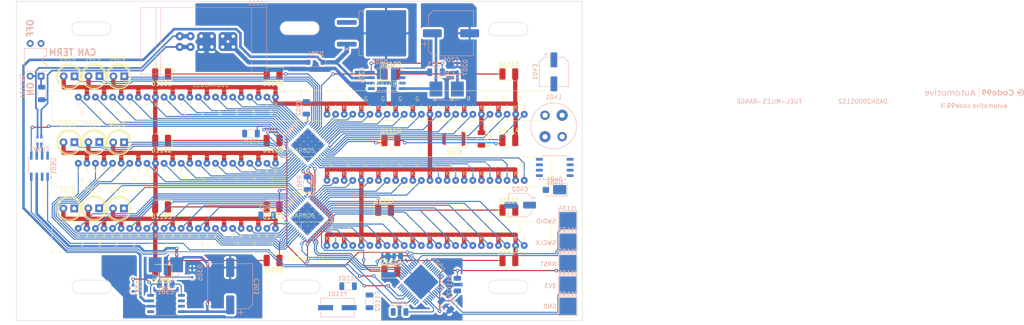
<source format=kicad_pcb>
(kicad_pcb (version 20241229) (generator "pcbnew") (generator_version "9.0")
  (title_block (title "FUEL-MILES-RANGE") (date "2025-12-23") (rev "2") (company "Code99") (comment 1 "www.code99.it") (comment 3 "Item No. D212-2843"))
  (layers (0 "F.Cu" signal) (2 "B.Cu" signal) (13 "F.Paste" user) (15 "B.Paste" user) (5 "F.SilkS" user "F.Silkscreen") (7 "B.SilkS" user "B.Silkscreen") (1 "F.Mask" user) (3 "B.Mask" user) (25 "Edge.Cuts" user))
  (net 0 "")
  (net 1 "GND_CAN")
  (net 2 "5V0")
  (net 3 "3V3")
  (net 4 "Net-(U601-CANL)")
  (net 6 "LIGHT_SENS")
  (net 7 "V_BATT")
  (net 8 "CAN_H")
  (net 9 "CAN_L")
  (net 10 "GND_3V3")
  (net 11 "FUEL-GALLONS-YELLOW-1")
  (net 12 "LED BAR 2 LED GN 1")
  (net 13 "LED_CONTROLLER_DATA")
  (net 14 "LED_CONTROLLER_1_OUT")
  (net 15 "LED_CONTROLLER_LAST_OUT")
  (net 16 "FUEL-GALLONS-YELLOW-2")
  (net 17 "FUEL-GALLONS-YELLOW-3")
  (net 18 "GND_VEHICLE")
  (net 19 "Net-(U201-CB)")
  (net 20 "Net-(D206-A)")
  (net 24 "LED BAR 1 LED RD 4")
  (net 25 "LED BAR 2 LED RD 4")
  (net 26 "LED BAR 2 LED GN 6")
  (net 27 "LED BAR 2 LED GN 5")
  (net 28 "LED BAR 2 LED RD 3")
  (net 29 "LED BAR 2 LED GN 3")
  (net 30 "LED BAR 2 LED GN 2")
  (net 31 "LED BAR 2 LED RD 1")
  (net 32 "LED BAR 2 LED GN 4")
  (net 33 "LED BAR 2 LED GN 8")
  (net 34 "LED BAR 2 LED RD 2")
  (net 35 "LED BAR 2 LED GN 7")
  (net 36 "LED BAR 1 LED GN 3")
  (net 37 "LED BAR 1 LED GN 6")
  (net 38 "LED BAR 1 LED GN 2")
  (net 39 "LED BAR 1 LED GN 8")
  (net 40 "LED BAR 1 LED GN 5")
  (net 41 "LED BAR 1 LED GN 4")
  (net 42 "LED BAR 1 LED GN 7")
  (net 43 "LED BAR 1 LED GN 1")
  (net 44 "LED BAR 1 LED RD 3")
  (net 45 "LED BAR 1 LED RD 2")
  (net 46 "LED BAR 1 LED RD 1")
  (net 47 "BACKLIGHT 1002")
  (net 48 "LED BAR 4 LED RD 4")
  (net 49 "BACKLIGHT 1007")
  (net 50 "LED BAR 4 LED RD 3")
  (net 51 "LED BAR 4 LED RD 2")
  (net 52 "LED BAR 4 LED RD 1")
  (net 53 "LED BAR 4 LED GN 7")
  (net 54 "LED BAR 4 LED GN 1")
  (net 55 "LED BAR 4 LED GN 2")
  (net 56 "LED BAR 4 LED GN 4")
  (net 57 "LED BAR 4 LED GN 5")
  (net 58 "LED BAR 4 LED GN 6")
  (net 59 "LED BAR 4 LED GN 3")
  (net 60 "LED BAR 4 LED GN 8")
  (net 61 "BACKLIGHT 1006")
  (net 62 "MI-GALLONS-YELLOW-1")
  (net 63 "MI-GALLONS-YELLOW-2")
  (net 64 "MI-GALLONS-YELLOW-3")
  (net 65 "LED BAR 3 LED GN 1")
  (net 66 "LED BAR 3 LED GN 4")
  (net 67 "LED BAR 3 LED GN 3")
  (net 68 "LED BAR 3 LED GN 2")
  (net 69 "LED BAR 3 LED RD 2")
  (net 70 "LED BAR 3 LED RD 3")
  (net 71 "LED BAR 3 LED RD 1")
  (net 72 "LED BAR 3 LED GN 6")
  (net 73 "LED BAR 3 LED GN 7")
  (net 74 "LED BAR 3 LED GN 5")
  (net 75 "LED BAR 3 LED RD 4")
  (net 76 "LED BAR 3 LED GN 8")
  (net 77 "RANGE-YELLOW-1")
  (net 78 "RANGE-YELLOW-2")
  (net 79 "RANGE-YELLOW-3")
  (net 80 "BACKLIGHT 1010")
  (net 81 "BACKLIGHT 1011")
  (net 82 "LED BAR 5 LED GN 4")
  (net 83 "LED BAR 5 LED RD 4")
  (net 84 "LED BAR 5 LED GN 2")
  (net 85 "LED BAR 5 LED RD 3")
  (net 86 "LED BAR 5 LED GN 1")
  (net 87 "LED BAR 5 LED GN 8")
  (net 88 "LED BAR 5 LED GN 6")
  (net 89 "LED BAR 5 LED RD 1")
  (net 90 "LED BAR 5 LED RD 2")
  (net 91 "LED BAR 5 LED GN 5")
  (net 92 "LED BAR 5 LED GN 3")
  (net 93 "LED BAR 5 LED GN 7")
  (net 94 "BACKLIGHT 1014")
  (net 95 "BACKLIGHT 1015")
  (net 96 "BACKLIGHT 1003")
  (net 97 "LED BAR 6 LED GN 2")
  (net 98 "LED BAR 6 LED GN 1")
  (net 99 "LED BAR 6 LED GN 4")
  (net 100 "LED BAR 6 LED GN 5")
  (net 101 "LED BAR 6 LED RD 3")
  (net 102 "LED BAR 6 LED RD 4")
  (net 103 "LED BAR 6 LED RD 2")
  (net 104 "LED BAR 6 LED GN 3")
  (net 105 "LED BAR 6 LED GN 6")
  (net 106 "LED BAR 6 LED GN 7")
  (net 107 "LED BAR 6 LED RD 1")
  (net 108 "LED BAR 6 LED GN 8")
  (net 109 "LED_CTRL_GCLK")
  (net 110 "LED_CTRL_SCLK")
  (net 111 "LED_CTRL_LAT")
  (net 112 "9V0")
  (net 113 "7V5")
  (net 114 "GND_7V5")
  (net 115 "GND_MCU")
  (net 116 "FDCAN1_TX")
  (net 117 "FDCAN1_RX")
  (net 118 "GND_5V0")
  (net 119 "Net-(D401-K)")
  (net 120 "Net-(U301-CB)")
  (net 121 "Net-(D304-A)")
  (net 122 "Net-(D1101-K)")
  (net 123 "Net-(D1102-K)")
  (net 124 "Net-(D1103-K)")
  (net 125 "Net-(D1104-K)")
  (net 126 "Net-(D1109-A)")
  (net 127 "Net-(D1110-A)")
  (net 128 "Net-(D1111-A)")
  (net 129 "Net-(D1112-A)")
  (net 130 "Net-(U901-IREF)")
  (net 131 "Net-(U901-IREFGND)")
  (net 132 "Net-(U902-IREFGND)")
  (net 133 "Net-(U902-IREF)")
  (net 142 "Net-(U501-PF0)")
  (net 156 "Net-(U501-PF1)")
  (net 181 "COMMON_VIN")
  (net 182 "Net-(U601-CANH)")
  (net 183 "Net-(R1101-Pad1)")
  (net 184 "Net-(J1102-Pin_1)")
  (footprint "OptoDevice:Osram_SFH2201" (layer "F.Cu") (at 119.643355 50.642659 180)
    (property "Reference" "Q701")
    (property "Value" "1541411NBA210")
  )
  (footprint "LED_SMD:LED_1210_3225Metric_Pad1.42x2.65mm_HandSolder" (layer "F.Cu") (at 132.5125 79)
    (property "Reference" "D1116")
    (property "Value" "LED")
  )
  (footprint "LED_SMD:LED_1210_3225Metric_Pad1.42x2.65mm_HandSolder" (layer "F.Cu") (at 105 81.5)
    (property "Reference" "D1112")
    (property "Value" "LED")
  )
  (footprint "Resistor_SMD:R_1206_3216Metric" (layer "F.Cu") (at 126.108261 50.656086 -90)
    (property "Reference" "R701")
    (property "Value" "4k3")
  )
  (footprint "Code99_LED:LEDBAR_12LED_24PIN" (layer "F.Cu") (at 84.084335 39.39438)
    (property "Reference" "LEDBAR804")
    (property "Value" "~")
  )
  (footprint "LED_SMD:LED_1210_3225Metric_Pad1.42x2.65mm_HandSolder" (layer "F.Cu") (at 77.494733 66.501317 180)
    (property "Reference" "D1107")
    (property "Value" "LED")
  )
  (footprint "LED_SMD:LED_1210_3225Metric_Pad1.42x2.65mm_HandSolder" (layer "F.Cu") (at 77.5 79 180)
    (property "Reference" "D1108")
    (property "Value" "LED")
  )
  (footprint "Code99_LED:LEDBAR_12LED_24PIN" (layer "F.Cu") (at 84.074483 70.003864)
    (property "Reference" "LEDBAR806")
    (property "Value" "~")
  )
  (footprint "Code99_LED:LEDBAR_12LED_24PIN" (layer "F.Cu") (at 84.074483 77.013865 180)
    (property "Reference" "LEDBAR803")
    (property "Value" "~")
  )
  (footprint "Code99_LED:LEDBAR_12LED_24PIN" (layer "F.Cu") (at 84.081838 61.834756 180)
    (property "Reference" "LEDBAR802")
    (property "Value" "~")
  )
  (footprint "LED_SMD:LED_1210_3225Metric_Pad1.42x2.65mm_HandSolder" (layer "F.Cu") (at 51.482233 66.501317 180)
    (property "Reference" "D1103")
    (property "Value" "LED")
  )
  (footprint "LED_SMD:LED_1210_3225Metric_Pad1.42x2.65mm_HandSolder" (layer "F.Cu") (at 51.5 51 180)
    (property "Reference" "D1102")
    (property "Value" "LED")
  )
  (footprint "Code99_LED:LED_5MM_YELLOW_DIFF" (layer "F.Cu") (at 35.44 31.21 180)
    (property "Reference" "D705")
    (property "Value" "YE/5MM/20mA")
  )
  (footprint "LED_SMD:LED_1210_3225Metric_Pad1.42x2.65mm_HandSolder" (layer "F.Cu") (at 104.9875 51)
    (property "Reference" "D1110")
    (property "Value" "LED")
  )
  (footprint "Code99_LED:LED_5MM_YELLOW_DIFF" (layer "F.Cu") (at 41.230728 31.240639 180)
    (property "Reference" "D709")
    (property "Value" "YE/5MM/20mA")
  )
  (footprint "LED_SMD:LED_1210_3225Metric_Pad1.42x2.65mm_HandSolder" (layer "F.Cu") (at 51.4875 81.5 180)
    (property "Reference" "D1104")
    (property "Value" "LED")
  )
  (footprint "Code99_LED:LED_5MM_YELLOW_DIFF" (layer "F.Cu") (at 41.151895 62.07001 180)
    (property "Reference" "D707")
    (property "Value" "YE/5MM/20mA")
  )
  (footprint "LED_SMD:LED_1210_3225Metric_Pad1.42x2.65mm_HandSolder" (layer "F.Cu") (at 132.5 35.5)
    (property "Reference" "D1113")
    (property "Value" "LED")
  )
  (footprint "LED_SMD:LED_1210_3225Metric_Pad1.42x2.65mm_HandSolder" (layer "F.Cu") (at 103.5125 67.25)
    (property "Reference" "D1111")
    (property "Value" "LED")
  )
  (footprint "LED_SMD:LED_1210_3225Metric_Pad1.42x2.65mm_HandSolder" (layer "F.Cu") (at 77.5 35.5 180)
    (property "Reference" "D1105")
    (property "Value" "LED")
  )
  (footprint "Code99_LED:LED_5MM_YELLOW_DIFF" (layer "F.Cu") (at 35.399801 46.588719 180)
    (property "Reference" "D706")
    (property "Value" "YE/5MM/20mA")
  )
  (footprint "Code99_LED:LED_5MM_YELLOW_DIFF" (layer "F.Cu") (at 29.646317 31.24639 180)
    (property "Reference" "D702")
    (property "Value" "YE/5MM/20mA")
  )
  (footprint "LED_SMD:LED_1210_3225Metric_Pad1.42x2.65mm_HandSolder" (layer "F.Cu") (at 51.5 35.5 180)
    (property "Reference" "D1101")
    (property "Value" "LED")
  )
  (footprint "Code99_LED:LED_5MM_YELLOW_DIFF" (layer "F.Cu") (at 29.592973 46.633046 180)
    (property "Reference" "D703")
    (property "Value" "YE/5MM/20mA")
  )
  (footprint "Code99_LED:LED_5MM_YELLOW_DIFF" (layer "F.Cu") (at 41.191853 46.647821 180)
    (property "Reference" "D708")
    (property "Value" "YE/5MM/20mA")
  )
  (footprint "LED_SMD:LED_1210_3225Metric_Pad1.42x2.65mm_HandSolder" (layer "F.Cu") (at 77.5 51 180)
    (property "Reference" "D1106")
    (property "Value" "LED")
  )
  (footprint "LED_SMD:LED_1210_3225Metric_Pad1.42x2.65mm_HandSolder" (layer "F.Cu") (at 105 35.5)
    (property "Reference" "D1109")
    (property "Value" "LED")
  )
  (footprint "Code99_LED:LEDBAR_12LED_24PIN" (layer "F.Cu") (at 84.084335 46.404381 180)
    (property "Reference" "LEDBAR801")
    (property "Value" "~")
  )
  (footprint "Code99_LED:LED_5MM_YELLOW_DIFF" (layer "F.Cu") (at 35.379103 62.029364 180)
    (property "Reference" "D704")
    (property "Value" "YE/5MM/20mA")
  )
  (footprint "LED_SMD:LED_1210_3225Metric_Pad1.42x2.65mm_HandSolder" (layer "F.Cu") (at 132.5 51)
    (property "Reference" "D1114")
    (property "Value" "LED")
  )
  (footprint "Code99_LED:LEDBAR_12LED_24PIN" (layer "F.Cu") (at 84.081838 54.824755)
    (property "Reference" "LEDBAR805")
    (property "Value" "~")
  )
  (footprint "Code99_LED:LED_5MM_YELLOW_DIFF" (layer "F.Cu") (at 29.56341 62.064825 180)
    (property "Reference" "D701")
    (property "Value" "YE/5MM/20mA")
  )
  (footprint "LED_SMD:LED_1210_3225Metric_Pad1.42x2.65mm_HandSolder" (layer "F.Cu") (at 132.5125 67.25)
    (property "Reference" "D1115")
    (property "Value" "LED")
  )
  (footprint "Package_DIP:DIP-4_W7.62mm" (layer "B.Cu") (at 23.379058 36.003 90)
    (property "Reference" "SW1101")
    (property "Value" "SW_DIP_x01")
  )
  (footprint "Inductor_SMD:L_Murata_LQH55DN_5.7x5.0mm" (layer "B.Cu") (at 118 39 180)
    (property "Reference" "L202")
    (property "Value" "68µH")
  )
  (footprint "Inductor_SMD:L_Murata_LQH55DN_5.7x5.0mm" (layer "B.Cu") (at 52.5 80)
    (property "Reference" "L301")
    (property "Value" "100µH")
  )
  (footprint "Inductor_SMD:L_CommonModeChoke_Coilcraft_0805USB" (layer "B.Cu") (at 23 51 180)
    (property "Reference" "FL601")
    (property "Value" "Filter_EMI_CommonMode")
  )
  (footprint "Capacitor_SMD:CP_Elec_6.3x5.9" (layer "B.Cu") (at 143 35 -90)
    (property "Reference" "C401")
    (property "Value" "10µF/25V")
  )
  (footprint "Inductor_THT:L_Radial_D10.5mm_P4.00x5.00mm_Murata_1200RS" (layer "B.Cu") (at 144.936591 45.121194 180)
    (property "Reference" "L401")
    (property "Value" "47µH")
  )
  (footprint "Package_QFP:LQFP-48_7x7mm_P0.5mm" (layer "B.Cu") (at 112 84 135)
    (property "Reference" "U501")
    (property "Value" "STM32G0B1CET6N")
  )
  (footprint "Package_SO:SOIC-8_5.3x5.3mm_P1.27mm" (layer "B.Cu") (at 52.52853 89.040672 180)
    (property "Reference" "U301")
    (property "Value" "LM2671 5.0V")
  )
  (footprint "Package_TO_SOT_SMD:TO-263-2" (layer "B.Cu") (at 102.35509 26.009261)
    (property "Reference" "D205")
    (property "Value" "LDP01-30AY")
  )
  (footprint "Package_DFN_QFN:QFN-56-1EP_8x8mm_P0.5mm_EP5.6x5.6mm_ThermalVias" (layer "B.Cu") (at 85.5 69.196878 -135)
    (property "Reference" "U901")
    (property "Value" "TLC5957RTQ")
  )
  (footprint "Capacitor_SMD:CP_Elec_10x12.6" (layer "B.Cu") (at 119 26)
    (property "Reference" "C206")
    (property "Value" "47µF/6,3V")
  )
  (footprint "TestPoint:TestPoint_Pad_4.0x4.0mm" (layer "B.Cu") (at 146.26693 89.698679 180)
    (property "Reference" "J1105")
    (property "Value" "GND")
  )
  (footprint "Capacitor_SMD:CP_Elec_5x5.7" (layer "B.Cu") (at 135.12752 66.085679 180)
    (property "Reference" "C402")
    (property "Value" "47µF/6,3V")
  )
  (footprint "Capacitor_SMD:C_1206_3216Metric" (layer "B.Cu") (at 95 85 180)
    (property "Reference" "C1101")
    (property "Value" "100n")
  )
  (footprint "Capacitor_SMD:C_1206_3216Metric" (layer "B.Cu") (at 107 91 180)
    (property "Reference" "C503")
    (property "Value" "100n")
  )
  (footprint "Resistor_SMD:R_1206_3216Metric" (layer "B.Cu") (at 23.543721 40.039682 -90)
    (property "Reference" "R1101" (hide yes))
    (property "Value" "120R")
  )
  (footprint "Capacitor_SMD:CP_Elec_10x12.6" (layer "B.Cu") (at 67.5 85 90)
    (property "Reference" "C303")
    (property "Value" "100µF/6,3V")
  )
  (footprint "Diode_SMD:D_SOD-123" (layer "B.Cu") (at 87.412071 32.780324 180)
    (property "Reference" "D204")
    (property "Value" "SMBJ22A")
  )
  (footprint "Diode_SMD:D_SOD-523" (layer "B.Cu") (at 44.852115 85.485595 90)
    (property "Reference" "D304")
    (property "Value" "1N4148")
  )
  (footprint "Capacitor_SMD:C_1206_3216Metric" (layer "B.Cu") (at 76.127999 68.466669 180)
    (property "Reference" "C902")
    (property "Value" "100n")
  )
  (footprint "Code99_Conn:TE-967646-1" (layer "B.Cu") (at 76 20 180)
    (property "Reference" "U1001")
    (property "Value" "~")
  )
  (footprint "TestPoint:TestPoint_Pad_4.0x4.0mm" (layer "B.Cu") (at 146.26693 69.722855 180)
    (property "Reference" "J1104")
    (property "Value" "SWDIO")
  )
  (footprint "Diode_SMD:D_SOD-523" (layer "B.Cu") (at 96.926593 35.742633 90)
    (property "Reference" "D206")
    (property "Value" "1N4148")
  )
  (footprint "Capacitor_SMD:C_1206_3216Metric" (layer "B.Cu") (at 72.344038 49.401614)
    (property "Reference" "C901")
    (property "Value" "100n")
  )
  (footprint "Diode_SMD:Vishay_SMPA" (layer "B.Cu") (at 143.141467 62.495431 180)
    (property "Reference" "D401")
    (property "Value" "3,3A/50V")
  )
  (footprint "Package_SO:SOIC-8_5.3x5.3mm_P1.27mm" (layer "B.Cu") (at 104 37 180)
    (property "Reference" "U201")
    (property "Value" "LM2671 3.3V")
  )
  (footprint "TestPoint:TestPoint_Pad_4.0x4.0mm" (layer "B.Cu") (at 146.26693 74.722855 180)
    (property "Reference" "J1103")
    (property "Value" "SWCLK")
  )
  (footprint "Capacitor_SMD:C_1206_3216Metric" (layer "B.Cu") (at 117.800012 89.459245 135)
    (property "Reference" "C501")
    (property "Value" "100n")
  )
  (footprint "Resistor_SMD:R_1206_3216Metric" (layer "B.Cu") (at 85.5 61 -90)
    (property "Reference" "R901")
    (property "Value" "4k3")
  )
  (footprint "Package_SO:SOIC-8_5.3x5.3mm_P1.27mm" (layer "B.Cu") (at 143.205578 57.302393)
    (property "Reference" "U401")
    (property "Value" "AP1501 5V0")
  )
  (footprint "Capacitor_SMD:C_1206_3216Metric" (layer "B.Cu") (at 52.468866 84.507385)
    (property "Reference" "C301")
    (property "Value" "0.01µF/50V")
  )
  (footprint "Resistor_SMD:R_1206_3216Metric" (layer "B.Cu") (at 85.25 43.395467 -90)
    (property "Reference" "R902")
    (property "Value" "4k3")
  )
  (footprint "TestPoint:TestPoint_Pad_4.0x4.0mm" (layer "B.Cu") (at 146.26693 79.722855 180)
    (property "Reference" "J1102")
    (property "Value" "NRST")
  )
  (footprint "Diode_SMD:D_SOD-323" (layer "B.Cu") (at 58.645623 81.846165 90)
    (property "Reference" "D305")
    (property "Value" "3,3A/50V")
  )
  (footprint "Package_DFN_QFN:QFN-56-1EP_8x8mm_P0.5mm_EP5.6x5.6mm_ThermalVias" (layer "B.Cu") (at 85.598439 52.098439 -135)
    (property "Reference" "U902")
    (property "Value" "TLC5957RTQ")
  )
  (footprint "Diode_SMD:D_SOD-323" (layer "B.Cu") (at 120.480409 33.992305 90)
    (property "Reference" "D207")
    (property "Value" "3,3A/50V")
  )
  (footprint "TestPoint:TestPoint_Pad_4.0x4.0mm" (layer "B.Cu") (at 146.26693 84.722855 180)
    (property "Reference" "J1101")
    (property "Value" "VCC")
  )
  (footprint "Crystal:Crystal_SMD_ECS_CSM3X-2Pin_7.6x4.1mm" (layer "B.Cu") (at 92.5 90 180)
    (property "Reference" "Y1101")
    (property "Value" "16000000")
  )
  (footprint "Resistor_SMD:R_1206_3216Metric" (layer "B.Cu") (at 120.491566 84.624625 -90)
    (property "Reference" "R1102")
    (property "Value" "10k")
  )
  (footprint "Capacitor_SMD:C_1206_3216Metric" (layer "B.Cu") (at 100 88.524999 90)
    (property "Reference" "C1102")
    (property "Value" "100n")
  )
  (footprint "Capacitor_SMD:C_1206_3216Metric" (layer "B.Cu") (at 105.758781 78.157228)
    (property "Reference" "C502")
    (property "Value" "100n")
  )
  (footprint "Capacitor_SMD:C_1206_3216Metric" (layer "B.Cu") (at 115.5 35.085688 180)
    (property "Reference" "C203")
    (property "Value" "0.01µF/50V")
  )
  (footprint "Package_SO:SOIC-8_3.9x4.9mm_P1.27mm" (layer "B.Cu") (at 23 57 90)
    (property "Reference" "U601")
    (property "Value" "MCP2562-E-SN")
  )
  (gr_circle (center 41.542323 66.860118) (end 44.317323 66.860118) (stroke (width 0.2)) (fill no) (layer "F.SilkS"))
  (gr_circle (center 29.957912 51.468047) (end 32.732912 51.468047) (stroke (width 0.2)) (fill no) (layer "F.SilkS"))
  (gr_circle (center 29.957912 66.865869) (end 32.732912 66.865869) (stroke (width 0.2)) (fill no) (layer "F.SilkS"))
  (gr_circle (center 41.542323 51.462296) (end 44.317323 51.462296) (stroke (width 0.2)) (fill no) (layer "F.SilkS"))
  (gr_circle (center 29.922668 36.142484) (end 32.697668 36.142484) (stroke (width 0.2)) (fill no) (layer "F.SilkS"))
  (gr_circle (center 35.751595 51.431657) (end 38.526595 51.431657) (stroke (width 0.2)) (fill no) (layer "F.SilkS"))
  (gr_circle (center 41.507079 36.136733) (end 44.282079 36.136733) (stroke (width 0.2)) (fill no) (layer "F.SilkS"))
  (gr_circle (center 35.716351 36.106094) (end 38.491351 36.106094) (stroke (width 0.2)) (fill no) (layer "F.SilkS"))
  (gr_circle (center 35.751595 66.829479) (end 38.526595 66.829479) (stroke (width 0.2)) (fill no) (layer "F.SilkS"))
  (gr_poly (pts (xy 237.202642 39.449982) (xy 237.187927 39.450499) (xy 237.173376 39.45136) (xy 237.158989 39.452566) (xy 237.144766 39.454116) (xy 237.130707 39.456011) (xy 237.116812 39.45825) (xy 237.103081 39.460834) (xy 237.089514 39.463762) (xy 237.076111 39.467035) (xy 237.062872 39.470652) (xy 237.049798 39.474614) (xy 237.036887 39.478921) (xy 237.02414 39.483571) (xy 237.011558 39.488567) (xy 236.999139 39.493906) (xy 236.986647 39.49955) (xy 236.974368 39.505455) (xy 236.962302 39.511624) (xy 236.95045 39.518054) (xy 236.938811 39.524748) (xy 236.927385 39.531703) (xy 236.916172 39.538922) (xy 236.905173 39.546402) (xy 236.894387 39.554145) (xy 236.883814 39.562151) (xy 236.873454 39.570419) (xy 236.863308 39.57895) (xy 236.853375 39.587743) (xy 236.843655 39.596798) (xy 236.834148 39.606116) (xy 236.824855 39.615697) (xy 236.815545 39.625244) (xy 236.806514 39.634989) (xy 236.797762 39.64493) (xy 236.789289 39.655069) (xy 236.781095 39.665404) (xy 236.77318 39.675936) (xy 236.765543 39.686664) (xy 236.758185 39.69759) (xy 236.751107 39.708712) (xy 236.744307 39.720032) (xy 236.737786 39.731548) (xy 236.731544 39.743261) (xy 236.72558 39.755171) (xy 236.719896 39.767278) (xy 236.714491 39.779581) (xy 236.709364 39.792081) (xy 236.704533 39.804467) (xy 236.700013 39.816951) (xy 236.695806 39.829534) (xy 236.691909 39.842215) (xy 236.688325 39.854995) (xy 236.685052 39.867873) (xy 236.682091 39.880849) (xy 236.679441 39.893924) (xy 236.677104 39.907097) (xy 236.675078 39.920368) (xy 236.673363 39.933738) (xy 236.671961 39.947207) (xy 236.67087 39.960774) (xy 236.67009 39.974439) (xy 236.669623 39.988202) (xy 236.669467 40.002065) (xy 236.669623 40.015935) (xy 236.67009 40.029723) (xy 236.67087 40.043429) (xy 236.671961 40.057054) (xy 236.673363 40.070596) (xy 236.675078 40.084056) (xy 236.677104 40.097434) (xy 236.679441 40.11073) (xy 236.682091 40.123944) (xy 236.685052 40.137076) (xy 236.688325 40.150126) (xy 236.691909 40.163094) (xy 236.695806 40.175981) (xy 236.700013 40.188785) (xy 236.704533 40.201506) (xy 236.709364 40.214146) (xy 236.714491 40.226401) (xy 236.719896 40.238491) (xy 236.72558 40.250417) (xy 236.731543 40.262179) (xy 236.737785 40.273778) (xy 236.744306 40.285212) (xy 236.751106 40.296482) (xy 236.758185 40.307588) (xy 236.765542 40.31853) (xy 236.773179 40.329308) (xy 236.781094 40.339922) (xy 236.789289 40.350372) (xy 236.797762 40.360658) (xy 236.806514 40.37078) (xy 236.815545 40.380737) (xy 236.824855 40.390531) (xy 236.834148 40.399857) (xy 236.843655 40.408938) (xy 236.853375 40.417772) (xy 236.863308 40.42636) (xy 236.873454 40.434702) (xy 236.883814 40.442797) (xy 236.894387 40.450647) (xy 236.905173 40.458251) (xy 236.916172 40.465608) (xy 236.927385 40.47272) (xy 236.938811 40.479585) (xy 236.95045 40.486205) (xy 236.962302 40.492578) (xy 236.974368 40.498705) (xy 236.986647 40.504586) (xy 236.999139 40.510221) (xy 237.011558 40.515307) (xy 237.02414 40.520064) (xy 237.036887 40.524493) (xy 237.049798 40.528594) (xy 237.062872 40.532368) (xy 237.076111 40.535813) (xy 237.089514 40.538929) (xy 237.103081 40.541718) (xy 237.116812 40.544179) (xy 237.130707 40.546312) (xy 237.144766 40.548116) (xy 237.158989 40.549592) (xy 237.173376 40.550741) (xy 237.187927 40.551561) (xy 237.202642 40.552053) (xy 237.217521 40.552217) (xy 237.232409 40.552053) (xy 237.247149 40.551561) (xy 237.261741 40.550741) (xy 237.276185 40.549592) (xy 237.290482 40.548116) (xy 237.304631 40.546312) (xy 237.318633 40.544179) (xy 237.332487 40.541718) (xy 237.346193 40.538929) (xy 237.359752 40.535813) (xy 237.373163 40.532368) (xy 237.386426 40.528594) (xy 237.399542 40.524493) (xy 237.41251 40.520064) (xy 237.42533 40.515307) (xy 237.438003 40.510221) (xy 237.45025 40.504586) (xy 237.462315 40.498705) (xy 237.474201 40.492578) (xy 237.485905 40.486204) (xy 237.49743 40.479585) (xy 237.508774 40.47272) (xy 237.519937 40.465608) (xy 237.53092 40.458251) (xy 237.541723 40.450647) (xy 237.552345 40.442797) (xy 237.562786 40.434701) (xy 237.573048 40.426359) (xy 237.583128 40.417772) (xy 237.593029 40.408938) (xy 237.602748 40.399857) (xy 237.612288 40.390531) (xy 237.621343 40.380737) (xy 237.630136 40.37078) (xy 237.638667 40.360658) (xy 237.646935 40.350372) (xy 237.65494 40.339922) (xy 237.662683 40.329308) (xy 237.670164 40.31853) (xy 237.677382 40.307588) (xy 237.684337 40.296482) (xy 237.691031 40.285212) (xy 237.697461 40.273778) (xy 237.703629 40.262179) (xy 237.709535 40.250417) (xy 237.715178 40.238491) (xy 237.720559 40.226401) (xy 237.725677 40.214146) (xy 237.730509 40.201506) (xy 237.735028 40.188785) (xy 237.739236 40.175981) (xy 237.743132 40.163094) (xy 237.746717 40.150126) (xy 237.749989 40.137076) (xy 237.752951 40.123944) (xy 237.7556 40.11073) (xy 237.757938 40.097434) (xy 237.759964 40.084056) (xy 237.761678 40.070596) (xy 237.763081 40.057054) (xy 237.764172 40.043429) (xy 237.764951 40.029723) (xy 237.765419 40.015935) (xy 237.765574 40.002065) (xy 237.765574 40.002064) (xy 237.587091 40.002064) (xy 237.586919 40.014613) (xy 237.586402 40.027065) (xy 237.585541 40.039418) (xy 237.584335 40.051672) (xy 237.582785 40.063828) (xy 237.58089 40.075886) (xy 237.578651 40.087845) (xy 237.576067 40.099705) (xy 237.573139 40.111468) (xy 237.569866 40.123132) (xy 237.566248 40.134697) (xy 237.562287 40.146164) (xy 237.55798 40.157533) (xy 237.55333 40.168803) (xy 237.548334 40.179974) (xy 237.542994 40.191048) (xy 237.537072 40.201686) (xy 237.530855 40.212079) (xy 237.524342 40.222225) (xy 237.517534 40.232125) (xy 237.510431 40.24178) (xy 237.503032 40.251188) (xy 237.495338 40.26035) (xy 237.487349 40.269266) (xy 237.479065 40.277936) (xy 237.470485 40.28636) (xy 237.46161 40.294538) (xy 237.452439 40.302469) (xy 237.442974 40.310155) (xy 237.433213 40.317595) (xy 237.423156 40.324788) (xy 237.412805 40.331736) (xy 237.402199 40.338093) (xy 237.39138 40.34404) (xy 237.380348 40.349577) (xy 237.369102 40.354703) (xy 237.357643 40.35942) (xy 237.345971 40.363726) (xy 237.334086 40.367622) (xy 237.321987 40.371108) (xy 237.309675 40.374184) (xy 237.29715 40.37685) (xy 237.284412 40.379106) (xy 237.27146 40.380951) (xy 237.258295 40.382387) (xy 237.244917 40.383412) (xy 237.231326 40.384027) (xy 237.217521 40.384232) (xy 237.203471 40.384027) (xy 237.189666 40.383412) (xy 237.176107 40.382387) (xy 237.162795 40.380951) (xy 237.149729 40.379106) (xy 237.136908 40.37685) (xy 237.124334 40.374184) (xy 237.112006 40.371108) (xy 237.099923 40.367622) (xy 237.088087 40.363726) (xy 237.076497 40.35942) (xy 237.065153 40.354703) (xy 237.054055 40.349577) (xy 237.043204 40.34404) (xy 237.032598 40.338093) (xy 237.022238 40.331736) (xy 237.011895 40.324788) (xy 237.001863 40.317595) (xy 236.992143 40.310155) (xy 236.982735 40.302469) (xy 236.973638 40.294538) (xy 236.964854 40.28636) (xy 236.956381 40.277936) (xy 236.948219 40.269266) (xy 236.940369 40.26035) (xy 236.932831 40.251188) (xy 236.925605 40.24178) (xy 236.918691 40.232125) (xy 236.912088 40.222225) (xy 236.905797 40.212079) (xy 236.899817 40.201686) (xy 236.89415 40.191048) (xy 236.888556 40.179974) (xy 236.883323 40.168803) (xy 236.87845 40.157533) (xy 236.873939 40.146164) (xy 236.869789 40.134697) (xy 236.865999 40.123132) (xy 236.862571 40.111468) (xy 236.859503 40.099705) (xy 236.856796 40.087845) (xy 236.85445 40.075886) (xy 236.852465 40.063828) (xy 236.850841 40.051672) (xy 236.849578 40.039418) (xy 236.848675 40.027065) (xy 236.848134 40.014613) (xy 236.847954 40.002064) (xy 236.848134 39.989268) (xy 236.848675 39.976603) (xy 236.849578 39.96407) (xy 236.850841 39.951668) (xy 236.852465 39.939397) (xy 236.85445 39.927257) (xy 236.856796 39.915249) (xy 236.859503 39.903371) (xy 236.862571 39.891626) (xy 236.865999 39.880011) (xy 236.869789 39.868528) (xy 236.873939 39.857175) (xy 236.87845 39.845954) (xy 236.883323 39.834865) (xy 236.888556 39.823906) (xy 236.89415 39.813079) (xy 236.899817 39.802195) (xy 236.905797 39.791589) (xy 236.912088 39.781262) (xy 236.918691 39.771214) (xy 236.925606 39.761445) (xy 236.932832 39.751955) (xy 236.94037 39.742744) (xy 236.94822 39.733811) (xy 236.956381 39.725158) (xy 236.964854 39.716783) (xy 236.973639 39.708687) (xy 236.982735 39.70087) (xy 236.992143 39.693332) (xy 237.001863 39.686073) (xy 237.011895 39.679092) (xy 237.022238 39.672391) (xy 237.032598 39.66578) (xy 237.043204 39.659595) (xy 237.054055 39.653837) (xy 237.065153 39.648505) (xy 237.076497 39.6436) (xy 237.088087 39.639122) (xy 237.099923 39.63507) (xy 237.112006 39.631444) (xy 237.124334 39.628245) (xy 237.136908 39.625473) (xy 237.149729 39.623127) (xy 237.162795 39.621208) (xy 237.176107 39.619715) (xy 237.189666 39.618649) (xy 237.203471 39.618009) (xy 237.217521 39.617796) (xy 237.231326 39.618009) (xy 237.244918 39.618649) (xy 237.258296 39.619715) (xy 237.271461 39.621208) (xy 237.284413 39.623127) (xy 237.297151 39.625473) (xy 237.309676 39.628245) (xy 237.321988 39.631444) (xy 237.334086 39.63507) (xy 237.345972 39.639122) (xy 237.357644 39.6436) (xy 237.369103 39.648505) (xy 237.380348 39.653837) (xy 237.39138 39.659595) (xy 237.402199 39.66578) (xy 237.412805 39.672391) (xy 237.423156 39.679092) (xy 237.433213 39.686073) (xy 237.442974 39.693332) (xy 237.452439 39.70087) (xy 237.46161 39.708687) (xy 237.470485 39.716783) (xy 237.479065 39.725158) (xy 237.487349 39.733811) (xy 237.495338 39.742744) (xy 237.503032 39.751955) (xy 237.510431 39.761445) (xy 237.517534 39.771214) (xy 237.524342 39.781262) (xy 237.530855 39.791589) (xy 237.537072 39.802195) (xy 237.542994 39.813079) (xy 237.548334 39.823906) (xy 237.55333 39.834865) (xy 237.55798 39.845954) (xy 237.562287 39.857175) (xy 237.566248 39.868528) (xy 237.569866 39.880011) (xy 237.573139 39.891626) (xy 237.576067 39.903372) (xy 237.578651 39.915249) (xy 237.58089 39.927257) (xy 237.582785 39.939397) (xy 237.584335 39.951668) (xy 237.585541 39.96407) (xy 237.586402 39.976603) (xy 237.586919 39.989268) (xy 237.587091 40.002064) (xy 237.765574 40.002064) (xy 237.765419 39.988202) (xy 237.764951 39.974439) (xy 237.764172 39.960774) (xy 237.763081 39.947207) (xy 237.761678 39.933738) (xy 237.759964 39.920368) (xy 237.757938 39.907097) (xy 237.7556 39.893924) (xy 237.752951 39.880849) (xy 237.749989 39.867873) (xy 237.746717 39.854995) (xy 237.743132 39.842215) (xy 237.739236 39.829534) (xy 237.735028 39.816951) (xy 237.730509 39.804467) (xy 237.725677 39.792081) (xy 237.720559 39.779581) (xy 237.715178 39.767277) (xy 237.709535 39.755171) (xy 237.703629 39.743261) (xy 237.697461 39.731548) (xy 237.691031 39.720031) (xy 237.684337 39.708712) (xy 237.677382 39.69759) (xy 237.670164 39.686664) (xy 237.662683 39.675935) (xy 237.65494 39.665403) (xy 237.646935 39.655068) (xy 237.638667 39.64493) (xy 237.630136 39.634989) (xy 237.621343 39.625244) (xy 237.612288 39.615697) (xy 237.602748 39.606116) (xy 237.593029 39.596798) (xy 237.583128 39.587743) (xy 237.573048 39.57895) (xy 237.562786 39.570419) (xy 237.552345 39.562151) (xy 237.541723 39.554145) (xy 237.53092 39.546402) (xy 237.519937 39.538922) (xy 237.508774 39.531703) (xy 237.49743 39.524748) (xy 237.485905 39.518054) (xy 237.474201 39.511624) (xy 237.462315 39.505455) (xy 237.45025 39.49955) (xy 237.438003 39.493906) (xy 237.42533 39.488567) (xy 237.41251 39.483571) (xy 237.399542 39.478921) (xy 237.386426 39.474614) (xy 237.373163 39.470652) (xy 237.359752 39.467035) (xy 237.346193 39.463762) (xy 237.332487 39.460834) (xy 237.318633 39.45825) (xy 237.304631 39.456011) (xy 237.290482 39.454116) (xy 237.276185 39.452566) (xy 237.261741 39.45136) (xy 237.247149 39.450499) (xy 237.232409 39.449982) (xy 237.217521 39.44981)) (fill yes) (layer "B.SilkS"))
  (gr_poly (pts (xy 244.560609 39.08234) (xy 244.543105 39.082595) (xy 244.525765 39.083357) (xy 244.508589 39.084629) (xy 244.491577 39.086409) (xy 244.474729 39.088697) (xy 244.458045 39.091494) (xy 244.441526 39.0948) (xy 244.42517 39.098614) (xy 244.408978 39.102937) (xy 244.392951 39.107768) (xy 244.377087 39.113108) (xy 244.361388 39.118956) (xy 244.345852 39.125313) (xy 244.330481 39.132178) (xy 244.315274 39.139552) (xy 244.30023 39.147435) (xy 244.285449 39.155793) (xy 244.271029 39.164595) (xy 244.25697 39.173839) (xy 244.243272 39.183526) (xy 244.229935 39.193656) (xy 244.216959 39.204229) (xy 244.204344 39.215245) (xy 244.192089 39.226703) (xy 244.180196 39.238605) (xy 244.168663 39.25095) (xy 244.157492 39.263737) (xy 244.146681 39.276967) (xy 244.136231 39.290641) (xy 244.126142 39.304757) (xy 244.116414 39.319316) (xy 244.107047 39.334319) (xy 244.098147 39.349715) (xy 244.089822 39.365455) (xy 244.082071 39.38154) (xy 244.074893 39.39797) (xy 244.06829 39.414744) (xy 244.062262 39.431862) (xy 244.056807 39.449325) (xy 244.051927 39.467133) (xy 244.04762 39.485285) (xy 244.043888 39.503781) (xy 244.04073 39.522622) (xy 244.038146 39.541808) (xy 244.036137 39.561338) (xy 244.034701 39.581212) (xy 244.03384 39.601431) (xy 244.033553 39.621995) (xy 244.034111 39.650277) (xy 244.035784 39.678428) (xy 244.038573 39.706448) (xy 244.042477 39.734336) (xy 244.047497 39.762093) (xy 244.053633 39.789719) (xy 244.060884 39.817214) (xy 244.06925 39.844577) (xy 244.078536 39.871776) (xy 244.088543 39.898779) (xy 244.099271 39.925585) (xy 244.110722 39.952193) (xy 244.122894 39.978605) (xy 244.135789 40.00482) (xy 244.149405 40.030838) (xy 244.163743 40.056659) (xy 244.178605 40.08166) (xy 244.193796 40.106267) (xy 244.209315 40.130481) (xy 244.225162 40.154301) (xy 244.241338 40.177727) (xy 244.257841 40.200759) (xy 244.274672 40.223398) (xy 244.291832 40.245643) (xy 244.308597 40.266936) (xy 244.325298 40.287771) (xy 244.341932 40.308145) (xy 244.358501 40.328061) (xy 244.375004 40.347517) (xy 244.391442 40.366514) (xy 244.407814 40.385051) (xy 244.424121 40.40313) (xy 244.455618 40.436464) (xy 244.485016 40.467174) (xy 244.512314 40.495259) (xy 244.537511 40.52072) (xy 244.904981 40.52072) (xy 244.837786 40.457725) (xy 244.766392 40.390531) (xy 244.728858 40.354703) (xy 244.691849 40.318612) (xy 244.655365 40.282259) (xy 244.619405 40.245643) (xy 244.601229 40.226744) (xy 244.583446 40.207846) (xy 244.566057 40.188947) (xy 244.549061 40.170049) (xy 244.532459 40.151151) (xy 244.516251 40.132252) (xy 244.500437 40.113354) (xy 244.485016 40.094456) (xy 244.470219 40.07559) (xy 244.456275 40.05679) (xy 244.443184 40.038055) (xy 244.430946 40.019387) (xy 244.419561 40.000783) (xy 244.409029 39.982246) (xy 244.39935 39.963774) (xy 244.390524 39.945367) (xy 244.396602 39.951085) (xy 244.402762 39.956687) (xy 244.409004 39.962174) (xy 244.415328 39.967547) (xy 244.421735 39.972805) (xy 244.428223 39.977948) (xy 244.434793 39.982976) (xy 244.441445 39.987889) (xy 244.448179 39.992688) (xy 244.454995 39.997371) (xy 244.461894 40.00194) (xy 244.468874 40.006394) (xy 244.475936 40.010733) (xy 244.48308 40.014957) (xy 244.490307 40.019067) (xy 244.497615 40.023061) (xy 244.505005 40.026621) (xy 244.512478 40.029951) (xy 244.520032 40.033052) (xy 244.527669 40.035922) (xy 244.535387 40.038564) (xy 244.543188 40.040975) (xy 244.55107 40.043157) (xy 244.559035 40.045109) (xy 244.567081 40.046831) (xy 244.57521 40.048324) (xy 244.583421 40.049587) (xy 244.591713 40.050621) (xy 244.600088 40.051425) (xy 244.608545 40.051999) (xy 244.617083 40.052343) (xy 244.625704 40.052458) (xy 244.641363 40.052229) (xy 244.656841 40.05154) (xy 244.672138 40.050391) (xy 244.687255 40.048784) (xy 244.702192 40.046716) (xy 244.716948 40.04419) (xy 244.731524 40.041204) (xy 244.74592 40.037759) (xy 244.760134 40.033855) (xy 244.774169 40.029491) (xy 244.788023 40.024668) (xy 244.801696 40.019386) (xy 244.815189 40.013644) (xy 244.828502 40.007443) (xy 244.841634 40.000783) (xy 244.854585 39.993663) (xy 244.86702 39.985887) (xy 244.879127 39.977783) (xy 244.890905 39.969351) (xy 244.902356 39.960591) (xy 244.913479 39.951502) (xy 244.924273 39.942086) (xy 244.934739 39.932342) (xy 244.944877 39.922269) (xy 244.954688 39.911868) (xy 244.96417 39.90114) (xy 244.973324 39.890083) (xy 244.982149 39.878698) (xy 244.990647 39.866985) (xy 244.998817 39.854943) (xy 245.006659 39.842574) (xy 245.014172 39.829877) (xy 245.021292 39.816925) (xy 245.027952 39.803793) (xy 245.034153 39.790481) (xy 245.039895 39.776988) (xy 245.045177 39.763314) (xy 245.05 39.74946) (xy 245.054364 39.735426) (xy 245.058269 39.721211) (xy 245.061714 39.706816) (xy 245.064699 39.69224) (xy 245.067226 39.677484) (xy 245.069293 39.662547) (xy 245.0709 39.64743) (xy 245.072049 39.632132) (xy 245.072738 39.616654) (xy 245.072967 39.600996) (xy 245.07282 39.587667) (xy 245.072492 39.577899) (xy 244.78109 39.577899) (xy 244.780975 39.585724) (xy 244.78063 39.593451) (xy 244.780056 39.601079) (xy 244.779252 39.608609) (xy 244.778219 39.616041) (xy 244.776956 39.623374) (xy 244.775463 39.630608) (xy 244.77374 39.637744) (xy 244.771788 39.644782) (xy 244.769606 39.651721) (xy 244.767195 39.658562) (xy 244.764554 39.665305) (xy 244.761683 39.671949) (xy 244.758583 39.678494) (xy 244.755252 39.684942) (xy 244.751693 39.69129) (xy 244.747674 39.697508) (xy 244.74349 39.703561) (xy 244.739143 39.70945) (xy 244.734632 39.715176) (xy 244.729956 39.720737) (xy 244.725117 39.726134) (xy 244.720113 39.731367) (xy 244.714946 39.736436) (xy 244.709614 39.741341) (xy 244.704119 39.746082) (xy 244.698459 39.750659) (xy 244.692635 39.755072) (xy 244.686647 39.759321) (xy 244.680496 39.763406) (xy 244.67418 39.767326) (xy 244.6677 39.771083) (xy 244.661105 39.774643) (xy 244.654445 39.777973) (xy 244.647719 39.781073) (xy 244.640927 39.783944) (xy 244.63407 39.786585) (xy 244.627147 39.788997) (xy 244.620158 39.791178) (xy 244.613104 39.793131) (xy 244.605984 39.794853) (xy 244.598799 39.796346) (xy 244.591548 39.797609) (xy 244.584231 39.798643) (xy 244.576849 39.799446) (xy 244.569401 39.800021) (xy 244.561888 39.800365) (xy 244.554309 39.80048) (xy 244.546484 39.800365) (xy 244.538757 39.800021) (xy 244.531129 39.799446) (xy 244.523599 39.798643) (xy 244.516167 39.797609) (xy 244.508834 39.796346) (xy 244.5016 39.794853) (xy 244.494464 39.793131) (xy 244.487426 39.791178) (xy 244.480487 39.788997) (xy 244.473646 39.786585) (xy 244.466904 39.783944) (xy 244.46026 39.781073) (xy 244.453714 39.777973) (xy 244.447267 39.774643) (xy 244.440919 39.771083) (xy 244.434439 39.767326) (xy 244.428123 39.763405) (xy 244.421971 39.75932) (xy 244.415983 39.755072) (xy 244.410159 39.750659) (xy 244.404499 39.746082) (xy 244.399004 39.741341) (xy 244.393672 39.736436) (xy 244.388505 39.731366) (xy 244.383501 39.726133) (xy 244.378662 39.720736) (xy 244.373986 39.715175) (xy 244.369475 39.70945) (xy 244.365128 39.703561) (xy 244.360945 39.697508) (xy 244.356926 39.69129) (xy 244.352857 39.684942) (xy 244.349051 39.678494) (xy 244.345507 39.671949) (xy 244.342226 39.665305) (xy 244.339208 39.658562) (xy 244.336452 39.651721) (xy 244.333958 39.644782) (xy 244.331727 39.637744) (xy 244.329758 39.630608) (xy 244.328052 39.623374) (xy 244.326608 39.616041) (xy 244.325427 39.608609) (xy 244.324509 39.601079) (xy 244.323852 39.593451) (xy 244.323459 39.585724) (xy 244.323327 39.577899) (xy 244.323459 39.569303) (xy 244.323852 39.560838) (xy 244.324509 39.552504) (xy 244.325427 39.544302) (xy 244.326608 39.536231) (xy 244.328052 39.528291) (xy 244.329758 39.520482) (xy 244.331727 39.512805) (xy 244.333958 39.505258) (xy 244.336452 39.497843) (xy 244.339208 39.490559) (xy 244.342226 39.483407) (xy 244.345507 39.476386) (xy 244.349051 39.469495) (xy 244.352857 39.462737) (xy 244.356926 39.456109) (xy 244.360945 39.449383) (xy 244.365128 39.442854) (xy 244.369476 39.436522) (xy 244.373987 39.430386) (xy 244.378662 39.424448) (xy 244.383502 39.418706) (xy 244.388505 39.413161) (xy 244.393673 39.407813) (xy 244.399004 39.402662) (xy 244.4045 39.397708) (xy 244.41016 39.39295) (xy 244.415983 39.38839) (xy 244.421971 39.384026) (xy 244.428123 39.379859) (xy 244.434439 39.375889) (xy 244.440919 39.372116) (xy 244.447267 39.368302) (xy 244.453714 39.364734) (xy 244.46026 39.361412) (xy 244.466904 39.358336) (xy 244.473646 39.355506) (xy 244.480487 39.352922) (xy 244.487426 39.350585) (xy 244.494464 39.348493) (xy 244.5016 39.346648) (xy 244.508834 39.345048) (xy 244.516167 39.343695) (xy 244.523599 39.342587) (xy 244.531129 39.341726) (xy 244.538757 39.341111) (xy 244.546484 39.340742) (xy 244.554309 39.340619) (xy 244.561888 39.340742) (xy 244.569401 39.341111) (xy 244.576849 39.341726) (xy 244.584231 39.342587) (xy 244.591548 39.343695) (xy 244.598799 39.345048) (xy 244.605984 39.346648) (xy 244.613104 39.348493) (xy 244.620158 39.350585) (xy 244.627147 39.352922) (xy 244.63407 39.355506) (xy 244.640927 39.358336) (xy 244.647719 39.361412) (xy 244.654445 39.364734) (xy 244.661105 39.368302) (xy 244.6677 39.372116) (xy 244.67418 39.375889) (xy 244.680496 39.379859) (xy 244.686647 39.384026) (xy 244.692635 39.38839) (xy 244.698459 39.392951) (xy 244.704119 39.397708) (xy 244.709614 39.402663) (xy 244.714946 39.407814) (xy 244.720113 39.413162) (xy 244.725117 39.418706) (xy 244.729956 39.424448) (xy 244.734632 39.430387) (xy 244.739143 39.436522) (xy 244.74349 39.442854) (xy 244.747674 39.449383) (xy 244.751693 39.456109) (xy 244.755252 39.462737) (xy 244.758583 39.469495) (xy 244.761683 39.476386) (xy 244.764554 39.483407) (xy 244.767195 39.490559) (xy 244.769606 39.497843) (xy 244.771788 39.505258) (xy 244.77374 39.512805) (xy 244.775463 39.520482) (xy 244.776956 39.528291) (xy 244.778219 39.536231) (xy 244.779252 39.544302) (xy 244.780056 39.552504) (xy 244.78063 39.560838) (xy 244.780975 39.569303) (xy 244.78109 39.577899) (xy 245.072492 39.577899) (xy 245.072377 39.574453) (xy 245.071639 39.561353) (xy 245.070605 39.548369) (xy 245.069276 39.535499) (xy 245.067652 39.522745) (xy 245.065733 39.510105) (xy 245.063518 39.49758) (xy 245.061008 39.485169) (xy 245.058203 39.472874) (xy 245.055102 39.460693) (xy 245.051707 39.448628) (xy 245.048015 39.436677) (xy 245.044029 39.424841) (xy 245.039747 39.413119) (xy 245.035171 39.401513) (xy 245.030323 39.389792) (xy 245.025229 39.378251) (xy 245.01989 39.36689) (xy 245.014304 39.35571) (xy 245.008472 39.344711) (xy 245.002394 39.333892) (xy 244.99607 39.323253) (xy 244.9895 39.312795) (xy 244.982683 39.302518) (xy 244.975621 39.292421) (xy 244.968313 39.282504) (xy 244.960758 39.272768) (xy 244.952958 39.263212) (xy 244.944911 39.253836) (xy 244.936619 39.244641) (xy 244.92808 39.235627) (xy 244.919328 39.226571) (xy 244.910395 39.217778) (xy 244.901282 39.209248) (xy 244.891989 39.20098) (xy 244.882515 39.192974) (xy 244.872861 39.185231) (xy 244.863026 39.177751) (xy 244.853011 39.170532) (xy 244.842815 39.163577) (xy 244.832439 39.156883) (xy 244.821883 39.150453) (xy 244.811146 39.144284) (xy 244.800228 39.138379) (xy 244.78913 39.132735) (xy 244.777852 39.127354) (xy 244.766393 39.122236) (xy 244.754516 39.117405) (xy 244.742507 39.112885) (xy 244.730368 39.108677) (xy 244.718097 39.104781) (xy 244.705695 39.101197) (xy 244.693162 39.097924) (xy 244.680497 39.094963) (xy 244.667701 39.092314) (xy 244.654774 39.089976) (xy 244.641716 39.08795) (xy 244.628527 39.086236) (xy 244.615206 39.084833) (xy 244.601754 39.083742) (xy 244.588171 39.082963) (xy 244.574456 39.082495) (xy 244.560611 39.082339)) (fill yes) (layer "B.SilkS"))
  (gr_poly (pts (xy 240.02289 40.520719) (xy 240.249671 40.520719) (xy 240.396253 40.184748) (xy 241.056563 40.184748) (xy 241.205091 40.520719) (xy 241.431872 40.52072) (xy 241.191536 40.006263) (xy 240.977658 40.006263) (xy 240.474125 40.006263) (xy 240.724232 39.43301) (xy 240.977658 40.006263) (xy 241.191536 40.006263) (xy 240.774627 39.113837) (xy 240.680135 39.113837)) (fill yes) (layer "B.SilkS"))
  (gr_poly (pts (xy 249.498378 39.082932) (xy 249.466979 39.084703) (xy 249.436696 39.087656) (xy 249.421972 39.089576) (xy 249.407528 39.09179) (xy 249.393362 39.0943) (xy 249.379475 39.097106) (xy 249.365868 39.100206) (xy 249.352539 39.103602) (xy 249.339489 39.107293) (xy 249.326717 39.111279) (xy 249.314225 39.115561) (xy 249.302012 39.120138) (xy 249.290036 39.124707) (xy 249.278257 39.129489) (xy 249.266675 39.134484) (xy 249.25529 39.139693) (xy 249.244102 39.145114) (xy 249.233111 39.15075) (xy 249.222316 39.156598) (xy 249.211719 39.162659) (xy 249.201318 39.168934) (xy 249.191114 39.175422) (xy 249.181107 39.182124) (xy 249.171297 39.189038) (xy 249.161684 39.196166) (xy 249.152268 39.203507) (xy 249.143048 39.211062) (xy 249.134025 39.218829) (xy 249.134025 39.512804) (xy 249.14669 39.502929) (xy 249.159486 39.49325) (xy 249.172413 39.483768) (xy 249.185471 39.474483) (xy 249.198661 39.465395) (xy 249.211981 39.456504) (xy 249.225433 39.447809) (xy 249.239017 39.439311) (xy 249.252862 39.430584) (xy 249.267102 39.42225) (xy 249.281735 39.41431) (xy 249.296762 39.406764) (xy 249.312182 39.399611) (xy 249.327996 39.392852) (xy 249.344204 39.386487) (xy 249.360806 39.380516) (xy 249.369312 39.377719) (xy 249.378031 39.375103) (xy 249.386964 39.372666) (xy 249.39611 39.370411) (xy 249.405469 39.368336) (xy 249.415041 39.366441) (xy 249.424826 39.364727) (xy 249.434825 39.363193) (xy 249.445037 39.361839) (xy 249.455462 39.360666) (xy 249.466101 39.359674) (xy 249.476953 39.358862) (xy 249.499296 39.357779) (xy 249.522493 39.357418) (xy 249.538151 39.357656) (xy 249.553629 39.35837) (xy 249.568927 39.359559) (xy 249.584044 39.361224) (xy 249.59898 39.363365) (xy 249.613737 39.365981) (xy 249.628312 39.369074) (xy 249.642708 39.372642) (xy 249.656922 39.376685) (xy 249.670957 39.381205) (xy 249.684811 39.3862) (xy 249.698484 39.391671) (xy 249.711977 39.397618) (xy 249.72529 39.40404) (xy 249.738422 39.410938) (xy 249.751373 39.418312) (xy 249.764071 39.425842) (xy 249.77644 39.433733) (xy 249.788481 39.441984) (xy 249.800194 39.450597) (xy 249.811579 39.459571) (xy 249.822636 39.468905) (xy 249.833365 39.4786) (xy 249.843766 39.488657) (xy 249.853838 39.499074) (xy 249.863583 39.509852) (xy 249.872999 39.520991) (xy 249.882087 39.532491) (xy 249.890848 39.544351) (xy 249.89928 39.556573) (xy 249.907384 39.569156) (xy 249.91516 39.582099) (xy 249.922534 39.595075) (xy 249.929432 39.608281) (xy 249.935854 39.621717) (xy 249.941801 39.635382) (xy 249.947272 39.649277) (xy 249.952267 39.663401) (xy 249.956787 39.677756) (xy 249.960831 39.692339) (xy 249.964399 39.707153) (xy 249.967491 39.722196) (xy 249.970108 39.737469) (xy 249.972248 39.752972) (xy 249.973914 39.768704) (xy 249.975103 39.784666) (xy 249.975817 39.800858) (xy 249.976054 39.817279) (xy 249.975817 39.833454) (xy 249.975103 39.849433) (xy 249.973914 39.865214) (xy 249.972248 39.880799) (xy 249.970108 39.896186) (xy 249.967491 39.911377) (xy 249.964399 39.926371) (xy 249.960831 39.941168) (xy 249.956787 39.955769) (xy 249.952267 39.970172) (xy 249.947272 39.984379) (xy 249.941801 39.998388) (xy 249.935854 40.012201) (xy 249.929432 40.025817) (xy 249.922534 40.039237) (xy 249.91516 40.052459) (xy 249.907384 40.065156) (xy 249.89928 40.077526) (xy 249.890848 40.089567) (xy 249.882087 40.10128) (xy 249.872999 40.112665) (xy 249.863583 40.123722) (xy 249.853838 40.134451) (xy 249.843766 40.144852) (xy 249.833365 40.154925) (xy 249.822636 40.164669) (xy 249.811579 40.174085) (xy 249.800194 40.183174) (xy 249.788481 40.191934) (xy 249.77644 40.200366) (xy 249.764071 40.20847) (xy 249.751373 40.216246) (xy 249.738422 40.223366) (xy 249.72529 40.230026) (xy 249.711977 40.236227) (xy 249.698484 40.241969) (xy 249.684811 40.247251) (xy 249.670957 40.252074) (xy 249.656922 40.256438) (xy 249.642708 40.260342) (xy 249.628312 40.263787) (xy 249.613737 40.266773) (xy 249.59898 40.2693) (xy 249.584044 40.271367) (xy 249.568927 40.272974) (xy 249.553629 40.274123) (xy 249.538151 40.274812) (xy 249.522493 40.275041) (xy 249.505087 40.274869) (xy 249.488042 40.274352) (xy 249.471358 40.273491) (xy 249.455036 40.272285) (xy 249.439074 40.270735) (xy 249.423473 40.26884) (xy 249.408233 40.266601) (xy 249.393353 40.264017) (xy 249.378835 40.261089) (xy 249.364678 40.257816) (xy 249.350881 40.254199) (xy 249.337446 40.250237) (xy 249.324371 40.24593) (xy 249.311657 40.241279) (xy 249.299304 40.236284) (xy 249.287312 40.230944) (xy 249.26346 40.219658) (xy 249.240198 40.207846) (xy 249.217526 40.19551) (xy 249.195445 40.182648) (xy 249.173955 40.169262) (xy 249.153055 40.155351) (xy 249.132746 40.140914) (xy 249.113027 40.125953) (xy 249.113027 40.409429) (xy 249.122091 40.417213) (xy 249.131433 40.424817) (xy 249.141055 40.43224) (xy 249.150955 40.439483) (xy 249.161134 40.446545) (xy 249.171592 40.453427) (xy 249.182329 40.460129) (xy 249.193345 40.46665) (xy 249.20464 40.47299) (xy 249.216214 40.47915) (xy 249.228066 40.48513) (xy 249.240198 40.490929) (xy 249.252608 40.496548) (xy 249.265297 40.501986) (xy 249.278265 40.507244) (xy 249.291512 40.512321) (xy 249.304997 40.517153) (xy 249.318678 40.521672) (xy 249.332557 40.52588) (xy 249.346632 40.529776) (xy 249.360904 40.53336) (xy 249.375374 40.536633) (xy 249.39004 40.539594) (xy 249.404902 40.542243) (xy 249.419962 40.544581) (xy 249.435219 40.546607) (xy 249.450672 40.548321) (xy 249.466322 40.549724) (xy 249.482169 40.550815) (xy 249.498213 40.551594) (xy 249.514454 40.552061) (xy 249.530892 40.552217) (xy 249.549725 40.552012) (xy 249.568427 40.551397) (xy 249.586997 40.550372) (xy 249.605436 40.548936) (xy 249.623744 40.547091) (xy 249.64192 40.544835) (xy 249.659966 40.542169) (xy 249.67788 40.539094) (xy 249.695663 40.535608) (xy 249.713314 40.531711) (xy 249.730835 40.527405) (xy 249.748224 40.522689) (xy 249.765482 40.517562) (xy 249.782609 40.512026) (xy 249.799604 40.506079) (xy 249.816468 40.499722) (xy 249.832898 40.492734) (xy 249.849114 40.485417) (xy 249.865117 40.477772) (xy 249.880907 40.4698) (xy 249.896483 40.461499) (xy 249.911846 40.45287) (xy 249.926996 40.443913) (xy 249.941933 40.434628) (xy 249.956656 40.425014) (xy 249.971166 40.415073) (xy 249.985463 40.404804) (xy 249.999547 40.394206) (xy 250.013417 40.383281) (xy 250.027074 40.372027) (xy 250.040518 40.360445) (xy 250.053749 40.348535) (xy 250.066438 40.336059) (xy 250.078783 40.323304) (xy 250.090783 40.310271) (xy 250.102438 40.296958) (xy 250.11375 40.283366) (xy 250.124716 40.269496) (xy 250.135338 40.255347) (xy 250.145616 40.240919) (xy 250.155549 40.226212) (xy 250.165138 40.211226) (xy 250.174382 40.195961) (xy 250.183282 40.180418) (xy 250.191837 40.164595) (xy 250.200047 40.148494) (xy 250.207913 40.132113) (xy 250.215435 40.115454) (xy 250.222555 40.098295) (xy 250.229215 40.080938) (xy 250.235416 40.063385) (xy 250.241158 40.045635) (xy 250.24644 40.027688) (xy 250.251263 40.009544) (xy 250.255627 39.991203) (xy 250.259531 39.972666) (xy 250.262976 39.953931) (xy 250.265962 39.935) (xy 250.268488 39.915872) (xy 250.270555 39.896547) (xy 250.272163 39.877025) (xy 250.273312 39.857307) (xy 250.274001 39.837391) (xy 250.27423 39.817279) (xy 250.274001 39.796921) (xy 250.273312 39.776792) (xy 250.272163 39.756893) (xy 250.270555 39.737223) (xy 250.268488 39.717783) (xy 250.265962 39.698573) (xy 250.262976 39.679593) (xy 250.259531 39.660842) (xy 250.255627 39.642321) (xy 250.251263 39.62403) (xy 250.24644 39.605968) (xy 250.241158 39.588136) (xy 250.235416 39.570533) (xy 250.229215 39.553161) (xy 250.222555 39.536017) (xy 250.215435 39.519104) (xy 250.207913 39.502453) (xy 250.200047 39.486097) (xy 250.191837 39.470037) (xy 250.183281 39.454272) (xy 250.174382 39.438802) (xy 250.165138 39.423627) (xy 250.155549 39.408748) (xy 250.145616 39.394164) (xy 250.135338 39.379876) (xy 250.124716 39.365882) (xy 250.113749 39.352184) (xy 250.102438 39.338781) (xy 250.090783 39.325674) (xy 250.078782 39.312862) (xy 250.066438 39.300345) (xy 250.053749 39.288123) (xy 250.040518 39.275967) (xy 250.027074 39.264172) (xy 250.013417 39.252738) (xy 249.999547 39.241665) (xy 249.985463 39.230952) (xy 249.971167 39.220601) (xy 249.956656 39.21061) (xy 249.941933 39.200981) (xy 249.926996 39.191712) (xy 249.911847 39.182804) (xy 249.896483 39.174257) (xy 249.880907 39.166071) (xy 249.865117 39.158246) (xy 249.849114 39.150782) (xy 249.832898 39.143679) (xy 249.816468 39.136936) (xy 249.799604 39.130325) (xy 249.782609 39.12414) (xy 249.765482 39.118382) (xy 249.748224 39.113051) (xy 249.730835 39.108146) (xy 249.713315 39.103667) (xy 249.695663 39.099615) (xy 249.67788 39.09599) (xy 249.659966 39.092791) (xy 249.64192 39.090018) (xy 249.623744 39.087673) (xy 249.605436 39.085753) (xy 249.586997 39.08426) (xy 249.568427 39.083194) (xy 249.549725 39.082554) (xy 249.530892 39.082341)) (fill yes) (layer "B.SilkS"))
  (gr_poly (pts (xy 245.721458 39.433274) (xy 245.702552 39.434062) (xy 245.68399 39.435374) (xy 245.665772 39.437211) (xy 245.647899 39.439574) (xy 245.63037 39.442461) (xy 245.613186 39.445873) (xy 245.596346 39.44981) (xy 245.579851 39.454273) (xy 245.563701 39.45926) (xy 245.547895 39.464772) (xy 245.532433 39.470809) (xy 245.517316 39.477371) (xy 245.502543 39.484458) (xy 245.488115 39.49207) (xy 245.474032 39.500207) (xy 245.460071 39.508811) (xy 245.446537 39.517826) (xy 245.43343 39.52725) (xy 245.420749 39.537085) (xy 245.408494 39.54733) (xy 245.396666 39.557985) (xy 245.385265 39.56905) (xy 245.37429 39.580525) (xy 245.363742 39.59241) (xy 245.35362 39.604706) (xy 245.343925 39.617411) (xy 245.334656 39.630527) (xy 245.325814 39.644053) (xy 245.317398 39.657989) (xy 245.309409 39.672335) (xy 245.301847 39.687091) (xy 245.294473 39.701938) (xy 245.287575 39.717079) (xy 245.281152 39.732516) (xy 245.275205 39.748248) (xy 245.269734 39.764276) (xy 245.264739 39.780599) (xy 245.260219 39.797217) (xy 245.256176 39.81413) (xy 245.252608 39.831339) (xy 245.249515 39.848843) (xy 245.246899 39.866642) (xy 245.244758 39.884737) (xy 245.243093 39.903127) (xy 245.241904 39.921812) (xy 245.24119 39.940792) (xy 245.240952 39.960068) (xy 245.240952 40.073459) (xy 246.008862 40.073459) (xy 246.00815 40.077051) (xy 246.005812 40.087107) (xy 246.003163 40.096999) (xy 246.000202 40.106728) (xy 245.996929 40.116292) (xy 245.993345 40.125692) (xy 245.989449 40.134927) (xy 245.985241 40.143999) (xy 245.980721 40.152907) (xy 245.97589 40.161651) (xy 245.97078 40.170198) (xy 245.965424 40.178515) (xy 245.959822 40.186603) (xy 245.953973 40.194461) (xy 245.947879 40.202089) (xy 245.941538 40.209487) (xy 245.934952 40.216656) (xy 245.928119 40.223596) (xy 245.92104 40.230305) (xy 245.913716 40.236785) (xy 245.906145 40.243035) (xy 245.898328 40.249056) (xy 245.890265 40.254847) (xy 245.881956 40.260408) (xy 245.873401 40.26574) (xy 245.864599 40.270842) (xy 245.855339 40.275673) (xy 245.845931 40.280193) (xy 245.836375 40.284401) (xy 245.826671 40.288297) (xy 245.81682 40.291882) (xy 245.806821 40.295154) (xy 245.796675 40.298116) (xy 245.786381 40.300765) (xy 245.775939 40.303103) (xy 245.76535 40.305129) (xy 245.754613 40.306843) (xy 245.743728 40.308246) (xy 245.732696 40.309337) (xy 245.721516 40.310116) (xy 245.710189 40.310583) (xy 245.698713 40.310739) (xy 245.684113 40.310559) (xy 245.66971 40.310017) (xy 245.655503 40.309115) (xy 245.641493 40.307852) (xy 245.62768 40.306228) (xy 245.614064 40.304243) (xy 245.600645 40.301897) (xy 245.587423 40.29919) (xy 245.574397 40.296123) (xy 245.561569 40.292694) (xy 245.548937 40.288904) (xy 245.536502 40.284754) (xy 245.524264 40.280243) (xy 245.512223 40.27537) (xy 245.500379 40.270137) (xy 245.488731 40.264543) (xy 245.465731 40.252961) (xy 245.443978 40.241314) (xy 245.423472 40.2296) (xy 245.404213 40.217822) (xy 245.3862 40.205977) (xy 245.369434 40.194067) (xy 245.353915 40.182091) (xy 245.339643 40.17005) (xy 245.339643 40.41783) (xy 245.343679 40.421513) (xy 245.347911 40.425212) (xy 245.35234 40.428928) (xy 245.356967 40.43266) (xy 245.36179 40.436408) (xy 245.366809 40.440173) (xy 245.372026 40.443954) (xy 245.37744 40.447752) (xy 245.388858 40.455397) (xy 245.401063 40.463107) (xy 245.414056 40.470883) (xy 245.427836 40.478725) (xy 245.442272 40.486435) (xy 245.457233 40.493817) (xy 245.472719 40.500871) (xy 245.48873 40.507597) (xy 245.505266 40.513995) (xy 245.522327 40.520065) (xy 245.539913 40.525806) (xy 245.558024 40.53122) (xy 245.576004 40.536141) (xy 245.594246 40.540406) (xy 245.612751 40.544015) (xy 245.631518 40.546968) (xy 245.650548 40.549264) (xy 245.66984 40.550905) (xy 245.689395 40.551889) (xy 245.709212 40.552217) (xy 245.709213 40.552217) (xy 245.723854 40.552061) (xy 245.738381 40.551594) (xy 245.752793 40.550815) (xy 245.76709 40.549724) (xy 245.781272 40.548321) (xy 245.795339 40.546607) (xy 245.809291 40.544581) (xy 245.823129 40.542243) (xy 245.836851 40.539594) (xy 245.850459 40.536633) (xy 245.863952 40.53336) (xy 245.87733 40.529776) (xy 245.890593 40.52588) (xy 245.903742 40.521672) (xy 245.916775 40.517153) (xy 245.929694 40.512321) (xy 245.942465 40.506949) (xy 245.955056 40.50133) (xy 245.967466 40.495465) (xy 245.979696 40.489355) (xy 245.991746 40.482998) (xy 246.003615 40.476395) (xy 246.015303 40.469546) (xy 246.026811 40.462451) (xy 246.038139 40.455109) (xy 246.049286 40.447522) (xy 246.060252 40.439689) (xy 246.071038 40.431609) (xy 246.081644 40.423284) (xy 246.092069 40.414712) (xy 246.102314 40.405894) (xy 246.112378 40.396831) (xy 246.121959 40.387538) (xy 246.131277 40.378031) (xy 246.140332 40.368311) (xy 246.149125 40.358378) (xy 246.157656 40.348232) (xy 246.165924 40.337872) (xy 246.173929 40.327299) (xy 246.181672 40.316513) (xy 246.189153 40.305513) (xy 246.196371 40.294301) (xy 246.203327 40.282875) (xy 246.21002 40.271235) (xy 246.216451 40.259383) (xy 246.222619 40.247317) (xy 246.228525 40.235038) (xy 246.234168 40.222546) (xy 246.239508 40.209873) (xy 246.244503 40.197052) (xy 246.249154 40.184084) (xy 246.25346 40.170969) (xy 246.257422 40.157705) (xy 246.261039 40.144294) (xy 246.264312 40.130736) (xy 246.26724 40.117029) (xy 246.269824 40.103176) (xy 246.272063 40.089174) (xy 246.273958 40.075025) (xy 246.275508 40.060728) (xy 246.276714 40.046284) (xy 246.277575 40.031692) (xy 246.278092 40.016952) (xy 246.278264 40.002065) (xy 246.277994 39.982748) (xy 246.277182 39.963644) (xy 246.275828 39.944754) (xy 246.273934 39.926077) (xy 246.271497 39.907613) (xy 246.26875 39.890774) (xy 246.003791 39.890774) (xy 245.49713 39.890774) (xy 245.497787 39.881177) (xy 245.498705 39.87181) (xy 245.499887 39.862672) (xy 245.50133 39.853764) (xy 245.503036 39.845086) (xy 245.505005 39.836637) (xy 245.507236 39.828418) (xy 245.50973 39.820429) (xy 245.512486 39.81267) (xy 245.515504 39.80514) (xy 245.518785 39.79784) (xy 245.522329 39.790769) (xy 245.526135 39.783928) (xy 245.530203 39.777317) (xy 245.534534 39.770935) (xy 245.539127 39.764784) (xy 245.543917 39.758591) (xy 245.548839 39.752611) (xy 245.553891 39.746845) (xy 245.559075 39.741292) (xy 245.564391 39.735952) (xy 245.569837 39.730826) (xy 245.575415 39.725912) (xy 245.581123 39.721213) (xy 245.586964 39.716726) (xy 245.592935 39.712452) (xy 245.599038 39.708392) (xy 245.605271 39.704545) (xy 245.611636 39.700912) (xy 245.618133 39.697491) (xy 245.62476 39.694284) (xy 245.631519 39.69129) (xy 245.638368 39.688239) (xy 245.645266 39.685384) (xy 245.652214 39.682727) (xy 245.65921 39.680266) (xy 245.666256 39.678002) (xy 245.673351 39.675935) (xy 245.680496 39.674065) (xy 245.687689 39.672391) (xy 245.694932 39.670915) (xy 245.702224 39.669635) (xy 245.709565 39.668553) (xy 245.716955 39.667667) (xy 245.724395 39.666978) (xy 245.731884 39.666486) (xy 245.739422 39.66619) (xy 245.747009 39.666092) (xy 245.757164 39.666256) (xy 245.767154 39.666748) (xy 245.776981 39.667568) (xy 245.786643 39.668717) (xy 245.796142 39.670193) (xy 245.805476 39.671998) (xy 245.814646 39.67413) (xy 245.823652 39.676591) (xy 245.832495 39.67938) (xy 245.841173 39.682497) (xy 245.849687 39.685941) (xy 245.858037 39.689715) (xy 245.866223 39.693816) (xy 245.874245 39.698245) (xy 245.882103 39.703002) (xy 245.889797 39.708088) (xy 245.897048 39.713469) (xy 245.904102 39.719112) (xy 245.910959 39.725018) (xy 245.91762 39.731186) (xy 245.924083 39.737617) (xy 245.93035 39.74431) (xy 245.93642 39.751266) (xy 245.942293 39.758484) (xy 245.947969 39.765964) (xy 245.953448 39.773707) (xy 245.95873 39.781713) (xy 245.963816 39.789981) (xy 245.968704 39.798512) (xy 245.973396 39.807305) (xy 245.977891 39.81636) (xy 245.982189 39.825678) (xy 245.986257 39.835226) (xy 245.990063 39.844971) (xy 245.993607 39.854912) (xy 245.996888 39.86505) (xy 245.999906 39.875385) (xy 246.002663 39.885917) (xy 246.003791 39.890774) (xy 246.26875 39.890774) (xy 246.26852 39.889363) (xy 246.265001 39.871326) (xy 246.260941 39.853502) (xy 246.256339 39.835891) (xy 246.251196 39.818494) (xy 246.245512 39.80131) (xy 246.239287 39.784339) (xy 246.23252 39.767581) (xy 246.225211 39.751037) (xy 246.217362 39.734705) (xy 246.20897 39.718588) (xy 246.200104 39.702519) (xy 246.190827 39.68686) (xy 246.18114 39.671612) (xy 246.171042 39.656774) (xy 246.160535 39.642346) (xy 246.149618 39.628328) (xy 246.13829 39.61472) (xy 246.126552 39.601522) (xy 246.114405 39.588735) (xy 246.101847 39.576357) (xy 246.088879 39.56439) (xy 246.0755 39.552833) (xy 246.061712 39.541686) (xy 246.047513 39.530949) (xy 246.032905 39.520622) (xy 246.017886 39.510706) (xy 246.002531 39.501297) (xy 245.986914 39.492496) (xy 245.971034 39.484302) (xy 245.954892 39.476714) (xy 245.938487 39.469734) (xy 245.921819 39.463361) (xy 245.90489 39.457594) (xy 245.887697 39.452435) (xy 245.870242 39.447883) (xy 245.852525 39.443937) (xy 245.834545 39.440599) (xy 245.816303 39.437868) (xy 245.797798 39.435743) (xy 245.779031 39.434226) (xy 245.760002 39.433315) (xy 245.740709 39.433012)) (fill yes) (layer "B.SilkS"))
  (gr_poly (pts (xy 248.346903 39.433184) (xy 248.332615 39.433701) (xy 248.318425 39.434562) (xy 248.304333 39.435768) (xy 248.290339 39.437318) (xy 248.276444 39.439213) (xy 248.262648 39.441452) (xy 248.24895 39.444036) (xy 248.23535 39.446964) (xy 248.221849 39.450237) (xy 248.208446 39.453854) (xy 248.195142 39.457816) (xy 248.181936 39.462122) (xy 248.168829 39.466773) (xy 248.15582 39.471768) (xy 248.142909 39.477108) (xy 248.130146 39.482497) (xy 248.11758 39.488165) (xy 248.105211 39.494112) (xy 248.093038 39.500337) (xy 248.081063 39.506842) (xy 248.069284 39.513625) (xy 248.057702 39.520688) (xy 248.046317 39.528029) (xy 248.035129 39.535649) (xy 248.024138 39.543548) (xy 248.013343 39.551726) (xy 248.002746 39.560182) (xy 247.992345 39.568918) (xy 247.982141 39.577932) (xy 247.972134 39.587226) (xy 247.962324 39.596798) (xy 247.95249 39.606354) (xy 247.942934 39.616123) (xy 247.933657 39.626105) (xy 247.924659 39.636301) (xy 247.915939 39.64671) (xy 247.907499 39.657332) (xy 247.899338 39.668168) (xy 247.891455 39.679217) (xy 247.883851 39.690479) (xy 247.876527 39.701954) (xy 247.869481 39.713642) (xy 247.862714 39.725544) (xy 247.856226 39.737659) (xy 247.850016 39.749987) (xy 247.844086 39.762529) (xy 247.838434 39.775284) (xy 247.83284 39.787948) (xy 247.827607 39.800744) (xy 247.822735 39.813671) (xy 247.818224 39.826729) (xy 247.814073 39.839919) (xy 247.810284 39.85324) (xy 247.806855 39.866692) (xy 247.803787 39.880275) (xy 247.801081 39.893989) (xy 247.798735 39.907835) (xy 247.79675 39.921812) (xy 247.795126 39.93592) (xy 247.793862 39.950159) (xy 247.79296 39.96453) (xy 247.792419 39.979032) (xy 247.792238 39.993665) (xy 247.792419 40.008306) (xy 247.79296 40.022832) (xy 247.793862 40.037244) (xy 247.795126 40.051541) (xy 247.79675 40.065723) (xy 247.798735 40.07979) (xy 247.801081 40.093743) (xy 247.803787 40.10758) (xy 247.806855 40.121303) (xy 247.810284 40.134911) (xy 247.814073 40.148404) (xy 247.818224 40.161782) (xy 247.822735 40.175045) (xy 247.827607 40.188194) (xy 247.83284 40.201228) (xy 247.838434 40.214146) (xy 247.844086 40.226647) (xy 247.850016 40.238951) (xy 247.856226 40.251057) (xy 247.862714 40.262967) (xy 247.869481 40.27468) (xy 247.876527 40.286196) (xy 247.883851 40.297516) (xy 247.891455 40.308638) (xy 247.899338 40.319564) (xy 247.907499 40.330293) (xy 247.915939 40.340824) (xy 247.924659 40.351159) (xy 247.933657 40.361298) (xy 247.942934 40.371239) (xy 247.95249 40.380984) (xy 247.962324 40.390531) (xy 247.972134 40.399857) (xy 247.982141 40.408938) (xy 247.992345 40.417772) (xy 248.002746 40.42636) (xy 248.013343 40.434702) (xy 248.024138 40.442797) (xy 248.035129 40.450647) (xy 248.046317 40.458251) (xy 248.057702 40.465608) (xy 248.069284 40.47272) (xy 248.081063 40.479585) (xy 248.093038 40.486205) (xy 248.105211 40.492578) (xy 248.11758 40.498705) (xy 248.130146 40.504586) (xy 248.142909 40.510221) (xy 248.15582 40.515307) (xy 248.168829 40.520064) (xy 248.181936 40.524493) (xy 248.195142 40.528594) (xy 248.208447 40.532368) (xy 248.221849 40.535813) (xy 248.23535 40.538929) (xy 248.24895 40.541718) (xy 248.262648 40.544179) (xy 248.276445 40.546312) (xy 248.29034 40.548116) (xy 248.304333 40.549592) (xy 248.318425 40.550741) (xy 248.332615 40.551561) (xy 248.346903 40.552053) (xy 248.361291 40.552217) (xy 248.375678 40.552053) (xy 248.389966 40.551561) (xy 248.404156 40.550741) (xy 248.418248 40.549592) (xy 248.432242 40.548116) (xy 248.446136 40.546312) (xy 248.459933 40.544179) (xy 248.473631 40.541718) (xy 248.487231 40.538929) (xy 248.500732 40.535813) (xy 248.514135 40.532368) (xy 248.527439 40.528594) (xy 248.540645 40.524493) (xy 248.553752 40.520064) (xy 248.566761 40.515307) (xy 248.579672 40.510221) (xy 248.592189 40.504586) (xy 248.604542 40.498705) (xy 248.616731 40.492578) (xy 248.628755 40.486204) (xy 248.640616 40.479585) (xy 248.652313 40.47272) (xy 248.663845 40.465608) (xy 248.675214 40.458251) (xy 248.686418 40.450647) (xy 248.697459 40.442797) (xy 248.708335 40.434701) (xy 248.719048 40.426359) (xy 248.729596 40.417772) (xy 248.73998 40.408937) (xy 248.750201 40.399857) (xy 248.760257 40.390531) (xy 248.770092 40.380984) (xy 248.779647 40.371239) (xy 248.788924 40.361298) (xy 248.797923 40.351159) (xy 248.806642 40.340824) (xy 248.815082 40.330292) (xy 248.823244 40.319564) (xy 248.831126 40.308638) (xy 248.83873 40.297515) (xy 248.846055 40.286196) (xy 248.8531 40.27468) (xy 248.859867 40.262967) (xy 248.866356 40.251057) (xy 248.872565 40.23895) (xy 248.878495 40.226647) (xy 248.884147 40.214146) (xy 248.889486 40.201227) (xy 248.894482 40.188194) (xy 248.899133 40.175045) (xy 248.903439 40.161782) (xy 248.907401 40.148403) (xy 248.911018 40.13491) (xy 248.914291 40.121302) (xy 248.917219 40.10758) (xy 248.919803 40.093742) (xy 248.922042 40.07979) (xy 248.923937 40.065723) (xy 248.925487 40.051541) (xy 248.926693 40.037244) (xy 248.927554 40.022832) (xy 248.928071 40.008306) (xy 248.928243 39.993665) (xy 248.644767 39.993665) (xy 248.644619 40.005378) (xy 248.644176 40.016894) (xy 248.643438 40.028213) (xy 248.642404 40.039336) (xy 248.641076 40.050262) (xy 248.639452 40.06099) (xy 248.637532 40.071522) (xy 248.635318 40.081858) (xy 248.632808 40.091996) (xy 248.630002 40.101937) (xy 248.626902 40.111682) (xy 248.623506 40.121229) (xy 248.619815 40.13058) (xy 248.615829 40.139734) (xy 248.611547 40.148691) (xy 248.60697 40.157452) (xy 248.601885 40.165728) (xy 248.596602 40.173758) (xy 248.591123 40.181542) (xy 248.585447 40.18908) (xy 248.579574 40.196372) (xy 248.573504 40.203418) (xy 248.567238 40.210218) (xy 248.560774 40.216771) (xy 248.554114 40.223079) (xy 248.547257 40.229141) (xy 248.540202 40.234956) (xy 248.532951 40.240526) (xy 248.525504 40.245849) (xy 248.517859 40.250926) (xy 248.510017 40.255757) (xy 248.501979 40.260342) (xy 248.493555 40.264411) (xy 248.485082 40.268217) (xy 248.47656 40.27176) (xy 248.467988 40.275041) (xy 248.459367 40.278059) (xy 248.450697 40.280815) (xy 248.441978 40.283309) (xy 248.43321 40.28554) (xy 248.424392 40.287509) (xy 248.415525 40.289215) (xy 248.406609 40.290658) (xy 248.397644 40.291839) (xy 248.388629 40.292758) (xy 248.379566 40.293414) (xy 248.370453 40.293808) (xy 248.361291 40.293939) (xy 248.351636 40.293808) (xy 248.342097 40.293414) (xy 248.332672 40.292758) (xy 248.323363 40.291839) (xy 248.314168 40.290658) (xy 248.305088 40.289215) (xy 248.296122 40.287509) (xy 248.287272 40.28554) (xy 248.278536 40.283309) (xy 248.269916 40.280815) (xy 248.26141 40.278059) (xy 248.253018 40.275041) (xy 248.244742 40.27176) (xy 248.236581 40.268217) (xy 248.228534 40.264411) (xy 248.220602 40.260342) (xy 248.212564 40.255757) (xy 248.204722 40.250926) (xy 248.197077 40.245849) (xy 248.18963 40.240525) (xy 248.182379 40.234956) (xy 248.175325 40.22914) (xy 248.168467 40.223079) (xy 248.161807 40.216771) (xy 248.155343 40.210217) (xy 248.149077 40.203418) (xy 248.143007 40.196372) (xy 248.137134 40.18908) (xy 248.131458 40.181542) (xy 248.125979 40.173758) (xy 248.120697 40.165728) (xy 248.115611 40.157452) (xy 248.11078 40.148691) (xy 248.10626 40.139734) (xy 248.102053 40.13058) (xy 248.098156 40.121229) (xy 248.094572 40.111682) (xy 248.091299 40.101937) (xy 248.088338 40.091996) (xy 248.085689 40.081858) (xy 248.083351 40.071522) (xy 248.081325 40.06099) (xy 248.079611 40.050262) (xy 248.078208 40.039336) (xy 248.077117 40.028213) (xy 248.076338 40.016894) (xy 248.075871 40.005378) (xy 248.075715 39.993665) (xy 248.075871 39.981451) (xy 248.076338 39.969484) (xy 248.077117 39.957762) (xy 248.078208 39.946287) (xy 248.079611 39.935058) (xy 248.081325 39.924075) (xy 248.083351 39.913338) (xy 248.085689 39.902847) (xy 248.088338 39.892602) (xy 248.091299 39.882603) (xy 248.094572 39.872851) (xy 248.098156 39.863344) (xy 248.102053 39.854084) (xy 248.10626 39.845069) (xy 248.11078 39.836301) (xy 248.115611 39.827779) (xy 248.120697 39.819511) (xy 248.125979 39.811505) (xy 248.131458 39.803762) (xy 248.137134 39.796281) (xy 248.143007 39.789063) (xy 248.149077 39.782108) (xy 248.155343 39.775414) (xy 248.161807 39.768984) (xy 248.168467 39.762815) (xy 248.175325 39.75691) (xy 248.182379 39.751266) (xy 248.18963 39.745886) (xy 248.197077 39.740767) (xy 248.204722 39.735912) (xy 248.212564 39.731318) (xy 248.220602 39.726987) (xy 248.228534 39.722665) (xy 248.236581 39.718621) (xy 248.244742 39.714856) (xy 248.253018 39.71137) (xy 248.26141 39.708163) (xy 248.269916 39.705234) (xy 248.278536 39.702585) (xy 248.287272 39.700214) (xy 248.296122 39.698123) (xy 248.305088 39.69631) (xy 248.314168 39.694776) (xy 248.323363 39.693521) (xy 248.332672 39.692545) (xy 248.342097 39.691848) (xy 248.351636 39.69143) (xy 248.361291 39.69129) (xy 248.370453 39.69143) (xy 248.379566 39.691848) (xy 248.388629 39.692545) (xy 248.397644 39.693521) (xy 248.406609 39.694776) (xy 248.415525 39.69631) (xy 248.424392 39.698123) (xy 248.43321 39.700214) (xy 248.441978 39.702585) (xy 248.450697 39.705234) (xy 248.459367 39.708163) (xy 248.467988 39.71137) (xy 248.47656 39.714856) (xy 248.485082 39.718621) (xy 248.493555 39.722665) (xy 248.501979 39.726987) (xy 248.510017 39.731318) (xy 248.517859 39.735912) (xy 248.525504 39.740767) (xy 248.532951 39.745886) (xy 248.540202 39.751266) (xy 248.547257 39.75691) (xy 248.554114 39.762815) (xy 248.560774 39.768984) (xy 248.567238 39.775414) (xy 248.573504 39.782108) (xy 248.579574 39.789063) (xy 248.585447 39.796281) (xy 248.591123 39.803762) (xy 248.596602 39.811505) (xy 248.601885 39.819511) (xy 248.60697 39.827779) (xy 248.611547 39.836301) (xy 248.615829 39.845069) (xy 248.619815 39.854084) (xy 248.623506 39.863344) (xy 248.626902 39.872851) (xy 248.630002 39.882604) (xy 248.632808 39.892602) (xy 248.635318 39.902847) (xy 248.637532 39.913338) (xy 248.639452 39.924075) (xy 248.641076 39.935058) (xy 248.642404 39.946287) (xy 248.643438 39.957763) (xy 248.644176 39.969484) (xy 248.644619 39.981451) (xy 248.644767 39.993665) (xy 248.928243 39.993665) (xy 248.928071 39.979031) (xy 248.927554 39.964529) (xy 248.926693 39.950159) (xy 248.925487 39.935919) (xy 248.923937 39.921811) (xy 248.922042 39.907834) (xy 248.919803 39.893989) (xy 248.917219 39.880274) (xy 248.914291 39.866691) (xy 248.911018 39.853239) (xy 248.907401 39.839918) (xy 248.903439 39.826729) (xy 248.899133 39.813671) (xy 248.894482 39.800744) (xy 248.889486 39.787948) (xy 248.884147 39.775284) (xy 248.878495 39.762529) (xy 248.872565 39.749987) (xy 248.866356 39.737659) (xy 248.859867 39.725544) (xy 248.8531 39.713642) (xy 248.846055 39.701953) (xy 248.83873 39.690478) (xy 248.831126 39.679216) (xy 248.823244 39.668168) (xy 248.815082 39.657332) (xy 248.806642 39.64671) (xy 248.797923 39.636301) (xy 248.788924 39.626105) (xy 248.779647 39.616123) (xy 248.770092 39.606354) (xy 248.760257 39.596798) (xy 248.750201 39.587226) (xy 248.73998 39.577932) (xy 248.729596 39.568918) (xy 248.719048 39.560182) (xy 248.708335 39.551726) (xy 248.697459 39.543548) (xy 248.686418 39.535649) (xy 248.675214 39.528029) (xy 248.663845 39.520688) (xy 248.652313 39.513625) (xy 248.640616 39.506842) (xy 248.628755 39.500337) (xy 248.616731 39.494112) (xy 248.604542 39.488165) (xy 248.592189 39.482497) (xy 248.579672 39.477108) (xy 248.566761 39.471768) (xy 248.553752 39.466773) (xy 248.540645 39.462122) (xy 248.527439 39.457816) (xy 248.514135 39.453854) (xy 248.500732 39.450237) (xy 248.487231 39.446964) (xy 248.473631 39.444036) (xy 248.459933 39.441452) (xy 248.446136 39.439213) (xy 248.432242 39.437318) (xy 248.418248 39.435768) (xy 248.404156 39.434562) (xy 248.389966 39.433701) (xy 248.375678 39.433184) (xy 248.361291 39.433012)) (fill yes) (layer "B.SilkS"))
  (gr_poly (pts (xy 232.055399 38.966933) (xy 232.05051 38.967179) (xy 232.045687 38.967589) (xy 232.04093 38.968163) (xy 232.036238 38.968902) (xy 232.031612 38.969804) (xy 232.027051 38.97087) (xy 232.022556 38.972101) (xy 232.018127 38.973495) (xy 232.013763 38.975053) (xy 232.009465 38.976776) (xy 232.005233 38.978663) (xy 232.001066 38.980713) (xy 231.996964 38.982928) (xy 231.992929 38.985307) (xy 231.988959 38.987849) (xy 231.984816 38.990269) (xy 231.980789 38.992804) (xy 231.976876 38.995453) (xy 231.973079 38.998217) (xy 231.969396 39.001097) (xy 231.965828 39.004091) (xy 231.962375 39.007199) (xy 231.959036 39.010423) (xy 231.955813 39.013761) (xy 231.952704 39.017214) (xy 231.949711 39.020782) (xy 231.946832 39.024465) (xy 231.944067 39.028263) (xy 231.941418 39.032176) (xy 231.938883 39.036203) (xy 231.936464 39.040345) (xy 231.934175 39.044307) (xy 231.932034 39.048318) (xy 231.930041 39.052378) (xy 231.928195 39.056487) (xy 231.926497 39.060646) (xy 231.924947 39.064854) (xy 231.923544 39.069111) (xy 231.922289 39.073417) (xy 231.921182 39.077773) (xy 231.920222 39.082177) (xy 231.91941 39.086631) (xy 231.918745 39.091134) (xy 231.918229 39.095687) (xy 231.91786 39.100288) (xy 231.917638 39.104939) (xy 231.917564 39.109639) (xy 231.917638 39.114093) (xy 231.91786 39.118531) (xy 231.918229 39.122952) (xy 231.918745 39.127356) (xy 231.91941 39.131745) (xy 231.920222 39.136117) (xy 231.921182 39.140472) (xy 231.922289 39.144811) (xy 231.923544 39.149134) (xy 231.924947 39.15344) (xy 231.926497 39.15773) (xy 231.928195 39.162003) (xy 231.930041 39.16626) (xy 231.932034 39.170501) (xy 231.934175 39.174725) (xy 231.936464 39.178933) (xy 231.938883 39.183083) (xy 231.941418 39.187135) (xy 231.944067 39.191089) (xy 231.946832 39.194944) (xy 231.949711 39.1987) (xy 231.952704 39.202359) (xy 231.955813 39.205919) (xy 231.959036 39.20938) (xy 231.962375 39.212743) (xy 231.965828 39.216008) (xy 231.969396 39.219174) (xy 231.973079 39.222241) (xy 231.976876 39.225211) (xy 231.980789 39.228082) (xy 231.984816 39.230854) (xy 231.988959 39.233528) (xy 231.992929 39.235817) (xy 231.996964 39.237957) (xy 232.001066 39.23995) (xy 232.005233 39.241796) (xy 232.009465 39.243494) (xy 232.013763 39.245044) (xy 232.018127 39.246447) (xy 232.022556 39.247702) (xy 232.027051 39.248809) (xy 232.031612 39.249769) (xy 232.036238 39.250581) (xy 232.04093 39.251245) (xy 232.045687 39.251762) (xy 232.05051 39.252131) (xy 232.055399 39.252352) (xy 232.060353 39.252426) (xy 232.060353 39.252427) (xy 232.067891 39.252255) (xy 232.075281 39.251738) (xy 232.082524 39.250877) (xy 232.089619 39.249671) (xy 232.096566 39.248121) (xy 232.103366 39.246226) (xy 232.110018 39.243987) (xy 232.116523 39.241403) (xy 232.12288 39.238475) (xy 232.129089 39.235202) (xy 232.135151 39.231584) (xy 232.141065 39.227623) (xy 232.146831 39.223316) (xy 232.15245 39.218666) (xy 232.157921 39.21367) (xy 232.163244 39.208331) (xy 232.168076 39.202777) (xy 232.172595 39.197142) (xy 232.176803 39.191425) (xy 232.180699 39.185626) (xy 232.184283 39.179745) (xy 232.187556 39.173782) (xy 232.190517 39.167737) (xy 232.193166 39.161609) (xy 232.195504 39.1554) (xy 232.19753 39.149109) (xy 232.199244 39.142736) (xy 232.200647 39.13628) (xy 232.201738 39.129743) (xy 232.202517 39.123124) (xy 232.202984 39.116422) (xy 232.20314 39.109639) (xy 232.202984 39.10261) (xy 232.202517 39.095695) (xy 232.201738 39.088895) (xy 232.200647 39.08221) (xy 232.199244 39.07564) (xy 232.19753 39.069185) (xy 232.195504 39.062844) (xy 232.193166 39.056619) (xy 232.190517 39.050508) (xy 232.187556 39.044512) (xy 232.184283 39.038631) (xy 232.180699 39.032864) (xy 232.176803 39.027213) (xy 232.172595 39.021676) (xy 232.168076 39.016254) (xy 232.163244 39.010947) (xy 232.157921 39.005608) (xy 232.15245 39.000612) (xy 232.146831 38.995962) (xy 232.141065 38.991655) (xy 232.135151 38.987693) (xy 232.129089 38.984076) (xy 232.12288 38.980803) (xy 232.116523 38.977875) (xy 232.110018 38.975291) (xy 232.103366 38.973052) (xy 232.096566 38.971157) (xy 232.089619 38.969607) (xy 232.082524 38.968401) (xy 232.075281 38.96754) (xy 232.067891 38.967023) (xy 232.060353 38.966851)) (fill yes) (layer "B.SilkS"))
  (gr_poly (pts (xy 242.062621 41.032501) (xy 242.138985 41.032501) (xy 242.138985 38.562661) (xy 242.062621 38.562661)) (fill yes) (layer "B.SilkS"))
  (gr_poly (pts (xy 238.349327 39.470808) (xy 238.011255 39.470808) (xy 238.011255 39.632494) (xy 238.349327 39.632494) (xy 238.349327 40.247742) (xy 238.349163 40.255773) (xy 238.348671 40.263589) (xy 238.34785 40.271193) (xy 238.346702 40.278583) (xy 238.345226 40.285761) (xy 238.343421 40.292724) (xy 238.341289 40.299475) (xy 238.338828 40.306012) (xy 238.336039 40.312336) (xy 238.332922 40.318447) (xy 238.329478 40.324345) (xy 238.325705 40.330029) (xy 238.321603 40.3355) (xy 238.317174 40.340758) (xy 238.312417 40.345802) (xy 238.307332 40.350633) (xy 238.301721 40.35521) (xy 238.295914 40.359492) (xy 238.28991 40.363478) (xy 238.283709 40.367169) (xy 238.277311 40.370565) (xy 238.270716 40.373666) (xy 238.263924 40.376471) (xy 238.256935 40.378981) (xy 238.24975 40.381195) (xy 238.242368 40.383115) (xy 238.234789 40.384739) (xy 238.227013 40.386068) (xy 238.21904 40.387101) (xy 238.21087 40.387839) (xy 238.202504 40.388282) (xy 238.193941 40.38843) (xy 238.178389 40.3882) (xy 238.163231 40.387511) (xy 238.148466 40.386363) (xy 238.134096 40.384755) (xy 238.120119 40.382688) (xy 238.106536 40.380162) (xy 238.093347 40.377176) (xy 238.080551 40.373731) (xy 238.067755 40.369499) (xy 238.055615 40.365201) (xy 238.044132 40.360838) (xy 238.033304 40.356408) (xy 238.023133 40.351913) (xy 238.013618 40.347353) (xy 238.00476 40.342726) (xy 237.996557 40.338034) (xy 237.996557 40.489222) (xy 238.001864 40.493348) (xy 238.007286 40.497326) (xy 238.012822 40.501156) (xy 238.018474 40.504839) (xy 238.02424 40.508374) (xy 238.030121 40.511762) (xy 238.036117 40.515002) (xy 238.042228 40.518094) (xy 238.048453 40.521039) (xy 238.054794 40.523836) (xy 238.061249 40.526486) (xy 238.067819 40.528987) (xy 238.074504 40.531342) (xy 238.081304 40.533548) (xy 238.088219 40.535607) (xy 238.095248 40.537518) (xy 238.109783 40.540963) (xy 238.12504 40.543949) (xy 238.141018 40.546475) (xy 238.157718 40.548542) (xy 238.17514 40.550149) (xy 238.193284 40.551298) (xy 238.212149 40.551987) (xy 238.231737 40.552216) (xy 238.231738 40.552217) (xy 238.242672 40.552078) (xy 238.253425 40.551659) (xy 238.263998 40.550962) (xy 238.274391 40.549986) (xy 238.284603 40.548731) (xy 238.294634 40.547197) (xy 238.304485 40.545385) (xy 238.314156 40.543293) (xy 238.323646 40.540922) (xy 238.332956 40.538273) (xy 238.342085 40.535345) (xy 238.351034 40.532138) (xy 238.359803 40.528652) (xy 238.36839 40.524887) (xy 238.376798 40.520843) (xy 238.385025 40.51652) (xy 238.393047 40.511681) (xy 238.400839 40.506612) (xy 238.408402 40.501313) (xy 238.415735 40.495784) (xy 238.422839 40.490026) (xy 238.429712 40.484039) (xy 238.436356 40.477821) (xy 238.442771 40.471374) (xy 238.448955 40.464697) (xy 238.45491 40.457791) (xy 238.460636 40.450655) (xy 238.466131 40.443289) (xy 238.471397 40.435693) (xy 238.476433 40.427868) (xy 238.48124 40.419813) (xy 238.485817 40.411529) (xy 238.490139 40.403048) (xy 238.494183 40.394402) (xy 238.497948 40.385593) (xy 238.501434 40.376619) (xy 238.504641 40.367482) (xy 238.507569 40.35818) (xy 238.510219 40.348715) (xy 238.512589 40.339085) (xy 238.514681 40.329291) (xy 238.516493 40.319333) (xy 238.518027 40.309212) (xy 238.519282 40.298926) (xy 238.520258 40.288476) (xy 238.520955 40.277862) (xy 238.521374 40.267084) (xy 238.521513 40.256142) (xy 238.521513 39.632494) (xy 238.723096 39.632494) (xy 238.723096 39.582098) (xy 238.710365 39.576094) (xy 238.697898 39.569631) (xy 238.685692 39.562708) (xy 238.673749 39.555326) (xy 238.662069 39.547484) (xy 238.650651 39.539183) (xy 238.639496 39.530423) (xy 238.628603 39.521203) (xy 238.617973 39.511524) (xy 238.607605 39.501386) (xy 238.597499 39.490788) (xy 238.587656 39.479732) (xy 238.578076 39.468215) (xy 238.568758 39.45624) (xy 238.559702 39.443805) (xy 238.550909 39.430911) (xy 238.533848 39.403383) (xy 238.517312 39.374347) (xy 238.501301 39.343801) (xy 238.485814 39.311746) (xy 238.470853 39.278181) (xy 238.456417 39.243108) (xy 238.442506 39.206525) (xy 238.42912 39.168433) (xy 238.349327 39.168433)) (fill yes) (layer "B.SilkS"))
  (gr_poly (pts (xy 232.885582 39.470808) (xy 232.547511 39.470808) (xy 232.547511 39.632494) (xy 232.885582 39.632494) (xy 232.885582 40.247743) (xy 232.885418 40.255773) (xy 232.884926 40.26359) (xy 232.884105 40.271194) (xy 232.882957 40.278584) (xy 232.881481 40.285761) (xy 232.879676 40.292725) (xy 232.877544 40.299476) (xy 232.875083 40.306013) (xy 232.872294 40.312337) (xy 232.869177 40.318448) (xy 232.865732 40.324345) (xy 232.861959 40.33003) (xy 232.857858 40.335501) (xy 232.853429 40.340758) (xy 232.848672 40.345803) (xy 232.843587 40.350634) (xy 232.837976 40.355211) (xy 232.832169 40.359493) (xy 232.826164 40.363479) (xy 232.819963 40.36717) (xy 232.813565 40.370566) (xy 232.806971 40.373666) (xy 232.800179 40.376472) (xy 232.79319 40.378982) (xy 232.786005 40.381196) (xy 232.778623 40.383116) (xy 232.771044 40.38474) (xy 232.763268 40.386068) (xy 232.755295 40.387102) (xy 232.747125 40.38784) (xy 232.738759 40.388283) (xy 232.730195 40.388431) (xy 232.714644 40.388201) (xy 232.699485 40.387512) (xy 232.684721 40.386364) (xy 232.670351 40.384756) (xy 232.656374 40.382689) (xy 232.642791 40.380163) (xy 232.629601 40.377177) (xy 232.616806 40.373732) (xy 232.60401 40.3695) (xy 232.59187 40.365202) (xy 232.580386 40.360838) (xy 232.569559 40.356409) (xy 232.559388 40.351914) (xy 232.549873 40.347353) (xy 232.541015 40.342727) (xy 232.532812 40.338035) (xy 232.532812 40.489223) (xy 232.538119 40.493348) (xy 232.543541 40.497327) (xy 232.549077 40.501157) (xy 232.554729 40.50484) (xy 232.560495 40.508375) (xy 232.566376 40.511763) (xy 232.572372 40.515003) (xy 232.578483 40.518095) (xy 232.584709 40.52104) (xy 232.591049 40.523837) (xy 232.597505 40.526486) (xy 232.604075 40.528988) (xy 232.61076 40.531342) (xy 232.61756 40.533549) (xy 232.624475 40.535608) (xy 232.631505 40.537519) (xy 232.64604 40.540964) (xy 232.661296 40.543949) (xy 232.677275 40.546476) (xy 232.693975 40.548543) (xy 232.711397 40.55015) (xy 232.72954 40.551298) (xy 232.748406 40.551987) (xy 232.767993 40.552217) (xy 232.767993 40.552218) (xy 232.778927 40.552078) (xy 232.78968 40.55166) (xy 232.800253 40.550963) (xy 232.810646 40.549987) (xy 232.820858 40.548732) (xy 232.830889 40.547198) (xy 232.84074 40.545385) (xy 232.850411 40.543294) (xy 232.859901 40.540923) (xy 232.869211 40.538274) (xy 232.87834 40.535346) (xy 232.887289 40.532138) (xy 232.896057 40.528652) (xy 232.904645 40.524887) (xy 232.913053 40.520843) (xy 232.92128 40.516521) (xy 232.929302 40.511681) (xy 232.937094 40.506612) (xy 232.944657 40.501314) (xy 232.95199 40.495785) (xy 232.959094 40.490027) (xy 232.965967 40.484039) (xy 232.972611 40.477822) (xy 232.979026 40.471375) (xy 232.98521 40.464698) (xy 232.991165 40.457792) (xy 232.99689 40.450655) (xy 233.002386 40.44329) (xy 233.007652 40.435694) (xy 233.012688 40.427869) (xy 233.017495 40.419814) (xy 233.022072 40.41153) (xy 233.026394 40.403048) (xy 233.030438 40.394403) (xy 233.034203 40.385594) (xy 233.037689 40.37662) (xy 233.040896 40.367483) (xy 233.043824 40.358181) (xy 233.046473 40.348715) (xy 233.048844 40.339086) (xy 233.050936 40.329292) (xy 233.052748 40.319334) (xy 233.054282 40.309212) (xy 233.055537 40.298926) (xy 233.056513 40.288477) (xy 233.05721 40.277863) (xy 233.057629 40.267085) (xy 233.057768 40.256142) (xy 233.057768 39.632494) (xy 233.25935 39.632494) (xy 233.25935 39.582099) (xy 233.24662 39.576095) (xy 233.234152 39.569631) (xy 233.221947 39.562709) (xy 233.210005 39.555326) (xy 233.198324 39.547485) (xy 233.186907 39.539184) (xy 233.175751 39.530424) (xy 233.164859 39.521204) (xy 233.154228 39.511525) (xy 233.143861 39.501387) (xy 233.133755 39.490789) (xy 233.123912 39.479732) (xy 233.114332 39.468216) (xy 233.105014 39.45624) (xy 233.095959 39.443806) (xy 233.087166 39.430911) (xy 233.070105 39.403384) (xy 233.053568 39.374347) (xy 233.037557 39.343802) (xy 233.022071 39.311746) (xy 233.00711 39.278182) (xy 232.992673 39.243108) (xy 232.978762 39.206525) (xy 232.965376 39.168433) (xy 232.885582 39.168433)) (fill yes) (layer "B.SilkS"))
  (gr_poly (pts (xy 246.532344 40.52072) (xy 246.799021 40.52072) (xy 246.799021 40.342235) (xy 246.80496 40.352906) (xy 246.811226 40.363397) (xy 246.817821 40.373708) (xy 246.824744 40.383838) (xy 246.831995 40.393787) (xy 246.839574 40.403556) (xy 246.847481 40.413145) (xy 246.855716 40.422553) (xy 246.86428 40.431781) (xy 246.873171 40.440829) (xy 246.882391 40.449695) (xy 246.891938 40.458382) (xy 246.901814 40.466888) (xy 246.912018 40.475213) (xy 246.92255 40.483358) (xy 246.93341 40.491323) (xy 246.944549 40.498697) (xy 246.955917 40.505595) (xy 246.967515 40.512018) (xy 246.979343 40.517964) (xy 246.991401 40.523435) (xy 247.003688 40.52843) (xy 247.016205 40.53295) (xy 247.028952 40.536994) (xy 247.041928 40.540562) (xy 247.055134 40.543654) (xy 247.06857 40.54627) (xy 247.082235 40.548411) (xy 247.09613 40.550076) (xy 247.110255 40.551266) (xy 247.124609 40.551979) (xy 247.139193 40.552217) (xy 247.154876 40.551963) (xy 247.170428 40.5512) (xy 247.185848 40.549929) (xy 247.201137 40.548149) (xy 247.216296 40.54586) (xy 247.231322 40.543063) (xy 247.246218 40.539758) (xy 247.260983 40.535944) (xy 247.275616 40.531621) (xy 247.290118 40.52679) (xy 247.304488 40.52145) (xy 247.318728 40.515602) (xy 247.332836 40.509245) (xy 247.346813 40.50238) (xy 247.360659 40.495006) (xy 247.374373 40.487123) (xy 247.387604 40.478757) (xy 247.400523 40.469931) (xy 247.41313 40.460646) (xy 247.425425 40.450901) (xy 247.437409 40.440697) (xy 247.449081 40.430034) (xy 247.460441 40.418911) (xy 247.47149 40.40733) (xy 247.482227 40.395289) (xy 247.492652 40.382788) (xy 247.502766 40.369828) (xy 247.512568 40.356409) (xy 247.522058 40.342531) (xy 247.531237 40.328193) (xy 247.540103 40.313396) (xy 247.548659 40.298139) (xy 247.556541 40.282448) (xy 247.563915 40.266346) (xy 247.570781 40.249835) (xy 247.577138 40.232913) (xy 247.582986 40.215581) (xy 247.588326 40.19784) (xy 247.593157 40.179688) (xy 247.59748 40.161125) (xy 247.601294 40.142153) (xy 247.604599 40.122771) (xy 247.607396 40.102978) (xy 247.609685 40.082776) (xy 247.611465 40.062163) (xy 247.612736 40.04114) (xy 247.613499 40.019708) (xy 247.613753 39.997865) (xy 247.613753 39.997864) (xy 247.336576 39.997864) (xy 247.336445 40.007534) (xy 247.336051 40.017123) (xy 247.335395 40.02663) (xy 247.334476 40.036054) (xy 247.333295 40.045397) (xy 247.331851 40.054657) (xy 247.330145 40.063836) (xy 247.328176 40.072932) (xy 247.325945 40.081947) (xy 247.323452 40.090879) (xy 247.320696 40.09973) (xy 247.317677 40.108498) (xy 247.314396 40.117185) (xy 247.310853 40.125789) (xy 247.307047 40.134312) (xy 247.302978 40.142752) (xy 247.29868 40.15079) (xy 247.294185 40.158632) (xy 247.289493 40.166276) (xy 247.284605 40.173724) (xy 247.279519 40.180975) (xy 247.274237 40.188029) (xy 247.268758 40.194886) (xy 247.263081 40.201547) (xy 247.257209 40.20801) (xy 247.251139 40.214277) (xy 247.244872 40.220347) (xy 247.238409 40.22622) (xy 247.231748 40.231896) (xy 247.224891 40.237375) (xy 247.217837 40.242658) (xy 247.210586 40.247743) (xy 247.202909 40.25232) (xy 247.1951 40.256602) (xy 247.18716 40.260588) (xy 247.179089 40.264279) (xy 247.170886 40.267675) (xy 247.162553 40.270776) (xy 247.154088 40.273581) (xy 247.145492 40.276091) (xy 247.136764 40.278305) (xy 247.127906 40.280225) (xy 247.118916 40.281849) (xy 247.109795 40.283178) (xy 247.100542 40.284211) (xy 247.091159 40.284949) (xy 247.081644 40.285392) (xy 247.071998 40.28554) (xy 247.063115 40.285392) (xy 247.054314 40.284949) (xy 247.045595 40.284211) (xy 247.036958 40.283178) (xy 247.028402 40.281849) (xy 247.019929 40.280225) (xy 247.011538 40.278305) (xy 247.003229 40.276091) (xy 246.995002 40.273581) (xy 246.986857 40.270776) (xy 246.978794 40.267675) (xy 246.970813 40.264279) (xy 246.962914 40.260588) (xy 246.955097 40.256602) (xy 246.947362 40.25232) (xy 246.939709 40.247743) (xy 246.931925 40.242896) (xy 246.924322 40.237802) (xy 246.916899 40.232462) (xy 246.909656 40.226876) (xy 246.902594 40.221044) (xy 246.895712 40.214966) (xy 246.88901 40.208642) (xy 246.882489 40.202072) (xy 246.876149 40.195256) (xy 246.869989 40.188194) (xy 246.864009 40.180885) (xy 246.85821 40.173331) (xy 246.852591 40.16553) (xy 246.847153 40.157484) (xy 246.841895 40.149191) (xy 246.836818 40.140652) (xy 246.831995 40.131892) (xy 246.8275 40.122935) (xy 246.823333 40.113781) (xy 246.819494 40.104431) (xy 246.815984 40.094883) (xy 246.812801 40.085139) (xy 246.809947 40.075197) (xy 246.80742 40.065059) (xy 246.805222 40.054724) (xy 246.803352 40.044192) (xy 246.80181 40.033463) (xy 246.800596 40.022538) (xy 246.79971 40.011415) (xy 246.799152 40.000096) (xy 246.798923 39.988579) (xy 246.799021 39.976866) (xy 246.799021 39.825678) (xy 246.806149 39.818173) (xy 246.813359 39.810881) (xy 246.820651 39.803802) (xy 246.828025 39.796937) (xy 246.835481 39.790285) (xy 246.843019 39.783846) (xy 246.850639 39.77762) (xy 246.858341 39.771608) (xy 246.866125 39.765809) (xy 246.873992 39.760223) (xy 246.88194 39.75485) (xy 246.88997 39.749691) (xy 246.898082 39.744745) (xy 246.906276 39.740012) (xy 246.914553 39.735492) (xy 246.922911 39.731186) (xy 246.931097 39.726863) (xy 246.939382 39.722819) (xy 246.947764 39.719054) (xy 246.956246 39.715568) (xy 246.964826 39.712361) (xy 246.973504 39.709433) (xy 246.98228 39.706783) (xy 246.991155 39.704413) (xy 247.000129 39.702321) (xy 247.009201 39.700509) (xy 247.018371 39.698975) (xy 247.02764 39.69772) (xy 247.037007 39.696744) (xy 247.046472 39.696047) (xy 247.056036 39.695628) (xy 247.065699 39.695489) (xy 247.076108 39.695661) (xy 247.086336 39.696178) (xy 247.096384 39.697039) (xy 247.106252 39.698245) (xy 247.115939 39.699795) (xy 247.125445 39.70169) (xy 247.134771 39.703929) (xy 247.143917 39.706513) (xy 247.152882 39.709441) (xy 247.161667 39.712714) (xy 247.170271 39.716331) (xy 247.178695 39.720293) (xy 247.186939 39.7246) (xy 247.195002 39.729251) (xy 247.202884 39.734246) (xy 247.210586 39.739586) (xy 247.217837 39.744942) (xy 247.224891 39.750512) (xy 247.231749 39.756294) (xy 247.238409 39.76229) (xy 247.244873 39.768499) (xy 247.251139 39.774922) (xy 247.257209 39.781558) (xy 247.263082 39.788406) (xy 247.268758 39.795469) (xy 247.274237 39.802744) (xy 247.27952 39.810233) (xy 247.284605 39.817935) (xy 247.289494 39.82585) (xy 247.294185 39.833979) (xy 247.29868 39.842321) (xy 247.302978 39.850876) (xy 247.307047 39.859324) (xy 247.310853 39.867871) (xy 247.314396 39.876517) (xy 247.317677 39.885261) (xy 247.320696 39.894103) (xy 247.323452 39.903044) (xy 247.325945 39.912083) (xy 247.328176 39.92122) (xy 247.330145 39.930456) (xy 247.331851 39.939791) (xy 247.333295 39.949224) (xy 247.334476 39.958755) (xy 247.335395 39.968384) (xy 247.336051 39.978112) (xy 247.336445 39.987939) (xy 247.336576 39.997864) (xy 247.613753 39.997864) (xy 247.613499 39.975759) (xy 247.612736 39.954063) (xy 247.611465 39.932778) (xy 247.609685 39.911903) (xy 247.607396 39.891438) (xy 247.604599 39.871383) (xy 247.601294 39.851738) (xy 247.59748 39.832503) (xy 247.593157 39.813679) (xy 247.588326 39.795264) (xy 247.582986 39.77726) (xy 247.577138 39.759666) (xy 247.570781 39.742481) (xy 247.563915 39.725707) (xy 247.556541 39.709344) (xy 247.548659 39.69339) (xy 247.540087 39.677871) (xy 247.531171 39.662811) (xy 247.52191 39.648211) (xy 247.512305 39.63407) (xy 247.502356 39.620388) (xy 247.492062 39.607166) (xy 247.481423 39.594403) (xy 247.47044 39.5821) (xy 247.459113 39.570255) (xy 247.44744 39.55887) (xy 247.435424 39.547945) (xy 247.423063 39.537478) (xy 247.410357 39.527472) (xy 247.397307 39.517924) (xy 247.383913 39.508836) (xy 247.370173 39.500207) (xy 247.355909 39.49207) (xy 247.341465 39.484458) (xy 247.32684 39.477371) (xy 247.312035 39.470809) (xy 247.297049 39.464772) (xy 247.281882 39.45926) (xy 247.266536 39.454273) (xy 247.251009 39.44981) (xy 247.235301 39.445873) (xy 247.219413 39.442461) (xy 247.203344 39.439574) (xy 247.187095 39.437211) (xy 247.170666 39.435374) (xy 247.154056 39.434062) (xy 247.137266 39.433274) (xy 247.120295 39.433012) (xy 247.109279 39.433167) (xy 247.098279 39.433635) (xy 247.087296 39.434414) (xy 247.07633 39.435505) (xy 247.065379 39.436908) (xy 247.054446 39.438622) (xy 247.043528 39.440648) (xy 247.032627 39.442986) (xy 247.021743 39.445635) (xy 247.010874 39.448596) (xy 247.000023 39.451869) (xy 246.989187 39.455454) (xy 246.978368 39.45935) (xy 246.967566 39.463558) (xy 246.956779 39.468077) (xy 246.94601 39.472909) (xy 246.9351 39.478002) (xy 246.924421 39.483309) (xy 246.913971 39.488829) (xy 246.903751 39.494563) (xy 246.89376 39.500509) (xy 246.883999 39.506669) (xy 246.874468 39.513043) (xy 246.865166 39.519629) (xy 246.856094 39.526429) (xy 246.847252 39.533442) (xy 246.83864 39.540669) (xy 246.830257 39.548108) (xy 246.822103 39.555761) (xy 246.81418 39.563627) (xy 246.806486 39.571707) (xy 246.799022 39.58) (xy 246.799022 39.008847) (xy 246.532344 39.008847)) (fill yes) (layer "B.SilkS"))
  (gr_poly (pts (xy 235.161065 39.449998) (xy 235.147851 39.450564) (xy 235.134752 39.451507) (xy 235.121767 39.452828) (xy 235.108898 39.454526) (xy 235.096143 39.456601) (xy 235.083503 39.459054) (xy 235.070978 39.461883) (xy 235.058568 39.465091) (xy 235.046272 39.468675) (xy 235.034092 39.472637) (xy 235.022026 39.476976) (xy 235.010075 39.481692) (xy 234.998239 39.486786) (xy 234.986518 39.492257) (xy 234.974911 39.498106) (xy 234.963247 39.504077) (xy 234.951879 39.510442) (xy 234.940806 39.517201) (xy 234.930028 39.524354) (xy 234.919545 39.5319) (xy 234.909357 39.53984) (xy 234.899465 39.548173) (xy 234.889868 39.556901) (xy 234.880566 39.566022) (xy 234.87156 39.575537) (xy 234.862849 39.585445) (xy 234.854433 39.595747) (xy 234.846313 39.606443) (xy 234.838487 39.617533) (xy 234.830957 39.629016) (xy 234.823723 39.640894) (xy 234.816603 39.652902) (xy 234.809943 39.665304) (xy 234.803741 39.6781) (xy 234.798 39.69129) (xy 234.792717 39.704873) (xy 234.787894 39.71885) (xy 234.783531 39.73322) (xy 234.779626 39.747985) (xy 234.776181 39.763143) (xy 234.773196 39.778695) (xy 234.770669 39.79464) (xy 234.768602 39.810979) (xy 234.766994 39.827712) (xy 234.765846 39.844839) (xy 234.765157 39.862359) (xy 234.764927 39.880273) (xy 234.764927 40.520719) (xy 234.937114 40.520721) (xy 234.939213 39.897073) (xy 234.939492 39.880266) (xy 234.940329 39.863968) (xy 234.941723 39.848178) (xy 234.943675 39.832897) (xy 234.946185 39.818124) (xy 234.949253 39.80386) (xy 234.952879 39.790105) (xy 234.957062 39.776858) (xy 234.961803 39.76412) (xy 234.967102 39.75189) (xy 234.972958 39.740169) (xy 234.979372 39.728956) (xy 234.986345 39.718252) (xy 234.993875 39.708056) (xy 235.001962 39.698369) (xy 235.010608 39.689191) (xy 235.019483 39.680545) (xy 235.028784 39.672458) (xy 235.038512 39.664928) (xy 235.048667 39.657956) (xy 235.059248 39.651541) (xy 235.070256 39.645685) (xy 235.08169 39.640386) (xy 235.093551 39.635645) (xy 235.105838 39.631462) (xy 235.118552 39.627836) (xy 235.131692 39.624768) (xy 235.145259 39.622259) (xy 235.159252 39.620306) (xy 235.173672 39.618912) (xy 235.188519 39.618075) (xy 235.203792 39.617796) (xy 235.215759 39.618042) (xy 235.227513 39.618781) (xy 235.239054 39.620011) (xy 235.250381 39.621733) (xy 235.261495 39.623948) (xy 235.272396 39.626655) (xy 235.283084 39.629854) (xy 235.293559 39.633545) (xy 235.30382 39.637728) (xy 235.313868 39.642403) (xy 235.323703 39.647571) (xy 235.333324 39.65323) (xy 235.342733 39.659382) (xy 235.351927 39.666026) (xy 235.360909 39.673162) (xy 235.369678 39.68079) (xy 235.386903 39.696342) (xy 235.403931 39.71255) (xy 235.420762 39.729414) (xy 235.437397 39.746935) (xy 235.453835 39.765111) (xy 235.470075 39.783944) (xy 235.486119 39.803433) (xy 235.489366 39.80756) (xy 235.489366 40.52072) (xy 235.661552 40.520721) (xy 235.663652 39.897073) (xy 235.663931 39.880266) (xy 235.664767 39.863968) (xy 235.666162 39.848178) (xy 235.668114 39.832897) (xy 235.670624 39.818124) (xy 235.673692 39.80386) (xy 235.677317 39.790105) (xy 235.6815 39.776858) (xy 235.686241 39.76412) (xy 235.69154 39.75189) (xy 235.697397 39.740169) (xy 235.703811 39.728956) (xy 235.710783 39.718252) (xy 235.718313 39.708056) (xy 235.726401 39.698369) (xy 235.735046 39.689191) (xy 235.743921 39.680545) (xy 235.753223 39.672458) (xy 235.762951 39.664928) (xy 235.773106 39.657956) (xy 235.783687 39.651541) (xy 235.794694 39.645685) (xy 235.806129 39.640386) (xy 235.817989 39.635645) (xy 235.830277 39.631462) (xy 235.84299 39.627836) (xy 235.856131 39.624768) (xy 235.869698 39.622259) (xy 235.883691 39.620306) (xy 235.898111 39.618912) (xy 235.912957 39.618075) (xy 235.92823 39.617796) (xy 235.94023 39.618042) (xy 235.952083 39.618781) (xy 235.963788 39.620011) (xy 235.975345 39.621733) (xy 235.986755 39.623948) (xy 235.998017 39.626655) (xy 236.009131 39.629854) (xy 236.020098 39.633545) (xy 236.030916 39.637728) (xy 236.041588 39.642403) (xy 236.052111 39.647571) (xy 236.062487 39.65323) (xy 236.072716 39.659382) (xy 236.082796 39.666026) (xy 236.092729 39.673162) (xy 236.102514 39.68079) (xy 236.121216 39.696342) (xy 236.139524 39.71255) (xy 236.157438 39.729414) (xy 236.174959 39.746935) (xy 236.192086 39.765111) (xy 236.208819 39.783944) (xy 236.213806 39.789892) (xy 236.213806 40.520721) (xy 236.385992 40.520721) (xy 236.385992 39.470808) (xy 236.213806 39.470808) (xy 236.213806 39.605162) (xy 236.203832 39.594697) (xy 236.193366 39.584198) (xy 236.18244 39.573699) (xy 236.171055 39.5632) (xy 236.159212 39.552701) (xy 236.153109 39.547246) (xy 236.146875 39.541906) (xy 236.14051 39.536681) (xy 236.134014 39.531571) (xy 236.127386 39.526576) (xy 236.120627 39.521696) (xy 236.113737 39.51693) (xy 236.106716 39.512279) (xy 236.099563 39.507743) (xy 236.09228 39.503322) (xy 236.084865 39.499016) (xy 236.077318 39.494824) (xy 236.069641 39.490748) (xy 236.061832 39.486786) (xy 236.053892 39.482939) (xy 236.04582 39.479207) (xy 236.037618 39.475647) (xy 236.029284 39.472317) (xy 236.020819 39.469217) (xy 236.012223 39.466346) (xy 236.003495 39.463705) (xy 235.994636 39.461293) (xy 235.985646 39.459111) (xy 235.976525 39.457159) (xy 235.967273 39.455437) (xy 235.957889 39.453944) (xy 235.948375 39.452681) (xy 235.938729 39.451647) (xy 235.928951 39.450844) (xy 235.919043 39.450269) (xy 235.909003 39.449925) (xy 235.898833 39.44981) (xy 235.882903 39.450081) (xy 235.867138 39.450893) (xy 235.851537 39.452246) (xy 235.8361 39.454141) (xy 235.820827 39.456577) (xy 235.805718 39.459555) (xy 235.790774 39.463073) (xy 235.775993 39.467134) (xy 235.761376 39.471735) (xy 235.746923 39.476878) (xy 235.732635 39.482562) (xy 235.71851 39.488788) (xy 235.704549 39.495555) (xy 235.690753 39.502863) (xy 235.67712 39.510713) (xy 235.663652 39.519104) (xy 235.650266 39.527774) (xy 235.637404 39.536985) (xy 235.625068 39.546738) (xy 235.613256 39.557032) (xy 235.60197 39.567867) (xy 235.591208 39.579244) (xy 235.580972 39.591162) (xy 235.57126 39.603622) (xy 235.562073 39.616623) (xy 235.553412 39.630165) (xy 235.545275 39.644249) (xy 235.537663 39.658874) (xy 235.535556 39.663382) (xy 235.532774 39.660153) (xy 235.512859 39.638137) (xy 235.492615 39.616844) (xy 235.472044 39.596272) (xy 235.451144 39.576422) (xy 235.429916 39.557294) (xy 235.40836 39.538888) (xy 235.386476 39.521204) (xy 235.375066 39.512558) (xy 235.363411 39.504471) (xy 235.351509 39.496941) (xy 235.339361 39.489969) (xy 235.326968 39.483554) (xy 235.314328 39.477698) (xy 235.301442 39.472399) (xy 235.28831 39.467658) (xy 235.274932 39.463475) (xy 235.261307 39.459849) (xy 235.247437 39.456781) (xy 235.233321 39.454271) (xy 235.218958 39.452319) (xy 235.204349 39.450925) (xy 235.189495 39.450088) (xy 235.174394 39.449809)) (fill yes) (layer "B.SilkS"))
  (gr_poly (pts (xy 239.676416 40.092356) (xy 239.676104 40.109171) (xy 239.675169 40.125494) (xy 239.673611 40.141325) (xy 239.671429 40.156663) (xy 239.668624 40.17151) (xy 239.665195 40.185864) (xy 239.661143 40.199726) (xy 239.656468 40.213096) (xy 239.651169 40.225974) (xy 239.645247 40.23836) (xy 239.638701 40.250253) (xy 239.631532 40.261655) (xy 239.62374 40.272564) (xy 239.615324 40.282981) (xy 239.606285 40.292906) (xy 239.596623 40.302338) (xy 239.586296 40.310984) (xy 239.575789 40.319071) (xy 239.565101 40.326601) (xy 239.554233 40.333573) (xy 239.543185 40.339988) (xy 239.531956 40.345844) (xy 239.520546 40.351143) (xy 239.508956 40.355884) (xy 239.497185 40.360067) (xy 239.485235 40.363693) (xy 239.473103 40.366761) (xy 239.460791 40.369271) (xy 239.448299 40.371223) (xy 239.435626 40.372617) (xy 239.422773 40.373454) (xy 239.409739 40.373733) (xy 239.396714 40.373454) (xy 239.383885 40.372617) (xy 239.371253 40.371223) (xy 239.358818 40.369271) (xy 239.34658 40.366761) (xy 239.334539 40.363693) (xy 239.322694 40.360067) (xy 239.311047 40.355884) (xy 239.299596 40.351143) (xy 239.288342 40.345844) (xy 239.277285 40.339988) (xy 239.266425 40.333573) (xy 239.255762 40.326601) (xy 239.245296 40.319071) (xy 239.235027 40.310984) (xy 239.224954 40.302338) (xy 239.215037 40.292906) (xy 239.205761 40.282981) (xy 239.197124 40.272564) (xy 239.189126 40.261655) (xy 239.181769 40.250253) (xy 239.175051 40.23836) (xy 239.168973 40.225974) (xy 239.163535 40.213096) (xy 239.158737 40.199726) (xy 239.154578 40.185864) (xy 239.151059 40.17151) (xy 239.14818 40.156663) (xy 239.145941 40.141325) (xy 239.144341 40.125494) (xy 239.143382 40.109171) (xy 239.143062 40.092356) (xy 239.143062 39.470808) (xy 238.964577 39.470808) (xy 238.964577 40.092356) (xy 238.964806 40.109532) (xy 238.965495 40.126413) (xy 238.966644 40.142998) (xy 238.968251 40.159288) (xy 238.970318 40.175283) (xy 238.972845 40.190982) (xy 238.97583 40.206386) (xy 238.979275 40.221495) (xy 238.98318 40.236309) (xy 238.987543 40.250827) (xy 238.992366 40.26505) (xy 238.997649 40.278978) (xy 239.003391 40.29261) (xy 239.009592 40.305948) (xy 239.016252 40.318989) (xy 239.023372 40.331736) (xy 239.030885 40.344154) (xy 239.038727 40.356212) (xy 239.046896 40.367909) (xy 239.055394 40.379244) (xy 239.06422 40.390219) (xy 239.073374 40.400833) (xy 239.082856 40.411086) (xy 239.092666 40.420978) (xy 239.102804 40.43051) (xy 239.11327 40.43968) (xy 239.124065 40.448489) (xy 239.135187 40.456938) (xy 239.146638 40.465026) (xy 239.158417 40.472752) (xy 239.170524 40.480118) (xy 239.182959 40.487123) (xy 239.195656 40.493734) (xy 239.20855 40.499919) (xy 239.221641 40.505677) (xy 239.234929 40.511009) (xy 239.248414 40.515914) (xy 239.262095 40.520392) (xy 239.275974 40.524444) (xy 239.290049 40.52807) (xy 239.304321 40.531268) (xy 239.31879 40.534041) (xy 239.333456 40.536387) (xy 239.348319 40.538306) (xy 239.363379 40.539799) (xy 239.378636 40.540865) (xy 239.394089 40.541505) (xy 239.409739 40.541718) (xy 239.42539 40.541505) (xy 239.440843 40.540865) (xy 239.456099 40.539799) (xy 239.471159 40.538306) (xy 239.486022 40.536387) (xy 239.500687 40.534041) (xy 239.515156 40.531268) (xy 239.529429 40.52807) (xy 239.543504 40.524444) (xy 239.557383 40.520392) (xy 239.571064 40.515914) (xy 239.584549 40.511009) (xy 239.597837 40.505677) (xy 239.610928 40.499919) (xy 239.623823 40.493734) (xy 239.63652 40.487123) (xy 239.648955 40.480118) (xy 239.661062 40.472752) (xy 239.67284 40.465026) (xy 239.684291 40.456938) (xy 239.695413 40.448489) (xy 239.706207 40.43968) (xy 239.716674 40.43051) (xy 239.726812 40.420978) (xy 239.736622 40.411086) (xy 239.746104 40.400833) (xy 239.755258 40.390219) (xy 239.764083 40.379244) (xy 239.772581 40.367909) (xy 239.780751 40.356212) (xy 239.788592 40.344154) (xy 239.796106 40.331736) (xy 239.803225 40.318989) (xy 239.809886 40.305948) (xy 239.816087 40.29261) (xy 239.821829 40.278978) (xy 239.827111 40.26505) (xy 239.831934 40.250827) (xy 239.836298 40.236309) (xy 239.840202 40.221495) (xy 239.843647 40.206386) (xy 239.846633 40.190982) (xy 239.849159 40.175283) (xy 239.851226 40.159288) (xy 239.852834 40.142998) (xy 239.853982 40.126413) (xy 239.854671 40.109532) (xy 239.854901 40.092356) (xy 239.854901 39.470808) (xy 239.676416 39.470808)) (fill yes) (layer "B.SilkS"))
  (gr_poly (pts (xy 233.950013 39.449983) (xy 233.935298 39.4505) (xy 233.920747 39.451361) (xy 233.90636 39.452567) (xy 233.892137 39.454117) (xy 233.878078 39.456012) (xy 233.864183 39.458251) (xy 233.850453 39.460835) (xy 233.836886 39.463763) (xy 233.823483 39.467036) (xy 233.810244 39.470653) (xy 233.79717 39.474615) (xy 233.784259 39.478921) (xy 233.771513 39.483572) (xy 233.75893 39.488567) (xy 233.746512 39.493907) (xy 233.734019 39.49955) (xy 233.72174 39.505456) (xy 233.709674 39.511624) (xy 233.697822 39.518055) (xy 233.686182 39.524748) (xy 233.674756 39.531704) (xy 233.663543 39.538922) (xy 233.652544 39.546403) (xy 233.641758 39.554146) (xy 233.631185 39.562152) (xy 233.620825 39.57042) (xy 233.610679 39.57895) (xy 233.600746 39.587743) (xy 233.591026 39.596799) (xy 233.581519 39.606117) (xy 233.572226 39.615698) (xy 233.562916 39.625245) (xy 233.553885 39.63499) (xy 233.545133 39.644931) (xy 233.53666 39.655069) (xy 233.528466 39.665404) (xy 233.52055 39.675936) (xy 233.512914 39.686665) (xy 233.505556 39.697591) (xy 233.498478 39.708713) (xy 233.491678 39.720033) (xy 233.485157 39.731549) (xy 233.478914 39.743262) (xy 233.472951 39.755172) (xy 233.467267 39.767278) (xy 233.461862 39.779582) (xy 233.456735 39.792082) (xy 233.451904 39.804468) (xy 233.447384 39.816952) (xy 233.443176 39.829535) (xy 233.43928 39.842216) (xy 233.435696 39.854995) (xy 233.432423 39.867873) (xy 233.429462 39.88085) (xy 233.426812 39.893924) (xy 233.424475 39.907098) (xy 233.422449 39.920369) (xy 233.420734 39.933739) (xy 233.419332 39.947207) (xy 233.418241 39.960774) (xy 233.417461 39.97444) (xy 233.416994 39.988203) (xy 233.416838 40.002065) (xy 233.416994 40.015936) (xy 233.417461 40.029724) (xy 233.418241 40.04343) (xy 233.419332 40.057054) (xy 233.420734 40.070596) (xy 233.422449 40.084057) (xy 233.424475 40.097435) (xy 233.426812 40.110731) (xy 233.429462 40.123945) (xy 233.432423 40.137077) (xy 233.435696 40.150127) (xy 233.43928 40.163095) (xy 233.443176 40.175981) (xy 233.447384 40.188785) (xy 233.451904 40.201507) (xy 233.456735 40.214147) (xy 233.461862 40.226401) (xy 233.467267 40.238492) (xy 233.472951 40.250418) (xy 233.478914 40.26218) (xy 233.485157 40.273778) (xy 233.491678 40.285213) (xy 233.498478 40.296483) (xy 233.505556 40.307589) (xy 233.512914 40.318531) (xy 233.52055 40.329309) (xy 233.528466 40.339923) (xy 233.53666 40.350373) (xy 233.545133 40.360659) (xy 233.553885 40.37078) (xy 233.562916 40.380738) (xy 233.572226 40.390532) (xy 233.581519 40.399858) (xy 233.591026 40.408938) (xy 233.600746 40.417772) (xy 233.610679 40.42636) (xy 233.620825 40.434702) (xy 233.631185 40.442798) (xy 233.641758 40.450648) (xy 233.652544 40.458252) (xy 233.663543 40.465609) (xy 233.674756 40.472721) (xy 233.686182 40.479586) (xy 233.697822 40.486205) (xy 233.709674 40.492579) (xy 233.72174 40.498706) (xy 233.734019 40.504587) (xy 233.746512 40.510222) (xy 233.75893 40.515307) (xy 233.771513 40.520065) (xy 233.784259 40.524494) (xy 233.79717 40.528595) (xy 233.810244 40.532368) (xy 233.823483 40.535813) (xy 233.836886 40.53893) (xy 233.850453 40.541719) (xy 233.864183 40.54418) (xy 233.878078 40.546312) (xy 233.892137 40.548117) (xy 233.90636 40.549593) (xy 233.920747 40.550741) (xy 233.935298 40.551562) (xy 233.950013 40.552054) (xy 233.964892 40.552218) (xy 233.97978 40.552054) (xy 233.994519 40.551562) (xy 234.009111 40.550741) (xy 234.023556 40.549593) (xy 234.037853 40.548117) (xy 234.052002 40.546312) (xy 234.066004 40.54418) (xy 234.079857 40.541719) (xy 234.093564 40.53893) (xy 234.107122 40.535813) (xy 234.120533 40.532368) (xy 234.133797 40.528595) (xy 234.146913 40.524494) (xy 234.159881 40.520065) (xy 234.172701 40.515307) (xy 234.185374 40.510222) (xy 234.19762 40.504587) (xy 234.209686 40.498706) (xy 234.221572 40.492578) (xy 234.233276 40.486205) (xy 234.244801 40.479586) (xy 234.256145 40.47272) (xy 234.267308 40.465609) (xy 234.278291 40.458251) (xy 234.289094 40.450648) (xy 234.299716 40.442798) (xy 234.310157 40.434702) (xy 234.320419 40.42636) (xy 234.330499 40.417772) (xy 234.340399 40.408938) (xy 234.350119 40.399858) (xy 234.359659 40.390532) (xy 234.368714 40.380738) (xy 234.377507 40.37078) (xy 234.386038 40.360659) (xy 234.394306 40.350373) (xy 234.402312 40.339923) (xy 234.410055 40.329309) (xy 234.417535 40.318531) (xy 234.424754 40.307589) (xy 234.431709 40.296483) (xy 234.438403 40.285213) (xy 234.444833 40.273778) (xy 234.451002 40.26218) (xy 234.456907 40.250418) (xy 234.462551 40.238492) (xy 234.467931 40.226401) (xy 234.47305 40.214147) (xy 234.477881 40.201507) (xy 234.4824 40.188785) (xy 234.486608 40.175981) (xy 234.490505 40.163095) (xy 234.494089 40.150127) (xy 234.497362 40.137077) (xy 234.500323 40.123945) (xy 234.502972 40.110731) (xy 234.50531 40.097435) (xy 234.507336 40.084057) (xy 234.509051 40.070596) (xy 234.510453 40.057054) (xy 234.511544 40.04343) (xy 234.512323 40.029724) (xy 234.512791 40.015936) (xy 234.512947 40.002065) (xy 234.334462 40.002065) (xy 234.33429 40.014614) (xy 234.333773 40.027066) (xy 234.332912 40.039418) (xy 234.331706 40.051673) (xy 234.330155 40.063829) (xy 234.328261 40.075886) (xy 234.326021 40.087845) (xy 234.323438 40.099706) (xy 234.320509 40.111468) (xy 234.317237 40.123132) (xy 234.313619 40.134698) (xy 234.309658 40.146165) (xy 234.305351 40.157533) (xy 234.3007 40.168803) (xy 234.295705 40.179975) (xy 234.290365 40.191048) (xy 234.284443 40.201687) (xy 234.278226 40.212079) (xy 234.271713 40.222226) (xy 234.264905 40.232126) (xy 234.257802 40.24178) (xy 234.250403 40.251189) (xy 234.242709 40.260351) (xy 234.23472 40.269267) (xy 234.226435 40.277937) (xy 234.217856 40.286361) (xy 234.208981 40.294538) (xy 234.19981 40.30247) (xy 234.190345 40.310156) (xy 234.180584 40.317596) (xy 234.170527 40.324789) (xy 234.160176 40.331737) (xy 234.14957 40.338094) (xy 234.138751 40.344041) (xy 234.127719 40.349577) (xy 234.116473 40.354704) (xy 234.105014 40.35942) (xy 234.093342 40.363727) (xy 234.081457 40.367623) (xy 234.069358 40.371109) (xy 234.057046 40.374185) (xy 234.044521 40.376851) (xy 234.031783 40.379107) (xy 234.018831 40.380952) (xy 234.005666 40.382388) (xy 233.992288 40.383413) (xy 233.978697 40.384028) (xy 233.964892 40.384233) (xy 233.950842 40.384028) (xy 233.937037 40.383413) (xy 233.923478 40.382388) (xy 233.910166 40.380952) (xy 233.897099 40.379107) (xy 233.884279 40.376851) (xy 233.871705 40.374185) (xy 233.859377 40.371109) (xy 233.847294 40.367623) (xy 233.835458 40.363727) (xy 233.823868 40.35942) (xy 233.812524 40.354704) (xy 233.801426 40.349577) (xy 233.790574 40.344041) (xy 233.779969 40.338094) (xy 233.769609 40.331737) (xy 233.759266 40.324789) (xy 233.749234 40.317596) (xy 233.739514 40.310156) (xy 233.730106 40.30247) (xy 233.721009 40.294538) (xy 233.712225 40.286361) (xy 233.703751 40.277937) (xy 233.69559 40.269267) (xy 233.68774 40.260351) (xy 233.680202 40.251189) (xy 233.672976 40.24178) (xy 233.666061 40.232126) (xy 233.659459 40.222226) (xy 233.653168 40.212079) (xy 233.647188 40.201687) (xy 233.64152 40.191048) (xy 233.635926 40.179975) (xy 233.630693 40.168803) (xy 233.625821 40.157533) (xy 233.621309 40.146165) (xy 233.617159 40.134698) (xy 233.613369 40.123132) (xy 233.60994 40.111468) (xy 233.606872 40.099706) (xy 233.604165 40.087845) (xy 233.60182 40.075886) (xy 233.599834 40.063829) (xy 233.59821 40.051673) (xy 233.596947 40.039418) (xy 233.596045 40.027066) (xy 233.595503 40.014614) (xy 233.595323 40.002065) (xy 233.595503 39.989269) (xy 233.596045 39.976604) (xy 233.596947 39.96407) (xy 233.59821 39.951668) (xy 233.599834 39.939397) (xy 233.60182 39.927258) (xy 233.604165 39.915249) (xy 233.606872 39.903372) (xy 233.60994 39.891626) (xy 233.613369 39.880012) (xy 233.617159 39.868528) (xy 233.621309 39.857176) (xy 233.625821 39.845955) (xy 233.630693 39.834866) (xy 233.635926 39.823907) (xy 233.64152 39.81308) (xy 233.647188 39.802195) (xy 233.653168 39.79159) (xy 233.659459 39.781263) (xy 233.666062 39.771215) (xy 233.672977 39.761446) (xy 233.680203 39.751956) (xy 233.687741 39.742744) (xy 233.695591 39.733812) (xy 233.703752 39.725158) (xy 233.712225 39.716784) (xy 233.72101 39.708688) (xy 233.730106 39.700871) (xy 233.739514 39.693333) (xy 233.749234 39.686073) (xy 233.759266 39.679093) (xy 233.769609 39.672392) (xy 233.779968 39.66578) (xy 233.790574 39.659596) (xy 233.801426 39.653838) (xy 233.812524 39.648506) (xy 233.823868 39.643601) (xy 233.835458 39.639123) (xy 233.847294 39.635071) (xy 233.859376 39.631445) (xy 233.871704 39.628246) (xy 233.884279 39.625474) (xy 233.897099 39.623128) (xy 233.910166 39.621209) (xy 233.923478 39.619716) (xy 233.937037 39.618649) (xy 233.950842 39.61801) (xy 233.964892 39.617796) (xy 233.978697 39.61801) (xy 233.992289 39.618649) (xy 234.005667 39.619716) (xy 234.018832 39.621209) (xy 234.031784 39.623128) (xy 234.044522 39.625474) (xy 234.057047 39.628246) (xy 234.069359 39.631445) (xy 234.081457 39.635071) (xy 234.093343 39.639123) (xy 234.105015 39.643601) (xy 234.116473 39.648506) (xy 234.127719 39.653838) (xy 234.138751 39.659596) (xy 234.14957 39.66578) (xy 234.160176 39.672392) (xy 234.170527 39.679093) (xy 234.180584 39.686073) (xy 234.190345 39.693333) (xy 234.19981 39.700871) (xy 234.208981 39.708688) (xy 234.217856 39.716784) (xy 234.226435 39.725158) (xy 234.23472 39.733812) (xy 234.242709 39.742744) (xy 234.250403 39.751956) (xy 234.257802 39.761446) (xy 234.264905 39.771215) (xy 234.271713 39.781263) (xy 234.278226 39.79159) (xy 234.284443 39.802195) (xy 234.290365 39.81308) (xy 234.295705 39.823907) (xy 234.3007 39.834866) (xy 234.305351 39.845955) (xy 234.309658 39.857176) (xy 234.313619 39.868528) (xy 234.317237 39.880012) (xy 234.320509 39.891627) (xy 234.323438 39.903373) (xy 234.326021 39.91525) (xy 234.328261 39.927258) (xy 234.330155 39.939398) (xy 234.331706 39.951669) (xy 234.332912 39.964071) (xy 234.333773 39.976604) (xy 234.33429 39.989269) (xy 234.334462 40.002065) (xy 234.512947 40.002065) (xy 234.512791 39.988203) (xy 234.512323 39.97444) (xy 234.511544 39.960774) (xy 234.510453 39.947207) (xy 234.509051 39.933739) (xy 234.507336 39.920369) (xy 234.50531 39.907098) (xy 234.502972 39.893924) (xy 234.500323 39.88085) (xy 234.497362 39.867873) (xy 234.494089 39.854995) (xy 234.490505 39.842216) (xy 234.486608 39.829535) (xy 234.4824 39.816952) (xy 234.477881 39.804468) (xy 234.47305 39.792082) (xy 234.467931 39.779582) (xy 234.462551 39.767278) (xy 234.456907 39.755171) (xy 234.451002 39.743261) (xy 234.444833 39.731548) (xy 234.438403 39.720032) (xy 234.431709 39.708713) (xy 234.424754 39.69759) (xy 234.417535 39.686665) (xy 234.410055 39.675936) (xy 234.402312 39.665404) (xy 234.394306 39.655069) (xy 234.386038 39.644931) (xy 234.377507 39.63499) (xy 234.368714 39.625245) (xy 234.359659 39.615698) (xy 234.350119 39.606117) (xy 234.340399 39.596799) (xy 234.330499 39.587743) (xy 234.320419 39.57895) (xy 234.310157 39.57042) (xy 234.299716 39.562152) (xy 234.289094 39.554146) (xy 234.278291 39.546403) (xy 234.267308 39.538922) (xy 234.256145 39.531704) (xy 234.244801 39.524748) (xy 234.233276 39.518055) (xy 234.221572 39.511624) (xy 234.209686 39.505456) (xy 234.19762 39.49955) (xy 234.185374 39.493907) (xy 234.172701 39.488567) (xy 234.159881 39.483572) (xy 234.146913 39.478921) (xy 234.133797 39.474615) (xy 234.120533 39.470653) (xy 234.107122 39.467036) (xy 234.093564 39.463763) (xy 234.079857 39.460835) (xy 234.066004 39.458251) (xy 234.052002 39.456012) (xy 234.037853 39.454117) (xy 234.023556 39.452567) (xy 234.009111 39.451361) (xy 233.994519 39.4505) (xy 233.97978 39.449983) (xy 233.964892 39.449811)) (fill yes) (layer "B.SilkS"))
  (gr_poly (pts (xy 251.808529 38.984343) (xy 251.780352 38.985779) (xy 251.752355 38.988158) (xy 251.724558 38.991466) (xy 251.696982 38.995692) (xy 251.669645 39.000825) (xy 251.642568 39.006852) (xy 251.615771 39.013763) (xy 251.589273 39.021544) (xy 251.563095 39.030185) (xy 251.537256 39.039673) (xy 251.511777 39.049998) (xy 251.486676 39.061146) (xy 251.461975 39.073107) (xy 251.437693 39.085869) (xy 251.41385 39.09942) (xy 251.390465 39.113748) (xy 251.367559 39.128841) (xy 251.345152 39.144688) (xy 251.323263 39.161277) (xy 251.301912 39.178596) (xy 251.28112 39.196634) (xy 251.260906 39.215378) (xy 251.24129 39.234817) (xy 251.222292 39.25494) (xy 251.203932 39.275734) (xy 251.186229 39.297188) (xy 251.169205 39.31929) (xy 251.152877 39.342028) (xy 251.137268 39.36539) (xy 251.122395 39.389366) (xy 251.10828 39.413942) (xy 251.128407 39.428008) (xy 251.154712 39.394888) (xy 251.182911 39.363538) (xy 251.212898 39.334008) (xy 251.244573 39.306349) (xy 251.27783 39.280612) (xy 251.312568 39.256847) (xy 251.348682 39.235104) (xy 251.38607 39.215435) (xy 251.424629 39.19789) (xy 251.464256 39.182519) (xy 251.504847 39.169373) (xy 251.546299 39.158503) (xy 251.588509 39.149958) (xy 251.631374 39.14379) (xy 251.674791 39.140049) (xy 251.718657 39.138786) (xy 251.754434 39.139622) (xy 251.789969 39.142114) (xy 251.825201 39.146241) (xy 251.860073 39.151978) (xy 251.894524 39.159302) (xy 251.928496 39.168191) (xy 251.96193 39.17862) (xy 251.994765 39.190568) (xy 252.026944 39.204011) (xy 252.058407 39.218926) (xy 252.089095 39.23529) (xy 252.118949 39.25308) (xy 252.147909 39.272272) (xy 252.175917 39.292844) (xy 252.202914 39.314772) (xy 252.228839 39.338034) (xy 252.253511 39.362478) (xy 252.276768 39.387932) (xy 252.298587 39.414339) (xy 252.318942 39.441645) (xy 252.33781 39.469793) (xy 252.355165 39.498727) (xy 252.370984 39.528392) (xy 252.385242 39.558732) (xy 252.397914 39.589692) (xy 252.408976 39.621214) (xy 252.418404 39.653245) (xy 252.426172 39.685727) (xy 252.432256 39.718606) (xy 252.436633 39.751825) (xy 252.439277 39.785329) (xy 252.440163 39.819061) (xy 252.439277 39.852794) (xy 252.436633 39.886298) (xy 252.432256 39.919518) (xy 252.426171 39.952397) (xy 252.418403 39.984879) (xy 252.408975 40.01691) (xy 252.397913 40.048433) (xy 252.385241 40.079392) (xy 252.370983 40.109732) (xy 252.355164 40.139398) (xy 252.337808 40.168332) (xy 252.31894 40.19648) (xy 252.298585 40.223785) (xy 252.276766 40.250193) (xy 252.253509 40.275646) (xy 252.228837 40.30009) (xy 252.202912 40.323352) (xy 252.175915 40.34528) (xy 252.147907 40.365852) (xy 252.118947 40.385044) (xy 252.089093 40.402833) (xy 252.058405 40.419197) (xy 252.026942 40.434112) (xy 251.994763 40.447555) (xy 251.961927 40.459503) (xy 251.928494 40.469933) (xy 251.894522 40.478821) (xy 251.86007 40.486145) (xy 251.825199 40.491882) (xy 251.789966 40.496008) (xy 251.754431 40.498501) (xy 251.718654 40.499337) (xy 251.677036 40.498176) (xy 251.635802 40.494782) (xy 251.595042 40.489195) (xy 251.554846 40.481458) (xy 251.515302 40.471611) (xy 251.476502 40.459696) (xy 251.438533 40.445755) (xy 251.401486 40.429828) (xy 251.36545 40.411957) (xy 251.330515 40.392185) (xy 251.29677 40.370551) (xy 251.264304 40.347098) (xy 251.233208 40.321866) (xy 251.203571 40.294898) (xy 251.175482 40.266234) (xy 251.149031 40.235917) (xy 251.127717 40.251172) (xy 251.157426 40.296289) (xy 251.189742 40.33907) (xy 251.224525 40.379437) (xy 251.261633 40.41731) (xy 251.300924 40.452611) (xy 251.342259 40.48526) (xy 251.385494 40.515177) (xy 251.43049 40.542285) (xy 251.477105 40.566503) (xy 251.525197 40.587753) (xy 251.574625 40.605955) (xy 251.625248 40.62103) (xy 251.676926 40.632899) (xy 251.729515 40.641484) (xy 251.782876 40.646704) (xy 251.836866 40.64848) (xy 251.879697 40.647397) (xy 251.921965 40.644183) (xy 251.963619 40.63889) (xy 252.004605 40.63157) (xy 252.044873 40.622276) (xy 252.084369 40.611061) (xy 252.123042 40.597975) (xy 252.160838 40.583072) (xy 252.197706 40.566405) (xy 252.233594 40.548024) (xy 252.268448 40.527983) (xy 252.302218 40.506334) (xy 252.334849 40.483129) (xy 252.366291 40.45842) (xy 252.396491 40.43226) (xy 252.425397 40.404702) (xy 252.452956 40.375796) (xy 252.479115 40.345596) (xy 252.503824 40.314154) (xy 252.527029 40.281522) (xy 252.548678 40.247753) (xy 252.568719 40.212898) (xy 252.587099 40.177011) (xy 252.603767 40.140143) (xy 252.61867 40.102346) (xy 252.631755 40.063674) (xy 252.642971 40.024178) (xy 252.652264 39.98391) (xy 252.659584 39.942923) (xy 252.664877 39.90127) (xy 252.668091 39.859002) (xy 252.669174 39.816171) (xy 252.668151 39.774899) (xy 252.665101 39.733908) (xy 252.660053 39.693264) (xy 252.653034 39.653037) (xy 252.644073 39.613295) (xy 252.633198 39.574106) (xy 252.620437 39.535538) (xy 252.605819 39.49766) (xy 252.589371 39.460539) (xy 252.571123 39.424244) (xy 252.551102 39.388843) (xy 252.529337 39.354405) (xy 252.505856 39.320997) (xy 252.480686 39.288688) (xy 252.453858 39.257545) (xy 252.425397 39.227638) (xy 252.39549 39.199178) (xy 252.364348 39.172349) (xy 252.332039 39.147179) (xy 252.298631 39.123698) (xy 252.264193 39.101932) (xy 252.228792 39.081911) (xy 252.192498 39.063663) (xy 252.155377 39.047216) (xy 252.117498 39.032597) (xy 252.078931 39.019837) (xy 252.039742 39.008961) (xy 252 39) (xy 251.959773 38.992981) (xy 251.919129 38.987932) (xy 251.878137 38.984882) (xy 251.836866 38.983859)) (fill yes) (layer "B.SilkS"))
  (gr_poly (pts (xy 243.353209 39.08234) (xy 243.335705 39.082595) (xy 243.318365 39.083357) (xy 243.301189 39.084629) (xy 243.284177 39.086409) (xy 243.26733 39.088697) (xy 243.250646 39.091494) (xy 243.234126 39.0948) (xy 243.21777 39.098614) (xy 243.201579 39.102937) (xy 243.185551 39.107768) (xy 243.169687 39.113108) (xy 243.153988 39.118956) (xy 243.138453 39.125313) (xy 243.123081 39.132178) (xy 243.107874 39.139552) (xy 243.09283 39.147435) (xy 243.07805 39.155793) (xy 243.06363 39.164595) (xy 243.049571 39.173839) (xy 243.035873 39.183526) (xy 243.022535 39.193656) (xy 243.009559 39.204229) (xy 242.996944 39.215245) (xy 242.98469 39.226703) (xy 242.972796 39.238605) (xy 242.961263 39.25095) (xy 242.950092 39.263737) (xy 242.939281 39.276967) (xy 242.928831 39.290641) (xy 242.918742 39.304757) (xy 242.909014 39.319316) (xy 242.899647 39.334319) (xy 242.890748 39.349715) (xy 242.882422 39.365455) (xy 242.874671 39.38154) (xy 242.867494 39.39797) (xy 242.860891 39.414744) (xy 242.854862 39.431862) (xy 242.849407 39.449325) (xy 242.844527 39.467133) (xy 242.840221 39.485285) (xy 242.836488 39.503781) (xy 242.833331 39.522622) (xy 242.830747 39.541808) (xy 242.828737 39.561338) (xy 242.827302 39.581212) (xy 242.82644 39.601431) (xy 242.826153 39.621995) (xy 242.826711 39.650277) (xy 242.828384 39.678428) (xy 242.831173 39.706448) (xy 242.835078 39.734336) (xy 242.840097 39.762093) (xy 242.846233 39.789719) (xy 242.853484 39.817214) (xy 242.861851 39.844577) (xy 242.871136 39.871776) (xy 242.881143 39.898779) (xy 242.891872 39.925585) (xy 242.903322 39.952193) (xy 242.915495 39.978605) (xy 242.928389 40.00482) (xy 242.942005 40.030838) (xy 242.956343 40.056659) (xy 242.971206 40.08166) (xy 242.986397 40.106267) (xy 243.001916 40.130481) (xy 243.017763 40.154301) (xy 243.033938 40.177727) (xy 243.050441 40.200759) (xy 243.067273 40.223398) (xy 243.084432 40.245643) (xy 243.101198 40.266936) (xy 243.117898 40.287771) (xy 243.134532 40.308145) (xy 243.151101 40.328061) (xy 243.167605 40.347517) (xy 243.184042 40.366514) (xy 243.200415 40.385051) (xy 243.216721 40.40313) (xy 243.248219 40.436464) (xy 243.277616 40.467174) (xy 243.304914 40.495259) (xy 243.330111 40.52072) (xy 243.697581 40.52072) (xy 243.630387 40.457725) (xy 243.558993 40.390531) (xy 243.521459 40.354703) (xy 243.484449 40.318612) (xy 243.447965 40.282259) (xy 243.412005 40.245643) (xy 243.393829 40.226744) (xy 243.376046 40.207846) (xy 243.358657 40.188947) (xy 243.341661 40.170049) (xy 243.32506 40.151151) (xy 243.308852 40.132252) (xy 243.293037 40.113354) (xy 243.277617 40.094456) (xy 243.262819 40.07559) (xy 243.248875 40.05679) (xy 243.235784 40.038055) (xy 243.223546 40.019387) (xy 243.212161 40.000783) (xy 243.201629 39.982246) (xy 243.19195 39.963774) (xy 243.183124 39.945367) (xy 243.189202 39.951085) (xy 243.195362 39.956687) (xy 243.201605 39.962174) (xy 243.207929 39.967547) (xy 243.214335 39.972805) (xy 243.220823 39.977948) (xy 243.227393 39.982976) (xy 243.234045 39.987889) (xy 243.24078 39.992688) (xy 243.247596 39.997371) (xy 243.254494 40.00194) (xy 243.261474 40.006394) (xy 243.268536 40.010733) (xy 243.275681 40.014957) (xy 243.282907 40.019067) (xy 243.290215 40.023061) (xy 243.297606 40.026621) (xy 243.305078 40.029951) (xy 243.312632 40.033052) (xy 243.320269 40.035922) (xy 243.327987 40.038564) (xy 243.335788 40.040975) (xy 243.34367 40.043157) (xy 243.351635 40.045109) (xy 243.359682 40.046831) (xy 243.36781 40.048324) (xy 243.376021 40.049587) (xy 243.384313 40.050621) (xy 243.392688 40.051425) (xy 243.401145 40.051999) (xy 243.409684 40.052343) (xy 243.418304 40.052458) (xy 243.433963 40.052229) (xy 243.449441 40.05154) (xy 243.464739 40.050391) (xy 243.479856 40.048784) (xy 243.494792 40.046716) (xy 243.509549 40.04419) (xy 243.524124 40.041204) (xy 243.53852 40.037759) (xy 243.552735 40.033855) (xy 243.566769 40.029491) (xy 243.580623 40.024668) (xy 243.594296 40.019386) (xy 243.607789 40.013644) (xy 243.621102 40.007443) (xy 243.634234 40.000783) (xy 243.647185 39.993663) (xy 243.65962 39.985887) (xy 243.671727 39.977783) (xy 243.683506 39.969351) (xy 243.694956 39.960591) (xy 243.706079 39.951502) (xy 243.716873 39.942086) (xy 243.727339 39.932342) (xy 243.737478 39.922269) (xy 243.747288 39.911868) (xy 243.75677 39.90114) (xy 243.765924 39.890083) (xy 243.77475 39.878698) (xy 243.783247 39.866985) (xy 243.791417 39.854943) (xy 243.799259 39.842574) (xy 243.806772 39.829877) (xy 243.813892 39.816925) (xy 243.820553 39.803793) (xy 243.826754 39.790481) (xy 243.832495 39.776988) (xy 243.837778 39.763314) (xy 243.842601 39.74946) (xy 243.846964 39.735426) (xy 243.850869 39.721211) (xy 243.854314 39.706816) (xy 243.8573 39.69224) (xy 243.859826 39.677484) (xy 243.861893 39.662547) (xy 243.863501 39.64743) (xy 243.864649 39.632132) (xy 243.865338 39.616654) (xy 243.865568 39.600996) (xy 243.86542 39.587667) (xy 243.865093 39.577899) (xy 243.57369 39.577899) (xy 243.573575 39.585724) (xy 243.573231 39.593451) (xy 243.572656 39.601079) (xy 243.571853 39.608609) (xy 243.570819 39.616041) (xy 243.569556 39.623374) (xy 243.568063 39.630608) (xy 243.566341 39.637744) (xy 243.564388 39.644782) (xy 243.562207 39.651721) (xy 243.559795 39.658562) (xy 243.557154 39.665305) (xy 243.554283 39.671949) (xy 243.551183 39.678494) (xy 243.547853 39.684942) (xy 243.544293 39.69129) (xy 243.540274 39.697508) (xy 243.536091 39.703561) (xy 243.531743 39.70945) (xy 243.527232 39.715176) (xy 243.522556 39.720737) (xy 243.517717 39.726134) (xy 243.512714 39.731367) (xy 243.507546 39.736436) (xy 243.502214 39.741341) (xy 243.496719 39.746082) (xy 243.491059 39.750659) (xy 243.485235 39.755072) (xy 243.479248 39.759321) (xy 243.473096 39.763406) (xy 243.46678 39.767326) (xy 243.4603 39.771083) (xy 243.453705 39.774643) (xy 243.447045 39.777973) (xy 243.440319 39.781073) (xy 243.433527 39.783944) (xy 243.42667 39.786585) (xy 243.419747 39.788997) (xy 243.412759 39.791178) (xy 243.405704 39.793131) (xy 243.398585 39.794853) (xy 243.391399 39.796346) (xy 243.384148 39.797609) (xy 243.376832 39.798643) (xy 243.36945 39.799446) (xy 243.362002 39.800021) (xy 243.354488 39.800365) (xy 243.346909 39.80048) (xy 243.339084 39.800365) (xy 243.331357 39.800021) (xy 243.323729 39.799446) (xy 243.316199 39.798643) (xy 243.308768 39.797609) (xy 243.301435 39.796346) (xy 243.2942 39.794853) (xy 243.287064 39.793131) (xy 243.280026 39.791178) (xy 243.273087 39.788997) (xy 243.266246 39.786585) (xy 243.259504 39.783944) (xy 243.25286 39.781073) (xy 243.246314 39.777973) (xy 243.239867 39.774643) (xy 243.233519 39.771083) (xy 243.227039 39.767326) (xy 243.220723 39.763405) (xy 243.214571 39.75932) (xy 243.208583 39.755072) (xy 243.202759 39.750659) (xy 243.1971 39.746082) (xy 243.191604 39.741341) (xy 243.186272 39.736436) (xy 243.181105 39.731366) (xy 243.176101 39.726133) (xy 243.171262 39.720736) (xy 243.166587 39.715175) (xy 243.162075 39.70945) (xy 243.157728 39.703561) (xy 243.153545 39.697508) (xy 243.149526 39.69129) (xy 243.145457 39.684942) (xy 243.141651 39.678494) (xy 243.138108 39.671949) (xy 243.134827 39.665305) (xy 243.131808 39.658562) (xy 243.129052 39.651721) (xy 243.126558 39.644782) (xy 243.124327 39.637744) (xy 243.122359 39.630608) (xy 243.120652 39.623374) (xy 243.119209 39.616041) (xy 243.118028 39.608609) (xy 243.117109 39.601079) (xy 243.116453 39.593451) (xy 243.116059 39.585724) (xy 243.115928 39.577899) (xy 243.116059 39.569303) (xy 243.116453 39.560838) (xy 243.117109 39.552504) (xy 243.118028 39.544302) (xy 243.119209 39.536231) (xy 243.120652 39.528291) (xy 243.122359 39.520482) (xy 243.124327 39.512805) (xy 243.126558 39.505258) (xy 243.129052 39.497843) (xy 243.131808 39.490559) (xy 243.134827 39.483407) (xy 243.138108 39.476386) (xy 243.141651 39.469495) (xy 243.145457 39.462737) (xy 243.149526 39.456109) (xy 243.153545 39.449383) (xy 243.157729 39.442854) (xy 243.162076 39.436522) (xy 243.166587 39.430386) (xy 243.171263 39.424448) (xy 243.176102 39.418706) (xy 243.181105 39.413161) (xy 243.186273 39.407813) (xy 243.191605 39.402662) (xy 243.1971 39.397708) (xy 243.20276 39.39295) (xy 243.208584 39.38839) (xy 243.214571 39.384026) (xy 243.220723 39.379859) (xy 243.227039 39.375889) (xy 243.233519 39.372116) (xy 243.239867 39.368302) (xy 243.246314 39.364734) (xy 243.25286 39.361412) (xy 243.259504 39.358336) (xy 243.266246 39.355506) (xy 243.273087 39.352922) (xy 243.280026 39.350585) (xy 243.287064 39.348493) (xy 243.2942 39.346648) (xy 243.301435 39.345048) (xy 243.308768 39.343695) (xy 243.316199 39.342587) (xy 243.323729 39.341726) (xy 243.331357 39.341111) (xy 243.339084 39.340742) (xy 243.346909 39.340619) (xy 243.354488 39.340742) (xy 243.362002 39.341111) (xy 243.36945 39.341726) (xy 243.376832 39.342587) (xy 243.384148 39.343695) (xy 243.391399 39.345048) (xy 243.398585 39.346648) (xy 243.405704 39.348493) (xy 243.412759 39.350585) (xy 243.419747 39.352922) (xy 243.42667 39.355506) (xy 243.433527 39.358336) (xy 243.440319 39.361412) (xy 243.447045 39.364734) (xy 243.453705 39.368302) (xy 243.4603 39.372116) (xy 243.46678 39.375889) (xy 243.473096 39.379859) (xy 243.479248 39.384026) (xy 243.485235 39.38839) (xy 243.491059 39.392951) (xy 243.496719 39.397708) (xy 243.502214 39.402663) (xy 243.507546 39.407814) (xy 243.512714 39.413162) (xy 243.517717 39.418706) (xy 243.522556 39.424448) (xy 243.527232 39.430387) (xy 243.531743 39.436522) (xy 243.536091 39.442854) (xy 243.540274 39.449383) (xy 243.544293 39.456109) (xy 243.547853 39.462737) (xy 243.551183 39.469495) (xy 243.554283 39.476386) (xy 243.557154 39.483407) (xy 243.559795 39.490559) (xy 243.562207 39.497843) (xy 243.564388 39.505258) (xy 243.566341 39.512805) (xy 243.568063 39.520482) (xy 243.569556 39.528291) (xy 243.570819 39.536231) (xy 243.571853 39.544302) (xy 243.572656 39.552504) (xy 243.573231 39.560838) (xy 243.573575 39.569303) (xy 243.57369 39.577899) (xy 243.865093 39.577899) (xy 243.864977 39.574453) (xy 243.864239 39.561353) (xy 243.863205 39.548369) (xy 243.861876 39.535499) (xy 243.860252 39.522745) (xy 243.858333 39.510105) (xy 243.856118 39.49758) (xy 243.853608 39.485169) (xy 243.850803 39.472874) (xy 243.847703 39.460693) (xy 243.844307 39.448628) (xy 243.840616 39.436677) (xy 243.836629 39.424841) (xy 243.832348 39.413119) (xy 243.827771 39.401513) (xy 243.822923 39.389792) (xy 243.81783 39.378251) (xy 243.81249 39.36689) (xy 243.806904 39.35571) (xy 243.801072 39.344711) (xy 243.794994 39.333892) (xy 243.78867 39.323253) (xy 243.7821 39.312795) (xy 243.775284 39.302518) (xy 243.768221 39.292421) (xy 243.760913 39.282504) (xy 243.753358 39.272768) (xy 243.745558 39.263212) (xy 243.737511 39.253836) (xy 243.729219 39.244641) (xy 243.72068 39.235627) (xy 243.711928 39.226571) (xy 243.702996 39.217778) (xy 243.693883 39.209248) (xy 243.684589 39.20098) (xy 243.675116 39.192974) (xy 243.665461 39.185231) (xy 243.655627 39.177751) (xy 243.645611 39.170532) (xy 243.635416 39.163577) (xy 243.62504 39.156883) (xy 243.614483 39.150453) (xy 243.603746 39.144284) (xy 243.592829 39.138379) (xy 243.581731 39.132735) (xy 243.570452 39.127354) (xy 243.558993 39.122236) (xy 243.547116 39.117405) (xy 243.535108 39.112885) (xy 243.522968 39.108677) (xy 243.510697 39.104781) (xy 243.498295 39.101197) (xy 243.485762 39.097924) (xy 243.473097 39.094963) (xy 243.460302 39.092314) (xy 243.447375 39.089976) (xy 243.434316 39.08795) (xy 243.421127 39.086236) (xy 243.407806 39.084833) (xy 243.394354 39.083742) (xy 243.380771 39.082963) (xy 243.367057 39.082495) (xy 243.353211 39.082339)) (fill yes) (layer "B.SilkS"))
  (gr_poly (pts (xy 230.014025 39.450074) (xy 229.994453 39.450861) (xy 229.975309 39.452174) (xy 229.956591 39.454011) (xy 229.938299 39.456374) (xy 229.920434 39.459261) (xy 229.902996 39.462673) (xy 229.885984 39.46661) (xy 229.869399 39.471072) (xy 229.853241 39.476059) (xy 229.837509 39.481572) (xy 229.822203 39.487609) (xy 229.807324 39.49417) (xy 229.792872 39.501257) (xy 229.778846 39.508869) (xy 229.765246 39.517006) (xy 229.752073 39.525594) (xy 229.739326 39.534559) (xy 229.727006 39.543902) (xy 229.715112 39.553622) (xy 229.703645 39.563719) (xy 229.692604 39.574194) (xy 229.68199 39.585046) (xy 229.671803 39.596275) (xy 229.662042 39.607881) (xy 229.652708 39.619865) (xy 229.6438 39.632226) (xy 229.635319 39.644964) (xy 229.627265 39.65808) (xy 229.619637 39.671573) (xy 229.612436 39.685443) (xy 229.605661 39.699691) (xy 229.599049 39.714242) (xy 229.592865 39.729023) (xy 229.587106 39.744033) (xy 229.581775 39.759274) (xy 229.57687 39.774743) (xy 229.572391 39.790443) (xy 229.568339 39.806372) (xy 229.564713 39.822531) (xy 229.561515 39.838919) (xy 229.558742 39.855537) (xy 229.556396 39.872385) (xy 229.554477 39.889463) (xy 229.552984 39.90677) (xy 229.551918 39.924307) (xy 229.551278 39.942073) (xy 229.551065 39.960069) (xy 229.551065 40.06296) (xy 230.3574 40.06296) (xy 230.357289 40.06383) (xy 230.355394 40.075888) (xy 230.353155 40.087847) (xy 230.350571 40.099708) (xy 230.347643 40.11147) (xy 230.34437 40.123134) (xy 230.340753 40.134699) (xy 230.336791 40.146166) (xy 230.332484 40.157535) (xy 230.327834 40.168805) (xy 230.322838 40.179977) (xy 230.317499 40.19105) (xy 230.311577 40.201689) (xy 230.305359 40.212081) (xy 230.298846 40.222227) (xy 230.292038 40.232128) (xy 230.284935 40.241782) (xy 230.277536 40.25119) (xy 230.269842 40.260352) (xy 230.261853 40.269268) (xy 230.253569 40.277938) (xy 230.244989 40.286362) (xy 230.236114 40.29454) (xy 230.226943 40.302472) (xy 230.217478 40.310157) (xy 230.207717 40.317597) (xy 230.197661 40.324791) (xy 230.187309 40.331738) (xy 230.176703 40.338095) (xy 230.165884 40.344042) (xy 230.154852 40.349579) (xy 230.143606 40.354705) (xy 230.132148 40.359422) (xy 230.120475 40.363728) (xy 230.10859 40.367624) (xy 230.096491 40.371111) (xy 230.08418 40.374187) (xy 230.071654 40.376852) (xy 230.058916 40.379108) (xy 230.045964 40.380954) (xy 230.0328 40.382389) (xy 230.019421 40.383414) (xy 230.00583 40.38403) (xy 229.992026 40.384235) (xy 229.977917 40.384013) (xy 229.96394 40.383349) (xy 229.950094 40.382241) (xy 229.93638 40.380691) (xy 229.922796 40.378698) (xy 229.909345 40.376262) (xy 229.896024 40.373383) (xy 229.882834 40.370061) (xy 229.869776 40.366296) (xy 229.856849 40.362088) (xy 229.844054 40.357437) (xy 229.831389 40.352343) (xy 229.818856 40.346806) (xy 229.806454 40.340827) (xy 229.794183 40.334404) (xy 229.782043 40.327538) (xy 229.757863 40.312675) (xy 229.734667 40.297485) (xy 229.712454 40.281966) (xy 229.691226 40.266118) (xy 229.670982 40.249943) (xy 229.651722 40.23344) (xy 229.633447 40.216609) (xy 229.616156 40.199449) (xy 229.616156 40.386333) (xy 229.619945 40.390812) (xy 229.623965 40.395323) (xy 229.628213 40.399868) (xy 229.632692 40.404445) (xy 229.6374 40.409054) (xy 229.642338 40.413697) (xy 229.647506 40.418372) (xy 229.652903 40.423081) (xy 229.65853 40.427822) (xy 229.664386 40.432596) (xy 229.670472 40.437402) (xy 229.676788 40.442242) (xy 229.683334 40.447114) (xy 229.690109 40.452019) (xy 229.697114 40.456957) (xy 229.704349 40.461928) (xy 229.718817 40.47118) (xy 229.733877 40.480039) (xy 229.749527 40.488504) (xy 229.765768 40.496575) (xy 229.7826 40.504252) (xy 229.800021 40.511536) (xy 229.818034 40.518426) (xy 229.836636 40.524923) (xy 229.845856 40.528229) (xy 229.855141 40.531321) (xy 229.864492 40.5342) (xy 229.873908 40.536866) (xy 229.88339 40.539318) (xy 229.892938 40.541557) (xy 229.902552 40.543583) (xy 229.91223 40.545396) (xy 229.921975 40.546995) (xy 229.931785 40.548382) (xy 229.941661 40.549554) (xy 229.951602 40.550514) (xy 229.961609 40.551261) (xy 229.971681 40.551794) (xy 229.981819 40.552114) (xy 229.992023 40.55222) (xy 229.992029 40.552218) (xy 230.006916 40.552054) (xy 230.021656 40.551562) (xy 230.036248 40.550741) (xy 230.050692 40.549593) (xy 230.064989 40.548117) (xy 230.079138 40.546312) (xy 230.09314 40.54418) (xy 230.106993 40.541719) (xy 230.1207 40.53893) (xy 230.134258 40.535813) (xy 230.147669 40.532368) (xy 230.160932 40.528595) (xy 230.174048 40.524494) (xy 230.187016 40.520065) (xy 230.199836 40.515307) (xy 230.212509 40.510222) (xy 230.224755 40.504587) (xy 230.236821 40.498706) (xy 230.248706 40.492578) (xy 230.260411 40.486205) (xy 230.271936 40.479586) (xy 230.28328 40.47272) (xy 230.294443 40.465609) (xy 230.305427 40.458251) (xy 230.316229 40.450648) (xy 230.326852 40.442798) (xy 230.337293 40.434702) (xy 230.347555 40.42636) (xy 230.357635 40.417772) (xy 230.367536 40.408938) (xy 230.377256 40.399858) (xy 230.386795 40.390532) (xy 230.39585 40.380738) (xy 230.404643 40.37078) (xy 230.413173 40.360659) (xy 230.421441 40.350373) (xy 230.429447 40.339923) (xy 230.43719 40.329309) (xy 230.44467 40.318531) (xy 230.451888 40.307589) (xy 230.458844 40.296483) (xy 230.465537 40.285213) (xy 230.471968 40.273778) (xy 230.478136 40.26218) (xy 230.484042 40.250418) (xy 230.489685 40.238492) (xy 230.495066 40.226401) (xy 230.500184 40.214147) (xy 230.505016 40.201507) (xy 230.509535 40.188785) (xy 230.513743 40.175981) (xy 230.517639 40.163095) (xy 230.521224 40.150127) (xy 230.524497 40.137077) (xy 230.527458 40.123945) (xy 230.530107 40.110731) (xy 230.532445 40.097435) (xy 230.534471 40.084057) (xy 230.536185 40.070596) (xy 230.537588 40.057054) (xy 230.538679 40.04343) (xy 230.539458 40.029724) (xy 230.539926 40.015936) (xy 230.540082 40.002065) (xy 230.539827 39.98352) (xy 230.539064 39.965154) (xy 230.537793 39.946969) (xy 230.536013 39.928965) (xy 230.534345 39.915973) (xy 230.35408 39.915973) (xy 229.721148 39.915973) (xy 229.722608 39.903259) (xy 229.724363 39.89084) (xy 229.726414 39.878717) (xy 229.728759 39.866889) (xy 229.7314 39.855356) (xy 229.734337 39.844119) (xy 229.737569 39.833177) (xy 229.741096 39.82253) (xy 229.744918 39.812179) (xy 229.749036 39.802122) (xy 229.753449 39.792362) (xy 229.758157 39.782896) (xy 229.763161 39.773726) (xy 229.76846 39.764851) (xy 229.774054 39.756271) (xy 229.779944 39.747987) (xy 229.7858 39.739981) (xy 229.791821 39.732238) (xy 229.798006 39.724757) (xy 229.804355 39.717539) (xy 229.810867 39.710583) (xy 229.817544 39.70389) (xy 229.824385 39.697459) (xy 229.83139 39.691291) (xy 229.838559 39.685386) (xy 229.845892 39.679742) (xy 229.853389 39.674361) (xy 229.86105 39.669243) (xy 229.868875 39.664387) (xy 229.876864 39.659794) (xy 229.885017 39.655463) (xy 229.893335 39.651395) (xy 229.901759 39.647326) (xy 229.910232 39.64352) (xy 229.918754 39.639977) (xy 229.927326 39.636696) (xy 229.935946 39.633678) (xy 229.944616 39.630922) (xy 229.953335 39.628428) (xy 229.962103 39.626197) (xy 229.970921 39.624229) (xy 229.979787 39.622522) (xy 229.988703 39.621079) (xy 229.997669 39.619898) (xy 230.006683 39.618979) (xy 230.015747 39.618323) (xy 230.02486 39.617929) (xy 230.034022 39.617798) (xy 230.046515 39.618011) (xy 230.058794 39.618651) (xy 230.07086 39.619717) (xy 230.082712 39.62121) (xy 230.094352 39.623129) (xy 230.105778 39.625475) (xy 230.11699 39.628248) (xy 230.12799 39.631447) (xy 230.138776 39.635072) (xy 230.149349 39.639124) (xy 230.159709 39.643603) (xy 230.169855 39.648508) (xy 230.179788 39.653839) (xy 230.189508 39.659597) (xy 230.199015 39.665782) (xy 230.208308 39.672393) (xy 230.217363 39.679095) (xy 230.226156 39.686075) (xy 230.234687 39.693334) (xy 230.242955 39.700872) (xy 230.25096 39.708689) (xy 230.258703 39.716785) (xy 230.266184 39.72516) (xy 230.273402 39.733813) (xy 230.280357 39.742746) (xy 230.287051 39.751957) (xy 230.293481 39.761447) (xy 230.29965 39.771216) (xy 230.305555 39.781264) (xy 230.311199 39.791591) (xy 230.31658 39.802197) (xy 230.321698 39.813081) (xy 230.326529 39.823909) (xy 230.331049 39.834867) (xy 230.335256 39.845957) (xy 230.339153 39.857178) (xy 230.342737 39.86853) (xy 230.34601 39.880013) (xy 230.348971 39.891628) (xy 230.35162 39.903374) (xy 230.353958 39.915251) (xy 230.35408 39.915973) (xy 230.534345 39.915973) (xy 230.533725 39.911141) (xy 230.530928 39.893498) (xy 230.527622 39.876035) (xy 230.523808 39.858752) (xy 230.519485 39.84165) (xy 230.514654 39.824728) (xy 230.509314 39.807987) (xy 230.503466 39.791426) (xy 230.497109 39.775046) (xy 230.490243 39.758846) (xy 230.482869 39.742827) (xy 230.474986 39.726988) (xy 230.466661 39.711436) (xy 230.457958 39.696278) (xy 230.448878 39.681514) (xy 230.43942 39.667143) (xy 230.429586 39.653166) (xy 230.419374 39.639583) (xy 230.408784 39.626393) (xy 230.397818 39.613597) (xy 230.386474 39.601195) (xy 230.374752 39.589187) (xy 230.362654 39.577572) (xy 230.350178 39.566351) (xy 230.337324 39.555524) (xy 230.324094 39.54509) (xy 230.310486 39.53505) (xy 230.296501 39.525404) (xy 230.281942 39.516251) (xy 230.267136 39.507687) (xy 230.252084 39.499715) (xy 230.236787 39.492333) (xy 230.221243 39.485541) (xy 230.205453 39.47934) (xy 230.189418 39.47373) (xy 230.173136 39.46871) (xy 230.156608 39.464281) (xy 230.139834 39.460442) (xy 230.122814 39.457194) (xy 230.105548 39.454536) (xy 230.088035 39.452469) (xy 230.070277 39.450993) (xy 230.052273 39.450107) (xy 230.034022 39.449812)) (fill yes) (layer "B.SilkS"))
  (gr_poly (pts (xy 251.772805 39.476769) (xy 251.754846 39.477791) (xy 251.737386 39.479495) (xy 251.720424 39.48188) (xy 251.712131 39.483328) (xy 251.703962 39.484947) (xy 251.695918 39.486735) (xy 251.687998 39.488695) (xy 251.680204 39.490824) (xy 251.672534 39.493125) (xy 251.664989 39.495595) (xy 251.657568 39.498236) (xy 251.65028 39.501024) (xy 251.643132 39.503935) (xy 251.636125 39.506971) (xy 251.629258 39.510131) (xy 251.622531 39.513414) (xy 251.615944 39.516822) (xy 251.609498 39.520353) (xy 251.603192 39.524008) (xy 251.597027 39.527788) (xy 251.591001 39.531691) (xy 251.585116 39.535717) (xy 251.579372 39.539868) (xy 251.573767 39.544143) (xy 251.568303 39.548542) (xy 251.562979 39.553064) (xy 251.557796 39.557711) (xy 251.552636 39.56247) (xy 251.547632 39.567329) (xy 251.542783 39.572289) (xy 251.538091 39.57735) (xy 251.533554 39.582512) (xy 251.529174 39.587774) (xy 251.524949 39.593137) (xy 251.52088 39.5986) (xy 251.516967 39.604164) (xy 251.51321 39.609829) (xy 251.509609 39.615595) (xy 251.506164 39.621461) (xy 251.502875 39.627428) (xy 251.499741 39.633495) (xy 251.496764 39.639663) (xy 251.493942 39.645932) (xy 251.491284 39.652155) (xy 251.488797 39.658432) (xy 251.486482 39.664763) (xy 251.484339 39.671148) (xy 251.482367 39.677587) (xy 251.480566 39.68408) (xy 251.478937 39.690628) (xy 251.47748 39.69723) (xy 251.476193 39.703886) (xy 251.475079 39.710597) (xy 251.474136 39.717361) (xy 251.473364 39.72418) (xy 251.472764 39.731053) (xy 251.472335 39.73798) (xy 251.472078 39.744961) (xy 251.471992 39.751997) (xy 251.472105 39.75997) (xy 251.472444 39.768027) (xy 251.473009 39.77617) (xy 251.4738 39.784399) (xy 251.474818 39.792712) (xy 251.476061 39.801111) (xy 251.47753 39.809594) (xy 251.479226 39.818163) (xy 251.481147 39.826817) (xy 251.483294 39.835557) (xy 251.485668 39.844381) (xy 251.488267 39.853291) (xy 251.491093 39.862286) (xy 251.494145 39.871366) (xy 251.497422 39.880531) (xy 251.500926 39.889782) (xy 251.504539 39.898943) (xy 251.508393 39.908089) (xy 251.512489 39.917219) (xy 251.516827 39.926334) (xy 251.521406 39.935433) (xy 251.526227 39.944517) (xy 251.53129 39.953586) (xy 251.536594 39.962638) (xy 251.54214 39.971676) (xy 251.547928 39.980698) (xy 251.553957 39.989704) (xy 251.560228 39.998695) (xy 251.56674 40.007671) (xy 251.573495 40.016631) (xy 251.58049 40.025575) (xy 251.587728 40.034504) (xy 251.762329 40.244651) (xy 251.988811 40.244652) (xy 251.775299 40.000803) (xy 251.77929 40.000803) (xy 251.786118 40.004815) (xy 251.792634 40.008423) (xy 251.798839 40.011629) (xy 251.804732 40.014433) (xy 251.810313 40.016833) (xy 251.815582 40.018831) (xy 251.8181 40.019679) (xy 251.820539 40.020427) (xy 251.822901 40.021073) (xy 251.825185 40.021619) (xy 251.829612 40.022316) (xy 251.833915 40.02292) (xy 251.838093 40.023431) (xy 251.842146 40.023849) (xy 251.846075 40.024175) (xy 251.849879 40.024407) (xy 251.853558 40.024547) (xy 251.857112 40.024593) (xy 251.86394 40.024512) (xy 251.870706 40.024268) (xy 251.87741 40.023861) (xy 251.884051 40.023292) (xy 251.890629 40.02256) (xy 251.897146 40.021666) (xy 251.9036 40.020609) (xy 251.909991 40.019389) (xy 251.916321 40.018007) (xy 251.922588 40.016462) (xy 251.928792 40.014754) (xy 251.934934 40.012884) (xy 251.941014 40.010851) (xy 251.947032 40.008656) (xy 251.952987 40.006298) (xy 251.95888 40.003777) (xy 251.96457 40.001117) (xy 251.970166 39.99834) (xy 251.975669 39.995448) (xy 251.981079 39.992439) (xy 251.986395 39.989314) (xy 251.991617 39.986074) (xy 251.996746 39.982716) (xy 252.001782 39.979243) (xy 252.006723 39.975654) (xy 252.011572 39.971948) (xy 252.016326 39.968126) (xy 252.020988 39.964188) (xy 252.025555 39.960134) (xy 252.030029 39.955964) (xy 252.03441 39.951678) (xy 252.038697 39.947275) (xy 252.042758 39.942644) (xy 252.04671 39.93792) (xy 252.050553 39.933103) (xy 252.054287 39.928194) (xy 252.057911 39.923191) (xy 252.061427 39.918095) (xy 252.064833 39.912907) (xy 252.06813 39.907625) (xy 252.071318 39.902251) (xy 252.074397 39.896783) (xy 252.077367 39.891223) (xy 252.080227 39.88557) (xy 252.082979 39.879823) (xy 252.085621 39.873984) (xy 252.088154 39.868052) (xy 252.090579 39.862027) (xy 252.092874 39.855929) (xy 252.095022 39.849776) (xy 252.097021 39.843569) (xy 252.098872 39.837308) (xy 252.100575 39.830992) (xy 252.10213 39.824623) (xy 252.103537 39.818199) (xy 252.104796 39.811721) (xy 252.105907 39.805189) (xy 252.10687 39.798602) (xy 252.107684 39.791961) (xy 252.108351 39.785267) (xy 252.108869 39.778517) (xy 252.109239 39.771714) (xy 252.109461 39.764857) (xy 252.109535 39.757945) (xy 252.109489 39.753981) (xy 251.91498 39.753981) (xy 251.914941 39.757191) (xy 251.914824 39.760377) (xy 251.914629 39.763541) (xy 251.914356 39.766681) (xy 251.914005 39.769798) (xy 251.913577 39.772892) (xy 251.91307 39.775962) (xy 251.912486 39.77901) (xy 251.911823 39.782034) (xy 251.911082 39.785035) (xy 251.910264 39.788012) (xy 251.909368 39.790967) (xy 251.908393 39.793898) (xy 251.907341 39.796806) (xy 251.906211 39.79969) (xy 251.905003 39.802552) (xy 251.903728 39.805258) (xy 251.902399 39.807926) (xy 251.901016 39.810555) (xy 251.899578 39.813146) (xy 251.898085 39.815697) (xy 251.896538 39.81821) (xy 251.894936 39.820685) (xy 251.893279 39.82312) (xy 251.891568 39.825517) (xy 251.889803 39.827875) (xy 251.887983 39.830194) (xy 251.886108 39.832475) (xy 251.884179 39.834717) (xy 251.882195 39.83692) (xy 251.880157 39.839085) (xy 251.878064 39.841211) (xy 251.875925 39.84329) (xy 251.873746 39.845315) (xy 251.871528 39.847286) (xy 251.869272 39.849203) (xy 251.866976 39.851065) (xy 251.864642 39.852873) (xy 251.862268 39.854627) (xy 251.859856 39.856327) (xy 251.857404 39.857973) (xy 251.854914 39.859564) (xy 251.852385 39.861101) (xy 251.849816 39.862584) (xy 251.847209 39.864013) (xy 251.844563 39.865388) (xy 251.841877 39.866708) (xy 251.839153 39.867974) (xy 251.836273 39.869175) (xy 251.833369 39.870298) (xy 251.830442 39.871343) (xy 251.827492 39.872311) (xy 251.824518 39.873202) (xy 251.821521 39.874015) (xy 251.818501 39.874751) (xy 251.815457 39.875409) (xy 251.81239 39.87599) (xy 251.809299 39.876493) (xy 251.806185 39.876919) (xy 251.803048 39.877267) (xy 251.799887 39.877538) (xy 251.796703 39.877732) (xy 251.793496 39.877848) (xy 251.790265 39.877887) (xy 251.787038 39.877848) (xy 251.783842 39.877732) (xy 251.780677 39.877538) (xy 251.777544 39.877267) (xy 251.774442 39.876919) (xy 251.77137 39.876493) (xy 251.768331 39.87599) (xy 251.765322 39.875409) (xy 251.762344 39.874751) (xy 251.759398 39.874015) (xy 251.756483 39.873202) (xy 251.753599 39.872311) (xy 251.750746 39.871343) (xy 251.747924 39.870298) (xy 251.745134 39.869175) (xy 251.742374 39.867974) (xy 251.739529 39.866708) (xy 251.736731 39.865388) (xy 251.733979 39.864013) (xy 251.731275 39.862584) (xy 251.728617 39.861101) (xy 251.726005 39.859564) (xy 251.723441 39.857973) (xy 251.720923 39.856327) (xy 251.718452 39.854627) (xy 251.716028 39.852873) (xy 251.713651 39.851065) (xy 251.71132 39.849203) (xy 251.709036 39.847286) (xy 251.706799 39.845315) (xy 251.704609 39.84329) (xy 251.702465 39.841211) (xy 251.700373 39.839085) (xy 251.698334 39.83692) (xy 251.696351 39.834717) (xy 251.694421 39.832475) (xy 251.692547 39.830194) (xy 251.690727 39.827875) (xy 251.688961 39.825517) (xy 251.68725 39.82312) (xy 251.685594 39.820685) (xy 251.683992 39.81821) (xy 251.682445 39.815697) (xy 251.680952 39.813146) (xy 251.679514 39.810555) (xy 251.67813 39.807926) (xy 251.676801 39.805258) (xy 251.675527 39.802552) (xy 251.674319 39.79969) (xy 251.673189 39.796805) (xy 251.672136 39.793898) (xy 251.671162 39.790966) (xy 251.670266 39.788012) (xy 251.669447 39.785034) (xy 251.668707 39.782034) (xy 251.668044 39.779009) (xy 251.667459 39.775962) (xy 251.666953 39.772892) (xy 251.666524 39.769798) (xy 251.666173 39.766681) (xy 251.6659 39.763541) (xy 251.665706 39.760377) (xy 251.665589 39.757191) (xy 251.66555 39.753981) (xy 251.665589 39.750775) (xy 251.665706 39.7476) (xy 251.6659 39.744455) (xy 251.666173 39.741342) (xy 251.666524 39.73826) (xy 251.666953 39.735209) (xy 251.667459 39.732189) (xy 251.668044 39.729199) (xy 251.668707 39.726241) (xy 251.669447 39.723314) (xy 251.670266 39.720417) (xy 251.671162 39.717552) (xy 251.672136 39.714717) (xy 251.673189 39.711914) (xy 251.674319 39.709141) (xy 251.675527 39.7064) (xy 251.676801 39.703573) (xy 251.67813 39.700793) (xy 251.679514 39.698059) (xy 251.680952 39.695372) (xy 251.682445 39.692732) (xy 251.683992 39.690137) (xy 251.685594 39.687589) (xy 251.68725 39.685088) (xy 251.688961 39.682633) (xy 251.690727 39.680225) (xy 251.692547 39.677863) (xy 251.694421 39.675547) (xy 251.696351 39.673278) (xy 251.698334 39.671056) (xy 251.700373 39.66888) (xy 251.702465 39.66675) (xy 251.704609 39.664671) (xy 251.706799 39.662646) (xy 251.709036 39.660675) (xy 251.71132 39.658758) (xy 251.713651 39.656896) (xy 251.716028 39.655087) (xy 251.718452 39.653333) (xy 251.720923 39.651633) (xy 251.723441 39.649988) (xy 251.726005 39.648396) (xy 251.728617 39.646859) (xy 251.731275 39.645376) (xy 251.733979 39.643947) (xy 251.736731 39.642573) (xy 251.739529 39.641252) (xy 251.742374 39.639986) (xy 251.745134 39.638786) (xy 251.747924 39.637663) (xy 251.750746 39.636617) (xy 251.753599 39.635649) (xy 251.756483 39.634759) (xy 251.759398 39.633946) (xy 251.762344 39.63321) (xy 251.765322 39.632552) (xy 251.768331 39.631971) (xy 251.77137 39.631468) (xy 251.774442 39.631042) (xy 251.777544 39.630693) (xy 251.780677 39.630422) (xy 251.783842 39.630229) (xy 251.787038 39.630113) (xy 251.790265 39.630074) (xy 251.793496 39.630113) (xy 251.796703 39.630229) (xy 251.799887 39.630422) (xy 251.803048 39.630693) (xy 251.806185 39.631042) (xy 251.809299 39.631468) (xy 251.81239 39.631971) (xy 251.815457 39.632552) (xy 251.818501 39.63321) (xy 251.821521 39.633946) (xy 251.824519 39.634759) (xy 251.827492 39.635649) (xy 251.830442 39.636617) (xy 251.833369 39.637663) (xy 251.836273 39.638786) (xy 251.839153 39.639986) (xy 251.841877 39.641252) (xy 251.844563 39.642573) (xy 251.847209 39.643947) (xy 251.849816 39.645376) (xy 251.852385 39.646859) (xy 251.854914 39.648396) (xy 251.857404 39.649988) (xy 251.859856 39.651633) (xy 251.862268 39.653333) (xy 251.864642 39.655087) (xy 251.866976 39.656896) (xy 251.869272 39.658758) (xy 251.871528 39.660675) (xy 251.873746 39.662646) (xy 251.875925 39.664671) (xy 251.878064 39.66675) (xy 251.880157 39.66888) (xy 251.882195 39.671056) (xy 251.884179 39.673278) (xy 251.886108 39.675547) (xy 251.887983 39.677863) (xy 251.889803 39.680225) (xy 251.891568 39.682633) (xy 251.893279 39.685088) (xy 251.894936 39.687589) (xy 251.896538 39.690137) (xy 251.898085 39.692732) (xy 251.899578 39.695372) (xy 251.901016 39.698059) (xy 251.902399 39.700793) (xy 251.903728 39.703573) (xy 251.905003 39.7064) (xy 251.906211 39.709141) (xy 251.907341 39.711914) (xy 251.908393 39.714717) (xy 251.909368 39.717552) (xy 251.910264 39.720417) (xy 251.911082 39.723314) (xy 251.911823 39.726241) (xy 251.912486 39.729199) (xy 251.91307 39.732189) (xy 251.913577 39.735209) (xy 251.914005 39.73826) (xy 251.914356 39.741342) (xy 251.914629 39.744455) (xy 251.914824 39.7476) (xy 251.914941 39.750775) (xy 251.91498 39.753981) (xy 252.109489 39.753981) (xy 252.10945 39.750545) (xy 252.109192 39.743216) (xy 252.108764 39.735955) (xy 252.108163 39.728765) (xy 252.107392 39.721644) (xy 252.106449 39.714593) (xy 252.105334 39.707612) (xy 252.104048 39.7007) (xy 252.10259 39.693858) (xy 252.100961 39.687086) (xy 252.099161 39.680383) (xy 252.097189 39.67375) (xy 252.095045 39.667187) (xy 252.09273 39.660693) (xy 252.090243 39.65427) (xy 252.087585 39.647915) (xy 252.084768 39.641526) (xy 252.081802 39.635246) (xy 252.078688 39.629074) (xy 252.075426 39.62301) (xy 252.072016 39.617055) (xy 252.068457 39.611208) (xy 252.064751 39.60547) (xy 252.060896 39.59984) (xy 252.056894 39.594318) (xy 252.052743 39.588905) (xy 252.048444 39.5836) (xy 252.043998 39.578404) (xy 252.039403 39.573316) (xy 252.03466 39.568336) (xy 252.029768 39.563465) (xy 252.024729 39.558702) (xy 252.019425 39.553936) (xy 252.013988 39.549301) (xy 252.008419 39.544798) (xy 252.002717 39.540426) (xy 251.996883 39.536186) (xy 251.990916 39.532078) (xy 251.984816 39.528101) (xy 251.978584 39.524256) (xy 251.97222 39.520543) (xy 251.965723 39.516961) (xy 251.959094 39.513511) (xy 251.952332 39.510193) (xy 251.945438 39.507006) (xy 251.938411 39.503951) (xy 251.931251 39.501028) (xy 251.923959 39.498236) (xy 251.916543 39.495595) (xy 251.909009 39.493125) (xy 251.901359 39.490824) (xy 251.893591 39.488695) (xy 251.885707 39.486735) (xy 251.877706 39.484947) (xy 251.869587 39.483328) (xy 251.861352 39.48188) (xy 251.853 39.480602) (xy 251.844531 39.479495) (xy 251.835946 39.478558) (xy 251.827243 39.477791) (xy 251.818423 39.477195) (xy 251.809486 39.476769) (xy 251.800433 39.476513) (xy 251.791263 39.476428)) (fill yes) (layer "B.SilkS"))
  (gr_poly (pts (xy 231.953262 40.520721) (xy 232.125448 40.520721) (xy 232.125448 39.632494) (xy 232.291334 39.632494) (xy 232.291334 39.470808) (xy 231.953262 39.470808)) (fill yes) (layer "B.SilkS"))
  (gr_poly (pts (xy 251.328824 39.475594) (xy 251.310865 39.476616) (xy 251.293405 39.47832) (xy 251.276444 39.480705) (xy 251.26815 39.482153) (xy 251.259981 39.483772) (xy 251.251937 39.485561) (xy 251.244018 39.48752) (xy 251.236223 39.48965) (xy 251.228553 39.49195) (xy 251.221008 39.49442) (xy 251.213587 39.497061) (xy 251.206299 39.499849) (xy 251.199151 39.502761) (xy 251.192144 39.505796) (xy 251.185277 39.508956) (xy 251.17855 39.512239) (xy 251.171964 39.515647) (xy 251.165517 39.519178) (xy 251.159211 39.522833) (xy 251.153046 39.526613) (xy 251.147021 39.530516) (xy 251.141136 39.534543) (xy 251.135391 39.538693) (xy 251.129786 39.542968) (xy 251.124322 39.547367) (xy 251.118999 39.551889) (xy 251.113815 39.556536) (xy 251.108655 39.561295) (xy 251.103651 39.566154) (xy 251.098803 39.571114) (xy 251.09411 39.576175) (xy 251.089574 39.581337) (xy 251.085193 39.586599) (xy 251.080968 39.591962) (xy 251.076899 39.597425) (xy 251.072987 39.602989) (xy 251.06923 39.608654) (xy 251.065628 39.61442) (xy 251.062183 39.620286) (xy 251.058894 39.626253) (xy 251.05576 39.63232) (xy 251.052783 39.638489) (xy 251.049961 39.644757) (xy 251.047303 39.65098) (xy 251.044817 39.657257) (xy 251.042502 39.663588) (xy 251.040358 39.669973) (xy 251.038386 39.676412) (xy 251.036585 39.682906) (xy 251.034956 39.689453) (xy 251.033499 39.696055) (xy 251.032213 39.702711) (xy 251.031098 39.709422) (xy 251.030155 39.716186) (xy 251.029383 39.723005) (xy 251.028783 39.729878) (xy 251.028354 39.736805) (xy 251.028097 39.743786) (xy 251.028011 39.750822) (xy 251.028124 39.758795) (xy 251.028463 39.766853) (xy 251.029029 39.774996) (xy 251.02982 39.783224) (xy 251.030837 39.791537) (xy 251.03208 39.799936) (xy 251.033549 39.808419) (xy 251.035245 39.816988) (xy 251.037166 39.825643) (xy 251.039314 39.834382) (xy 251.041687 39.843206) (xy 251.044287 39.852116) (xy 251.047112 39.861111) (xy 251.050164 39.870191) (xy 251.053441 39.879356) (xy 251.056945 39.888607) (xy 251.060558 39.897768) (xy 251.064412 39.906914) (xy 251.068508 39.916044) (xy 251.072846 39.925159) (xy 251.077426 39.934258) (xy 251.082247 39.943342) (xy 251.087309 39.952411) (xy 251.092614 39.961464) (xy 251.09816 39.970501) (xy 251.103947 39.979523) (xy 251.109976 39.988529) (xy 251.116247 39.99752) (xy 251.12276 40.006496) (xy 251.129514 40.015456) (xy 251.13651 40.0244) (xy 251.143747 40.033329) (xy 251.318348 40.243477) (xy 251.54483 40.243477) (xy 251.331318 39.999628) (xy 251.335309 39.999628) (xy 251.342137 40.00364) (xy 251.348654 40.007248) (xy 251.354858 40.010455) (xy 251.360751 40.013258) (xy 251.366332 40.015659) (xy 251.371601 40.017657) (xy 251.374119 40.018504) (xy 251.376559 40.019252) (xy 251.37892 40.019898) (xy 251.381204 40.020444) (xy 251.385632 40.021141) (xy 251.389934 40.021745) (xy 251.394112 40.022256) (xy 251.398166 40.022674) (xy 251.402094 40.023) (xy 251.405898 40.023232) (xy 251.409577 40.023372) (xy 251.413131 40.023418) (xy 251.419959 40.023337) (xy 251.426725 40.023093) (xy 251.433429 40.022686) (xy 251.44007 40.022117) (xy 251.446649 40.021385) (xy 251.453165 40.020491) (xy 251.459619 40.019434) (xy 251.466011 40.018214) (xy 251.47234 40.016832) (xy 251.478607 40.015287) (xy 251.484811 40.013579) (xy 251.490954 40.011709) (xy 251.497033 40.009676) (xy 251.503051 40.007481) (xy 251.509006 40.005123) (xy 251.514899 40.002602) (xy 251.520589 39.999942) (xy 251.526185 39.997166) (xy 251.531689 39.994273) (xy 251.537098 39.991264) (xy 251.542414 39.98814) (xy 251.547636 39.984899) (xy 251.552765 39.981541) (xy 251.557801 39.978068) (xy 251.562743 39.974479) (xy 251.567591 39.970773) (xy 251.572346 39.966951) (xy 251.577007 39.963013) (xy 251.581575 39.958959) (xy 251.586049 39.954789) (xy 251.590429 39.950503) (xy 251.594716 39.9461) (xy 251.598777 39.941469) (xy 251.602729 39.936745) (xy 251.606572 39.931928) (xy 251.610306 39.927019) (xy 251.61393 39.922016) (xy 251.617446 39.91692) (xy 251.620852 39.911732) (xy 251.624149 39.90645) (xy 251.627337 39.901076) (xy 251.630416 39.895608) (xy 251.633386 39.890048) (xy 251.636246 39.884395) (xy 251.638998 39.878648) (xy 251.64164 39.872809) (xy 251.644174 39.866877) (xy 251.646598 39.860852) (xy 251.648893 39.854754) (xy 251.651041 39.848601) (xy 251.65304 39.842394) (xy 251.654891 39.836133) (xy 251.656595 39.829817) (xy 251.65815 39.823448) (xy 251.659557 39.817024) (xy 251.660815 39.810546) (xy 251.661926 39.804014) (xy 251.662889 39.797427) (xy 251.663703 39.790786) (xy 251.66437 39.784092) (xy 251.664888 39.777343) (xy 251.665258 39.770539) (xy 251.66548 39.763682) (xy 251.665555 39.75677) (xy 251.665509 39.752806) (xy 251.470999 39.752806) (xy 251.47096 39.756016) (xy 251.470843 39.759202) (xy 251.470648 39.762366) (xy 251.470375 39.765506) (xy 251.470025 39.768623) (xy 251.469596 39.771717) (xy 251.469089 39.774787) (xy 251.468505 39.777835) (xy 251.467842 39.780859) (xy 251.467102 39.78386) (xy 251.466283 39.786837) (xy 251.465387 39.789792) (xy 251.464413 39.792723) (xy 251.46336 39.795631) (xy 251.46223 39.798515) (xy 251.461022 39.801377) (xy 251.459747 39.804083) (xy 251.458418 39.806751) (xy 251.457035 39.80938) (xy 251.455597 39.811971) (xy 251.454104 39.814523) (xy 251.452557 39.817036) (xy 251.450955 39.81951) (xy 251.449299 39.821945) (xy 251.447588 39.824342) (xy 251.445822 39.8267) (xy 251.444002 39.82902) (xy 251.442128 39.8313) (xy 251.440198 39.833542) (xy 251.438215 39.835745) (xy 251.436176 39.83791) (xy 251.434083 39.840036) (xy 251.431944 39.842115) (xy 251.429765 39.84414) (xy 251.427548 39.846111) (xy 251.425291 39.848028) (xy 251.422995 39.84989) (xy 251.420661 39.851698) (xy 251.418287 39.853452) (xy 251.415875 39.855152) (xy 251.413424 39.856798) (xy 251.410933 39.858389) (xy 251.408404 39.859927) (xy 251.405835 39.86141) (xy 251.403228 39.862838) (xy 251.400582 39.864213) (xy 251.397896 39.865533) (xy 251.395172 39.8668) (xy 251.392292 39.868) (xy 251.389389 39.869123) (xy 251.386462 39.870168) (xy 251.383511 39.871136) (xy 251.380538 39.872027) (xy 251.377541 39.87284) (xy 251.37452 39.873576) (xy 251.371476 39.874234) (xy 251.368409 39.874815) (xy 251.365319 39.875318) (xy 251.362205 39.875744) (xy 251.359067 39.876092) (xy 251.355907 39.876363) (xy 251.352722 39.876557) (xy 251.349515 39.876673) (xy 251.346284 39.876712) (xy 251.343057 39.876673) (xy 251.339861 39.876557) (xy 251.336697 39.876363) (xy 251.333563 39.876092) (xy 251.330461 39.875744) (xy 251.32739 39.875318) (xy 251.32435 39.874815) (xy 251.321341 39.874234) (xy 251.318363 39.873576) (xy 251.315417 39.87284) (xy 251.312502 39.872027) (xy 251.309618 39.871136) (xy 251.306765 39.870168) (xy 251.303943 39.869123) (xy 251.301153 39.868) (xy 251.298393 39.8668) (xy 251.295548 39.865533) (xy 251.29275 39.864213) (xy 251.289999 39.862838) (xy 251.287294 39.86141) (xy 251.284636 39.859927) (xy 251.282025 39.858389) (xy 251.27946 39.856798) (xy 251.276942 39.855152) (xy 251.274472 39.853452) (xy 251.272047 39.851698) (xy 251.26967 39.84989) (xy 251.267339 39.848028) (xy 251.265056 39.846111) (xy 251.262818 39.84414) (xy 251.260628 39.842115) (xy 251.258485 39.840036) (xy 251.256392 39.83791) (xy 251.254354 39.835745) (xy 251.25237 39.833542) (xy 251.250441 39.8313) (xy 251.248566 39.82902) (xy 251.246746 39.8267) (xy 251.24498 39.824342) (xy 251.243269 39.821945) (xy 251.241613 39.81951) (xy 251.240011 39.817036) (xy 251.238464 39.814523) (xy 251.236971 39.811971) (xy 251.235533 39.80938) (xy 251.23415 39.806751) (xy 251.232821 39.804083) (xy 251.231546 39.801377) (xy 251.230338 39.798515) (xy 251.229208 39.795631) (xy 251.228155 39.792723) (xy 251.227181 39.789791) (xy 251.226285 39.786837) (xy 251.225466 39.783859) (xy 251.224726 39.780859) (xy 251.224063 39.777835) (xy 251.223479 39.774787) (xy 251.222972 39.771717) (xy 251.222543 39.768623) (xy 251.222192 39.765506) (xy 251.22192 39.762366) (xy 251.221725 39.759202) (xy 251.221608 39.756016) (xy 251.221569 39.752806) (xy 251.221608 39.7496) (xy 251.221725 39.746425) (xy 251.22192 39.74328) (xy 251.222192 39.740167) (xy 251.222543 39.737085) (xy 251.222972 39.734034) (xy 251.223479 39.731014) (xy 251.224063 39.728024) (xy 251.224726 39.725066) (xy 251.225466 39.722139) (xy 251.226285 39.719242) (xy 251.227181 39.716377) (xy 251.228155 39.713542) (xy 251.229208 39.710739) (xy 251.230338 39.707966) (xy 251.231546 39.705225) (xy 251.232821 39.702398) (xy 251.23415 39.699618) (xy 251.235533 39.696885) (xy 251.236971 39.694197) (xy 251.238464 39.691557) (xy 251.240011 39.688962) (xy 251.241613 39.686414) (xy 251.243269 39.683913) (xy 251.24498 39.681458) (xy 251.246746 39.67905) (xy 251.248566 39.676688) (xy 251.250441 39.674372) (xy 251.25237 39.672103) (xy 251.254354 39.669881) (xy 251.256392 39.667705) (xy 251.258485 39.665575) (xy 251.260628 39.663496) (xy 251.262818 39.661471) (xy 251.265056 39.6595) (xy 251.267339 39.657583) (xy 251.26967 39.655721) (xy 251.272047 39.653912) (xy 251.274472 39.652158) (xy 251.276942 39.650458) (xy 251.27946 39.648813) (xy 251.282025 39.647221) (xy 251.284636 39.645684) (xy 251.287294 39.644201) (xy 251.289999 39.642772) (xy 251.29275 39.641398) (xy 251.295548 39.640077) (xy 251.298393 39.638811) (xy 251.301153 39.637611) (xy 251.303943 39.636488) (xy 251.306765 39.635442) (xy 251.309618 39.634474) (xy 251.312502 39.633584) (xy 251.315417 39.632771) (xy 251.318363 39.632035) (xy 251.321341 39.631377) (xy 251.32435 39.630796) (xy 251.32739 39.630293) (xy 251.330461 39.629867) (xy 251.333563 39.629518) (xy 251.336697 39.629247) (xy 251.339861 39.629054) (xy 251.343057 39.628938) (xy 251.346284 39.628899) (xy 251.349515 39.628938) (xy 251.352722 39.629054) (xy 251.355907 39.629247) (xy 251.359067 39.629518) (xy 251.362205 39.629867) (xy 251.365319 39.630293) (xy 251.368409 39.630796) (xy 251.371476 39.631377) (xy 251.37452 39.632035) (xy 251.377541 39.632771) (xy 251.380538 39.633584) (xy 251.383511 39.634474) (xy 251.386462 39.635442) (xy 251.389389 39.636488) (xy 251.392292 39.637611) (xy 251.395172 39.638811) (xy 251.397896 39.640077) (xy 251.400582 39.641398) (xy 251.403228 39.642772) (xy 251.405835 39.644201) (xy 251.408404 39.645684) (xy 251.410933 39.647221) (xy 251.413424 39.648813) (xy 251.415875 39.650458) (xy 251.418287 39.652158) (xy 251.420661 39.653912) (xy 251.422995 39.655721) (xy 251.425291 39.657583) (xy 251.427548 39.6595) (xy 251.429765 39.661471) (xy 251.431944 39.663496) (xy 251.434083 39.665575) (xy 251.436176 39.667705) (xy 251.438215 39.669881) (xy 251.440198 39.672103) (xy 251.442128 39.674372) (xy 251.444002 39.676688) (xy 251.445822 39.67905) (xy 251.447588 39.681458) (xy 251.449299 39.683913) (xy 251.450955 39.686414) (xy 251.452557 39.688962) (xy 251.454104 39.691557) (xy 251.455597 39.694197) (xy 251.457035 39.696885) (xy 251.458418 39.699618) (xy 251.459747 39.702398) (xy 251.461022 39.705225) (xy 251.46223 39.707966) (xy 251.46336 39.710739) (xy 251.464413 39.713542) (xy 251.465387 39.716377) (xy 251.466283 39.719242) (xy 251.467102 39.722139) (xy 251.467842 39.725066) (xy 251.468505 39.728024) (xy 251.469089 39.731014) (xy 251.469596 39.734034) (xy 251.470025 39.737085) (xy 251.470375 39.740167) (xy 251.470648 39.74328) (xy 251.470843 39.746425) (xy 251.47096 39.7496) (xy 251.470999 39.752806) (xy 251.665509 39.752806) (xy 251.665469 39.74937) (xy 251.665212 39.742041) (xy 251.664783 39.734781) (xy 251.664183 39.72759) (xy 251.663411 39.720469) (xy 251.662468 39.713418) (xy 251.661353 39.706437) (xy 251.660067 39.699525) (xy 251.658609 39.692683) (xy 251.65698 39.685911) (xy 251.65518 39.679208) (xy 251.653208 39.672575) (xy 251.651064 39.666012) (xy 251.648749 39.659519) (xy 251.646263 39.653095) (xy 251.643605 39.64674) (xy 251.640787 39.640352) (xy 251.637821 39.634071) (xy 251.634707 39.627899) (xy 251.631445 39.621835) (xy 251.628035 39.61588) (xy 251.624477 39.610033) (xy 251.62077 39.604295) (xy 251.616916 39.598665) (xy 251.612913 39.593143) (xy 251.608762 39.58773) (xy 251.604464 39.582425) (xy 251.600017 39.577229) (xy 251.595422 39.572141) (xy 251.590679 39.567161) (xy 251.585788 39.56229) (xy 251.580748 39.557528) (xy 251.575444 39.552761) (xy 251.570007 39.548126) (xy 251.564438 39.543623) (xy 251.558736 39.539251) (xy 251.552902 39.535011) (xy 251.546935 39.530903) (xy 251.540836 39.526926) (xy 251.534604 39.523081) (xy 251.528239 39.519368) (xy 251.521742 39.515786) (xy 251.515113 39.512336) (xy 251.508351 39.509018) (xy 251.501457 39.505831) (xy 251.49443 39.502776) (xy 251.48727 39.499853) (xy 251.479978 39.497061) (xy 251.472562 39.49442) (xy 251.465028 39.49195) (xy 251.457378 39.48965) (xy 251.44961 39.48752) (xy 251.441726 39.485561) (xy 251.433725 39.483772) (xy 251.425607 39.482153) (xy 251.417372 39.480705) (xy 251.40902 39.479427) (xy 251.400551 39.47832) (xy 251.391965 39.477383) (xy 251.383262 39.476616) (xy 251.374442 39.47602) (xy 251.365506 39.475594) (xy 251.356452 39.475338) (xy 251.347282 39.475253)) (fill yes) (layer "B.SilkS"))
  (gr_poly (pts (xy 231.205725 40.243543) (xy 230.861354 39.470808) (xy 230.655571 39.470808) (xy 231.149029 40.520721) (xy 231.256122 40.520721) (xy 231.728583 39.470808) (xy 231.522799 39.470808)) (fill yes) (layer "B.SilkS"))
  (gr_arc (start 135.353938 83.586768) (mid 136.910707 85.143543) (end 135.353952 86.700332) (stroke (width 0.1)) (layer "Edge.Cuts"))
  (gr_arc (start 129.337372 86.698873) (mid 127.780603 85.142098) (end 129.337358 83.585309) (stroke (width 0.1)) (layer "Edge.Cuts"))
  (gr_arc (start 129.348122 26.59147) (mid 127.791353 25.034695) (end 129.348108 23.477906) (stroke (width 0.1)) (layer "Edge.Cuts"))
  (gr_arc (start 80.88742 86.699603) (mid 79.330651 85.142828) (end 80.887406 83.586039) (stroke (width 0.1)) (layer "Edge.Cuts"))
  (gr_line (start 80.703424 26.363057) (end 86.719991 26.364516) (stroke (width 0.1)) (layer "Edge.Cuts"))
  (gr_arc (start 32.12741 26.474512) (mid 30.570641 24.917737) (end 32.127396 23.360948) (stroke (width 0.1)) (layer "Edge.Cuts"))
  (gr_line (start 80.887433 86.699603) (end 86.904 86.701062) (stroke (width 0.1)) (layer "Edge.Cuts"))
  (gr_line (start 80.887433 83.586039) (end 86.903986 83.587499) (stroke (width 0.1)) (layer "Edge.Cuts"))
  (gr_line (start 129.348135 26.59147) (end 135.364702 26.592929) (stroke (width 0.1)) (layer "Edge.Cuts"))
  (gr_line (start 80.703424 23.249493) (end 86.719977 23.250953) (stroke (width 0.1)) (layer "Edge.Cuts"))
  (gr_line (start 129.337385 83.585309) (end 135.353938 83.586769) (stroke (width 0.1)) (layer "Edge.Cuts"))
  (gr_arc (start 38.143976 23.362407) (mid 39.700745 24.919182) (end 38.14399 26.475971) (stroke (width 0.1)) (layer "Edge.Cuts"))
  (gr_line (start 32.127423 23.360948) (end 38.143976 23.362408) (stroke (width 0.1)) (layer "Edge.Cuts"))
  (gr_line (start 129.348135 23.477906) (end 135.364688 23.479366) (stroke (width 0.1)) (layer "Edge.Cuts"))
  (gr_arc (start 38.244638 83.592207) (mid 39.801407 85.148982) (end 38.244652 86.705771) (stroke (width 0.1)) (layer "Edge.Cuts"))
  (gr_line (start 129.337385 86.698873) (end 135.353952 86.700332) (stroke (width 0.1)) (layer "Edge.Cuts"))
  (gr_arc (start 32.228072 86.704312) (mid 30.671303 85.147537) (end 32.228058 83.590748) (stroke (width 0.1)) (layer "Edge.Cuts"))
  (gr_line (start 32.228085 83.590748) (end 38.244638 83.592208) (stroke (width 0.1)) (layer "Edge.Cuts"))
  (gr_arc (start 80.703411 26.363057) (mid 79.146642 24.806282) (end 80.703397 23.249493) (stroke (width 0.1)) (layer "Edge.Cuts"))
  (gr_arc (start 86.903986 83.587498) (mid 88.460755 85.144273) (end 86.904 86.701062) (stroke (width 0.1)) (layer "Edge.Cuts"))
  (gr_rect (start 17.645695 18.530503) (end 149.604695 93.027503) (stroke (width 0.1)) (fill no) (layer "Edge.Cuts"))
  (gr_line (start 32.228085 86.704312) (end 38.244652 86.705771) (stroke (width 0.1)) (layer "Edge.Cuts"))
  (gr_line (start 32.127423 26.474512) (end 38.14399 26.475971) (stroke (width 0.1)) (layer "Edge.Cuts"))
  (gr_arc (start 86.719977 23.250952) (mid 88.276746 24.807727) (end 86.719991 26.364516) (stroke (width 0.1)) (layer "Edge.Cuts"))
  (gr_arc (start 135.364688 23.479365) (mid 136.921457 25.03614) (end 135.364702 26.592929) (stroke (width 0.1)) (layer "Edge.Cuts"))
  (gr_text "ON" (at 21.779374 37.242349 90) (layer "B.SilkS") (effects (font (size 1.5 1.5) (thickness 0.3) (bold yes)) (justify left bottom mirror)))
  (gr_text "3V3" (at 143.680896 85.509016 0) (layer "B.SilkS") (effects (font (size 1 1)) (justify left bottom mirror)))
  (gr_text "NRST" (at 143.680896 80.427585 0) (layer "B.SilkS") (effects (font (size 1 1)) (justify left bottom mirror)))
  (gr_text "DASH2000S1S2" (at 220.911711 42.484343 0) (layer "B.SilkS") (effects (font (size 1 1)) (justify left bottom mirror)))
  (gr_text "automotive.code99.it" (at 248.911711 43.484343 0) (layer "B.SilkS") (effects (font (size 1 1)) (justify left bottom mirror)))
  (gr_text "GND" (at 143.698788 90.30417 0) (layer "B.SilkS") (effects (font (size 1 1)) (justify left bottom mirror)))
  (gr_text "OFF" (at 21.757903 22.577768 90) (layer "B.SilkS") (effects (font (size 1.5 1.5) (thickness 0.3) (bold yes)) (justify left bottom mirror)))
  (gr_text "SWCLK" (at 143.645111 75.4714 0) (layer "B.SilkS") (effects (font (size 1 1)) (justify left bottom mirror)))
  (gr_text "SWDIO" (at 143.627218 70.443646 0) (layer "B.SilkS") (effects (font (size 1 1)) (justify left bottom mirror)))
  (gr_text "TERM" (at 31.158866 31.32694 0) (layer "B.SilkS") (effects (font (size 1.5 1.5) (thickness 0.3) (bold yes)) (justify left bottom mirror)))
  (gr_text "FUEL-MILES-RANGE" (at 200.911711 42.484343 0) (layer "B.SilkS") (effects (font (size 1 1)) (justify left bottom mirror)))
  (gr_text "CAN" (at 36.434099 31.340574 0) (layer "B.SilkS") (effects (font (size 1.5 1.5) (thickness 0.3) (bold yes)) (justify left bottom mirror)))
  (segment (start 62.282477 89.025191) (end 62.163598 89.14407) (width 0.6) (layer "F.Cu") (net 2))
  (segment (start 54.998851 76.144873) (end 54.994944 76.14878) (width 0.6) (layer "F.Cu") (net 2))
  (segment (start 54.994944 76.14878) (end 54.994944 77.590817) (width 0.6) (layer "F.Cu") (net 2))
  (segment (start 62.282477 79.776402) (end 62.282477 89.025191) (width 0.6) (layer "F.Cu") (net 2))
  (segment (start 54.994944 77.590817) (end 55 77.595873) (width 0.6) (layer "F.Cu") (net 2))
  (via (at 62.282477 79.776402) (size 0.8) (drill 0.4) (layers "F.Cu" "B.Cu") (net 2))
  (via (at 62.163598 89.14407) (size 0.8) (drill 0.4) (layers "F.Cu" "B.Cu") (net 2))
  (via (at 54.998851 76.144873) (size 0.8) (drill 0.4) (layers "F.Cu" "B.Cu") (net 2))
  (via (at 55 77.595873) (size 0.8) (drill 0.4) (layers "F.Cu" "B.Cu") (net 2))
  (segment (start 52.497253 76.32925) (end 52.68163 76.144873) (width 0.6) (layer "B.Cu") (net 2))
  (segment (start 47.438257 76.874) (end 51.953648 76.874) (width 0.6) (layer "B.Cu") (net 2))
  (segment (start 65.882692 90.945672) (end 62.163598 90.945672) (width 0.6) (layer "B.Cu") (net 2))
  (segment (start 67.192181 90.947492) (end 65.884512 90.947492) (width 0.6) (layer "B.Cu") (net 2))
  (segment (start 52.497253 76.330395) (end 52.497253 76.32925) (width 0.6) (layer "B.Cu") (net 2))
  (segment (start 67.5 90.639673) (end 67.192181 90.947492) (width 0.6) (layer "B.Cu") (net 2))
  (segment (start 55 77.595873) (end 55 80) (width 0.6) (layer "B.Cu") (net 2))
  (segment (start 22.365 59.475) (end 22.365 68.094404) (width 0.6) (layer "B.Cu") (net 2))
  (segment (start 52.68163 76.144873) (end 54.998851 76.144873) (width 0.6) (layer "B.Cu") (net 2))
  (segment (start 56.671386 78.254751) (end 60.760826 78.254751) (width 0.6) (layer "B.Cu") (net 2))
  (segment (start 67.5 89.349999) (end 67.5 90.639673) (width 0.6) (layer "B.Cu") (net 2))
  (segment (start 51.953648 76.874) (end 52.497253 76.330395) (width 0.6) (layer "B.Cu") (net 2))
  (segment (start 65.884512 90.947492) (end 65.882692 90.945672) (width 0.6) (layer "B.Cu") (net 2))
  (segment (start 62.163598 90.945672) (end 56.11603 90.945672) (width 0.6) (layer "B.Cu") (net 2))
  (segment (start 55 79.926137) (end 56.671386 78.254751) (width 0.6) (layer "B.Cu") (net 2))
  (segment (start 46.270397 75.70614) (end 47.438257 76.874) (width 0.6) (layer "B.Cu") (net 2))
  (segment (start 29.976736 75.70614) (end 46.270397 75.70614) (width 0.6) (layer "B.Cu") (net 2))
  (segment (start 22.365 68.094404) (end 29.976736 75.70614) (width 0.6) (layer "B.Cu") (net 2))
  (segment (start 55 80) (end 55 79.926137) (width 0.6) (layer "B.Cu") (net 2))
  (segment (start 62.163598 90.945672) (end 62.163598 89.14407) (width 0.6) (layer "B.Cu") (net 2))
  (segment (start 60.760826 78.254751) (end 62.282477 79.776402) (width 0.6) (layer "B.Cu") (net 2))
  (segment (start 25.197253 47.697253) (end 24.958379 47.936127) (width 0.25) (layer "F.Cu") (net 3))
  (segment (start 24.958379 47.936127) (end 21.351073 47.936127) (width 0.25) (layer "F.Cu") (net 3))
  (via (at 21.351073 47.936127) (size 0.8) (drill 0.4) (layers "F.Cu" "B.Cu") (net 3))
  (via (at 25.197253 47.697253) (size 0.8) (drill 0.4) (layers "F.Cu" "B.Cu") (net 3))
  (segment (start 25.201 47.701) (end 25.197253 47.697253) (width 0.25) (layer "B.Cu") (net 3))
  (segment (start 75 47.701) (end 73.819039 47.701) (width 0.25) (layer "B.Cu") (net 3))
  (segment (start 73.819039 47.701) (end 73.819039 49.401614) (width 0.25) (layer "B.Cu") (net 3))
  (segment (start 107.237965 78.884411) (end 109.233445 80.879891) (width 0.25) (layer "B.Cu") (net 3))
  (segment (start 115.120109 86.779342) (end 116.757029 88.416262) (width 0.25) (layer "B.Cu") (net 3))
  (segment (start 77.602999 68.466669) (end 77.803043 68.266625) (width 0.25) (layer "B.Cu") (net 3))
  (segment (start 107.5875 38.905) (end 115.405 38.905) (width 0.6) (layer "B.Cu") (net 3))
  (segment (start 143.94093 91.0949) (end 143.94093 87.048855) (width 0.25) (layer "B.Cu") (net 3))
  (segment (start 119.000854 88.416262) (end 119.000854 88.412169) (width 0.25) (layer "B.Cu") (net 3))
  (segment (start 77.803043 68.266625) (end 77.803043 68.177318) (width 0.25) (layer "B.Cu") (net 3))
  (segment (start 76.599656 47.701) (end 75 47.701) (width 0.25) (layer "B.Cu") (net 3))
  (segment (start 80.510959 51.612303) (end 76.599656 47.701) (width 0.25) (layer "B.Cu") (net 3))
  (segment (start 79.88471 68.177782) (end 79.755551 68.177782) (width 0.25) (layer "B.Cu") (net 3))
  (segment (start 108.402942 80.049388) (end 108.401237 80.049388) (width 0.25) (layer "B.Cu") (net 3))
  (segment (start 80.516109 51.612303) (end 80.510959 51.612303) (width 0.25) (layer "B.Cu") (net 3))
  (segment (start 21.351073 47.936127) (end 21.095 48.1922) (width 0.25) (layer "B.Cu") (net 3))
  (segment (start 79.755551 68.177782) (end 78.728713 68.177782) (width 0.25) (layer "B.Cu") (net 3))
  (segment (start 78.728713 68.177782) (end 78.728249 68.177318) (width 0.25) (layer "B.Cu") (net 3))
  (segment (start 121.679492 91.0949) (end 143.94093 91.0949) (width 0.25) (layer "B.Cu") (net 3))
  (segment (start 143.94093 87.048855) (end 146.26693 84.722855) (width 0.25) (layer "B.Cu") (net 3))
  (segment (start 77.891886 68.177782) (end 77.602999 68.466669) (width 0.25) (layer "B.Cu") (net 3))
  (segment (start 115.405 38.905) (end 115.5 39) (width 0.6) (layer "B.Cu") (net 3))
  (segment (start 21.095 48.1922) (end 21.095 54.525) (width 0.25) (layer "B.Cu") (net 3))
  (segment (start 115.120109 86.766555) (end 115.120109 86.779342) (width 0.25) (layer "B.Cu") (net 3))
  (segment (start 120.491566 86.921457) (end 120.491566 86.087125) (width 0.25) (layer "B.Cu") (net 3))
  (segment (start 80.41767 68.710742) (end 79.88471 68.177782) (width 0.25) (layer "B.Cu") (net 3))
  (segment (start 115.5 39) (end 115.5 26.849999) (width 0.6) (layer "B.Cu") (net 3))
  (segment (start 109.233445 80.879891) (end 108.402942 80.049388) (width 0.25) (layer "B.Cu") (net 3))
  (segment (start 115.5 26.849999) (end 114.650001 26) (width 0.6) (layer "B.Cu") (net 3))
  (segment (start 116.757029 88.416262) (end 119.000854 88.416262) (width 0.25) (layer "B.Cu") (net 3))
  (segment (start 119.000854 88.416262) (end 121.679492 91.0949) (width 0.25) (layer "B.Cu") (net 3))
  (segment (start 119.000854 88.412169) (end 120.491566 86.921457) (width 0.25) (layer "B.Cu") (net 3))
  (segment (start 75 47.701) (end 25.201 47.701) (width 0.25) (layer "B.Cu") (net 3))
  (segment (start 78.728713 68.177782) (end 77.891886 68.177782) (width 0.25) (layer "B.Cu") (net 3))
  (segment (start 107.237965 78.674075) (end 107.237965 78.884411) (width 0.25) (layer "B.Cu") (net 3))
  (segment (start 22.565 52.821582) (end 22.365 53.021582) (width 0.4) (layer "B.Cu") (net 4))
  (segment (start 22.365 53.021582) (end 22.365 54.525) (width 0.4) (layer "B.Cu") (net 4))
  (segment (start 22.565 51.835) (end 22.565 52.821582) (width 0.4) (layer "B.Cu") (net 4))
  (segment (start 114.942216 90.124196) (end 113.352342 88.534322) (width 0.25) (layer "B.Cu") (net 6))
  (segment (start 114.662211 91) (end 114.942216 90.719995) (width 0.25) (layer "B.Cu") (net 6))
  (segment (start 114.942216 90.719995) (end 114.942216 90.124196) (width 0.25) (layer "B.Cu") (net 6))
  (segment (start 108.475001 91) (end 114.662211 91) (width 0.25) (layer "B.Cu") (net 6))
  (segment (start 68.234127 26.694066) (end 68.234127 29.194066) (width 1.9) (layer "B.Cu") (net 7))
  (segment (start 65.734127 29.194066) (end 68.234127 29.194066) (width 1.9) (layer "B.Cu") (net 7))
  (segment (start 71.820385 32.780324) (end 68.234127 29.194066) (width 1) (layer "B.Cu") (net 7))
  (segment (start 65.734127 26.694066) (end 68.234127 26.694066) (width 1.9) (layer "B.Cu") (net 7))
  (segment (start 85.762071 32.780324) (end 71.820385 32.780324) (width 1) (layer "B.Cu") (net 7))
  (segment (start 65.734127 26.694066) (end 65.734127 29.194066) (width 1.9) (layer "B.Cu") (net 7))
  (segment (start 24.896383 42.392386) (end 24.896383 41.486333) (width 0.4) (layer "B.Cu") (net 8))
  (segment (start 52.523092 29.194066) (end 55.734127 29.194066) (width 0.4) (layer "B.Cu") (net 8))
  (segment (start 24.896383 41.486333) (end 24.896383 35.726526) (width 0.4) (layer "B.Cu") (net 8))
  (segment (start 58.234127 29.194066) (end 55.734127 29.194066) (width 1) (layer "B.Cu") (net 8))
  (segment (start 55.734127 29.194067) (end 55.734127 29.194066) (width 0.4) (layer "B.Cu") (net 8))
  (segment (start 23.431893 43.856876) (end 24.896383 42.392386) (width 0.4) (layer "B.Cu") (net 8))
  (segment (start 25.923909 34.699) (end 47.018158 34.699) (width 0.4) (layer "B.Cu") (net 8))
  (segment (start 47.018158 34.699) (end 52.523092 29.194066) (width 0.4) (layer "B.Cu") (net 8))
  (segment (start 24.896383 35.726526) (end 25.923909 34.699) (width 0.4) (layer "B.Cu") (net 8))
  (segment (start 24.880534 41.502182) (end 24.896383 41.486333) (width 0.4) (layer "B.Cu") (net 8))
  (segment (start 23.435 50.165) (end 23.435 46.226905) (width 0.4) (layer "B.Cu") (net 8))
  (segment (start 23.431893 46.223798) (end 23.431893 43.856876) (width 0.4) (layer "B.Cu") (net 8))
  (segment (start 23.543721 41.502182) (end 24.880534 41.502182) (width 0.4) (layer "B.Cu") (net 8))
  (segment (start 23.435 46.226905) (end 23.431893 46.223798) (width 0.4) (layer "B.Cu") (net 8))
  (segment (start 22.893043 34.080609) (end 22.178058 34.795594) (width 0.4) (layer "B.Cu") (net 9))
  (segment (start 20.839058 36.003) (end 22.174048 36.003) (width 0.4) (layer "B.Cu") (net 9))
  (segment (start 22.511626 46.193589) (end 22.565 46.246963) (width 0.25) (layer "B.Cu") (net 9))
  (segment (start 22.565 46.246963) (end 22.565 50.165) (width 0.4) (layer "B.Cu") (net 9))
  (segment (start 55.734127 26.694066) (end 54.17315 26.694066) (width 0.4) (layer "B.Cu") (net 9))
  (segment (start 54.17315 26.694066) (end 46.769216 34.098) (width 0.4) (layer "B.Cu") (net 9))
  (segment (start 26.894811 34.098) (end 26.87742 34.080609) (width 0.4) (layer "B.Cu") (net 9))
  (segment (start 22.178058 35.99899) (end 22.178058 43.435532) (width 0.4) (layer "B.Cu") (net 9))
  (segment (start 22.174048 36.003) (end 22.178058 35.99899) (width 0.4) (layer "B.Cu") (net 9))
  (segment (start 58.234127 26.694066) (end 55.734127 26.694066) (width 1) (layer "B.Cu") (net 9))
  (segment (start 26.87742 34.080609) (end 22.893043 34.080609) (width 0.4) (layer "B.Cu") (net 9))
  (segment (start 22.178058 43.435532) (end 22.565 43.822474) (width 0.4) (layer "B.Cu") (net 9))
  (segment (start 46.769216 34.098) (end 26.894811 34.098) (width 0.4) (layer "B.Cu") (net 9))
  (segment (start 22.178058 34.795594) (end 22.178058 35.99899) (width 0.4) (layer "B.Cu") (net 9))
  (segment (start 22.565 43.822474) (end 22.565 46.246963) (width 0.4) (layer "B.Cu") (net 9))
  (segment (start 32.419927 37.25) (end 37.5 37.25) (width 0.25) (layer "B.Cu") (net 11))
  (segment (start 37.5 37.25) (end 37.957639 37.707639) (width 0.25) (layer "B.Cu") (net 11))
  (segment (start 44.194361 37.707639) (end 44.75 37.152) (width 0.25) (layer "B.Cu") (net 11))
  (segment (start 37.957639 37.707639) (end 44.194361 37.707639) (width 0.25) (layer "B.Cu") (net 11))
  (segment (start 87 38.75) (end 87 46.80779) (width 0.25) (layer "B.Cu") (net 11))
  (segment (start 87 46.80779) (end 86.438128 47.369662) (width 0.25) (layer "B.Cu") (net 11))
  (segment (start 44.75 37.152) (end 85.402 37.152) (width 0.25) (layer "B.Cu") (net 11))
  (segment (start 85.402 37.152) (end 87 38.75) (width 0.25) (layer "B.Cu") (net 11))
  (segment (start 31.206317 36.03639) (end 32.419927 37.25) (width 0.25) (layer "B.Cu") (net 11))
  (segment (start 88.205895 49.137429) (end 92.094583 45.248741) (width 0.25) (layer "B.Cu") (net 12))
  (segment (start 92.094583 45.248741) (end 92.094583 44.89438) (width 0.25) (layer "B.Cu") (net 12))
  (segment (start 109.810295 77.902601) (end 103.157196 77.902601) (width 0.25) (layer "F.Cu") (net 13))
  (segment (start 103.157196 77.902601) (end 101.819722 79.240075) (width 0.25) (layer "F.Cu") (net 13))
  (via (at 109.810295 77.902601) (size 0.8) (drill 0.4) (layers "F.Cu" "B.Cu") (net 13))
  (via (at 101.819722 79.240075) (size 0.8) (drill 0.4) (layers "F.Cu" "B.Cu") (net 13))
  (segment (start 87.916543 74.472066) (end 87.916543 75.073506) (width 0.25) (layer "B.Cu") (net 13))
  (segment (start 98.39029 80.177156) (end 101.819722 80.177156) (width 0.25) (layer "B.Cu") (net 13))
  (segment (start 109.810295 77.921207) (end 109.810295 77.902601) (width 0.25) (layer "B.Cu") (net 13))
  (segment (start 112.269803 77.843533) (end 143.94093 77.843533) (width 0.25) (layer "B.Cu") (net 13))
  (segment (start 87.491263 74.046786) (end 87.916543 74.472066) (width 0.25) (layer "B.Cu") (net 13))
  (segment (start 87.916543 75.073506) (end 87.641543 75.348506) (width 0.25) (layer "B.Cu") (net 13))
  (segment (start 88.194589 77.383593) (end 95.596727 77.383593) (width 0.25) (layer "B.Cu") (net 13))
  (segment (start 95.596727 77.383593) (end 98.39029 80.177156) (width 0.25) (layer "B.Cu") (net 13))
  (segment (start 101.819722 80.177156) (end 101.819722 79.240075) (width 0.25) (layer "B.Cu") (net 13))
  (segment (start 111.001212 79.112124) (end 112.269803 77.843533) (width 0.25) (layer "B.Cu") (net 13))
  (segment (start 111.001212 79.112124) (end 109.810295 77.921207) (width 0.25) (layer "B.Cu") (net 13))
  (segment (start 87.167928 74.046786) (end 87.491263 74.046786) (width 0.25) (layer "B.Cu") (net 13))
  (segment (start 87.641543 75.348506) (end 87.641543 76.830547) (width 0.25) (layer "B.Cu") (net 13))
  (segment (start 86.693243 73.572101) (end 87.167928 74.046786) (width 0.25) (layer "B.Cu") (net 13))
  (segment (start 87.641543 76.830547) (end 88.194589 77.383593) (width 0.25) (layer "B.Cu") (net 13))
  (segment (start 143.94093 77.048855) (end 146.26693 74.722855) (width 0.25) (layer "B.Cu") (net 13))
  (segment (start 143.94093 77.843533) (end 143.94093 77.048855) (width 0.25) (layer "B.Cu") (net 13))
  (segment (start 97.404748 77.094829) (end 94.399565 80.100012) (width 0.25) (layer "F.Cu") (net 15))
  (segment (start 80.714386 50.367872) (end 78.695515 48.349001) (width 0.25) (layer "F.Cu") (net 15))
  (segment (start 78.695515 48.349001) (end 75.502615 48.349001) (width 0.25) (layer "F.Cu") (net 15))
  (segment (start 94.399565 80.100012) (end 85.368943 80.100012) (width 0.25) (layer "F.Cu") (net 15))
  (segment (start 85.368943 80.100012) (end 80.714386 75.445455) (width 0.25) (layer "F.Cu") (net 15))
  (segment (start 108.850068 77.094829) (end 97.404748 77.094829) (width 0.25) (layer "F.Cu") (net 15))
  (segment (start 75.502615 48.349001) (end 75.370706 48.48091) (width 0.25) (layer "F.Cu") (net 15))
  (segment (start 108.851616 77.093281) (end 108.850068 77.094829) (width 0.25) (layer "F.Cu") (net 15))
  (segment (start 80.714386 75.445455) (end 80.714386 50.367872) (width 0.25) (layer "F.Cu") (net 15))
  (via (at 75.370706 48.48091) (size 0.8) (drill 0.4) (layers "F.Cu" "B.Cu") (net 15))
  (via (at 108.851616 77.093281) (size 0.8) (drill 0.4) (layers "F.Cu" "B.Cu") (net 15))
  (segment (start 143.48993 77.392533) (end 110.326947 77.392533) (width 0.25) (layer "B.Cu") (net 15))
  (segment (start 143.94093 72.396855) (end 143.94093 76.411045) (width 0.25) (layer "B.Cu") (net 15))
  (segment (start 110.647658 79.465678) (end 109.810581 78.628601) (width 0.25) (layer "B.Cu") (net 15))
  (segment (start 109.509575 78.628601) (end 108.851616 77.970642) (width 0.25) (layer "B.Cu") (net 15))
  (segment (start 143.94093 76.411045) (end 143.48993 76.862045) (width 0.25) (layer "B.Cu") (net 15))
  (segment (start 108.851616 77.970642) (end 108.851616 77.093281) (width 0.25) (layer "B.Cu") (net 15))
  (segment (start 110.027695 77.093281) (end 108.851616 77.093281) (width 0.25) (layer "B.Cu") (net 15))
  (segment (start 146.26693 70.070855) (end 143.94093 72.396855) (width 0.25) (layer "B.Cu") (net 15))
  (segment (start 109.810581 78.628601) (end 109.509575 78.628601) (width 0.25) (layer "B.Cu") (net 15))
  (segment (start 76.412846 48.152) (end 75.699616 48.152) (width 0.25) (layer "B.Cu") (net 15))
  (segment (start 143.48993 76.862045) (end 143.48993 77.392533) (width 0.25) (layer "B.Cu") (net 15))
  (segment (start 146.26693 69.722855) (end 146.26693 70.070855) (width 0.25) (layer "B.Cu") (net 15))
  (segment (start 80.516109 52.584575) (end 80.516109 52.255263) (width 0.25) (layer "B.Cu") (net 15))
  (segment (start 110.647658 79.465678) (end 110.647658 79.455138) (width 0.25) (layer "B.Cu") (net 15))
  (segment (start 80.516109 52.255263) (end 76.412846 48.152) (width 0.25) (layer "B.Cu") (net 15))
  (segment (start 75.699616 48.152) (end 75.370706 48.48091) (width 0.25) (layer "B.Cu") (net 15))
  (segment (start 110.326947 77.392533) (end 110.027695 77.093281) (width 0.25) (layer "B.Cu") (net 15))
  (segment (start 44.549 36.701) (end 85.58881 36.701) (width 0.25) (layer "B.Cu") (net 16))
  (segment (start 37 36) (end 38.256639 37.256639) (width 0.25) (layer "B.Cu") (net 16))
  (segment (start 38.256639 37.256639) (end 43.993361 37.256639) (width 0.25) (layer "B.Cu") (net 16))
  (segment (start 85.58881 36.701) (end 87.451 38.56319) (width 0.25) (layer "B.Cu") (net 16))
  (segment (start 43.993361 37.256639) (end 44.549 36.701) (width 0.25) (layer "B.Cu") (net 16))
  (segment (start 87.451 47.063898) (end 86.791682 47.723216) (width 0.25) (layer "B.Cu") (net 16))
  (segment (start 87.451 38.56319) (end 87.451 47.063898) (width 0.25) (layer "B.Cu") (net 16))
  (segment (start 43.010089 36.25) (end 85.77562 36.25) (width 0.25) (layer "B.Cu") (net 17))
  (segment (start 42.790728 36.030639) (end 43.010089 36.25) (width 0.25) (layer "B.Cu") (net 17))
  (segment (start 85.77562 36.25) (end 87.902 38.37638) (width 0.25) (layer "B.Cu") (net 17))
  (segment (start 87.902 38.37638) (end 87.902 47.320004) (width 0.25) (layer "B.Cu") (net 17))
  (segment (start 87.902 47.320004) (end 87.145235 48.076769) (width 0.25) (layer "B.Cu") (net 17))
  (segment (start 60.734127 29.194066) (end 63.234127 29.194066) (width 1.9) (layer "B.Cu") (net 18))
  (segment (start 63.234127 29.194066) (end 63.234127 26.694066) (width 1.9) (layer "B.Cu") (net 18))
  (segment (start 60.734127 26.694066) (end 63.234127 26.694066) (width 1.9) (layer "B.Cu") (net 18))
  (segment (start 60.734127 29.194066) (end 60.734127 26.694066) (width 1.9) (layer "B.Cu") (net 18))
  (segment (start 107.5875 35.095) (end 110.37025 35.095) (width 0.6) (layer "B.Cu") (net 19))
  (segment (start 110.376558 35.101308) (end 110.392178 35.085688) (width 0.6) (layer "B.Cu") (net 19))
  (segment (start 110.37025 35.095) (end 110.376558 35.101308) (width 0.6) (layer "B.Cu") (net 19))
  (segment (start 110.392178 35.085688) (end 114.024999 35.085688) (width 0.6) (layer "B.Cu") (net 19))
  (segment (start 116.937186 33) (end 116.981256 33.04407) (width 0.25) (layer "F.Cu") (net 20))
  (segment (start 100.4125 33) (end 116.937186 33) (width 0.25) (layer "F.Cu") (net 20))
  (via (at 100.4125 33) (size 0.8) (drill 0.4) (layers "F.Cu" "B.Cu") (net 20))
  (via (at 116.981256 33.04407) (size 0.8) (drill 0.4) (layers "F.Cu" "B.Cu") (net 20))
  (segment (start 116.975001 35.085688) (end 116.975001 33.050325) (width 0.25) (layer "B.Cu") (net 20))
  (segment (start 100.4125 33) (end 100.4125 35.095) (width 0.25) (layer "B.Cu") (net 20))
  (segment (start 120.5 39) (end 120.5 34.937064) (width 0.6) (layer "B.Cu") (net 20))
  (segment (start 98.676863 35.095) (end 98.624496 35.042633) (width 0.6) (layer "B.Cu") (net 20))
  (segment (start 98.624496 35.042633) (end 96.926593 35.042633) (width 0.6) (layer "B.Cu") (net 20))
  (segment (start 116.975001 35.085688) (end 120.437026 35.085688) (width 0.6) (layer "B.Cu") (net 20))
  (segment (start 116.975001 33.050325) (end 116.981256 33.04407) (width 0.25) (layer "B.Cu") (net 20))
  (segment (start 120.437026 35.085688) (end 120.480409 35.042305) (width 0.6) (layer "B.Cu") (net 20))
  (segment (start 120.5 34.937064) (end 120.470559 34.907623) (width 0.6) (layer "B.Cu") (net 20))
  (segment (start 100.4125 35.095) (end 98.676863 35.095) (width 0.6) (layer "B.Cu") (net 20))
  (segment (start 38.419706 47.25) (end 76.860912 47.25) (width 0.25) (layer "B.Cu") (net 24))
  (segment (start 76.860912 47.25) (end 80.869662 51.25875) (width 0.25) (layer "B.Cu") (net 24))
  (segment (start 32.074087 40.904381) (end 38.419706 47.25) (width 0.25) (layer "B.Cu") (net 24))
  (segment (start 130.184963 50.804) (end 136.094583 44.89438) (width 0.25) (layer "B.Cu") (net 25))
  (segment (start 90.160533 54.185659) (end 91.435057 54.185659) (width 0.25) (layer "B.Cu") (net 25))
  (segment (start 89.620109 53.645235) (end 90.160533 54.185659) (width 0.25) (layer "B.Cu") (net 25))
  (segment (start 94.816716 50.804) (end 130.184963 50.804) (width 0.25) (layer "B.Cu") (net 25))
  (segment (start 91.435057 54.185659) (end 94.816716 50.804) (width 0.25) (layer "B.Cu") (net 25))
  (segment (start 92.824858 48.054) (end 108.934963 48.054) (width 0.25) (layer "B.Cu") (net 26))
  (segment (start 108.934963 48.054) (end 112.094583 44.89438) (width 0.25) (layer "B.Cu") (net 26))
  (segment (start 89.973662 50.905196) (end 92.824858 48.054) (width 0.25) (layer "B.Cu") (net 26))
  (segment (start 89.620109 50.551643) (end 92.568752 47.603) (width 0.25) (layer "B.Cu") (net 27))
  (segment (start 105.385963 47.603) (end 108.094583 44.89438) (width 0.25) (layer "B.Cu") (net 27))
  (segment (start 92.568752 47.603) (end 105.385963 47.603) (width 0.25) (layer "B.Cu") (net 27))
  (segment (start 91.248247 53.734659) (end 94.629906 50.353) (width 0.25) (layer "B.Cu") (net 28))
  (segment (start 89.973662 53.291682) (end 90.416639 53.734659) (width 0.25) (layer "B.Cu") (net 28))
  (segment (start 94.629906 50.353) (end 126.635963 50.353) (width 0.25) (layer "B.Cu") (net 28))
  (segment (start 90.416639 53.734659) (end 91.248247 53.734659) (width 0.25) (layer "B.Cu") (net 28))
  (segment (start 126.635963 50.353) (end 132.094583 44.89438) (width 0.25) (layer "B.Cu") (net 28))
  (segment (start 98.287963 46.701) (end 100.094583 44.89438) (width 0.25) (layer "B.Cu") (net 29))
  (segment (start 92.049 46.701) (end 98.287963 46.701) (width 0.25) (layer "B.Cu") (net 29))
  (segment (start 88.913002 49.836998) (end 92.049 46.701) (width 0.25) (layer "B.Cu") (net 29))
  (segment (start 88.913002 49.844536) (end 88.913002 49.836998) (width 0.25) (layer "B.Cu") (net 29))
  (segment (start 91.800432 46.25) (end 94.738963 46.25) (width 0.25) (layer "B.Cu") (net 30))
  (segment (start 88.559449 49.490983) (end 91.800432 46.25) (width 0.25) (layer "B.Cu") (net 30))
  (segment (start 94.738963 46.25) (end 96.094583 44.89438) (width 0.25) (layer "B.Cu") (net 30))
  (segment (start 90.680769 52.584575) (end 93.814344 49.451) (width 0.25) (layer "B.Cu") (net 31))
  (segment (start 93.814344 49.451) (end 119.537963 49.451) (width 0.25) (layer "B.Cu") (net 31))
  (segment (start 119.537963 49.451) (end 124.094583 44.89438) (width 0.25) (layer "B.Cu") (net 31))
  (segment (start 89.266555 50.19809) (end 92.312645 47.152) (width 0.25) (layer "B.Cu") (net 32))
  (segment (start 101.836963 47.152) (end 104.094583 44.89438) (width 0.25) (layer "B.Cu") (net 32))
  (segment (start 92.312645 47.152) (end 101.836963 47.152) (width 0.25) (layer "B.Cu") (net 32))
  (segment (start 93.25 49) (end 115.988963 49) (width 0.25) (layer "B.Cu") (net 33))
  (segment (start 90.680769 51.569231) (end 93.25 49) (width 0.25) (layer "B.Cu") (net 33))
  (segment (start 115.988963 49) (end 120.094583 44.89438) (width 0.25) (layer "B.Cu") (net 33))
  (segment (start 90.680769 51.612303) (end 90.680769 51.569231) (width 0.25) (layer "B.Cu") (net 33))
  (segment (start 90.672747 53.283659) (end 91.061437 53.283659) (width 0.25) (layer "B.Cu") (net 34))
  (segment (start 91.061437 53.283659) (end 94.443096 49.902) (width 0.25) (layer "B.Cu") (net 34))
  (segment (start 90.327216 52.938128) (end 90.672747 53.283659) (width 0.25) (layer "B.Cu") (net 34))
  (segment (start 94.443096 49.902) (end 123.086963 49.902) (width 0.25) (layer "B.Cu") (net 34))
  (segment (start 123.086963 49.902) (end 128.094583 44.89438) (width 0.25) (layer "B.Cu") (net 34))
  (segment (start 112.483963 48.505) (end 116.094583 44.89438) (width 0.25) (layer "B.Cu") (net 35))
  (segment (start 93.080966 48.505) (end 112.483963 48.505) (width 0.25) (layer "B.Cu") (net 35))
  (segment (start 90.327216 51.25875) (end 93.080966 48.505) (width 0.25) (layer "B.Cu") (net 35))
  (segment (start 79.126874 43.152) (end 84.051643 48.076769) (width 0.25) (layer "B.Cu") (net 36))
  (segment (start 68.074087 40.904381) (end 70.321706 43.152) (width 0.25) (layer "B.Cu") (net 36))
  (segment (start 70.321706 43.152) (end 79.126874 43.152) (width 0.25) (layer "B.Cu") (net 36))
  (segment (start 78.358554 44.505) (end 82.990983 49.137429) (width 0.25) (layer "B.Cu") (net 37))
  (segment (start 56.074087 40.904381) (end 59.674706 44.505) (width 0.25) (layer "B.Cu") (net 37))
  (segment (start 59.674706 44.505) (end 78.358554 44.505) (width 0.25) (layer "B.Cu") (net 37))
  (segment (start 73.870706 42.701) (end 79.38298 42.701) (width 0.25) (layer "B.Cu") (net 38))
  (segment (start 79.38298 42.701) (end 84.405196 47.723216) (width 0.25) (layer "B.Cu") (net 38))
  (segment (start 72.074087 40.904381) (end 73.870706 42.701) (width 0.25) (layer "B.Cu") (net 38))
  (segment (start 77.84634 45.407) (end 82.283876 49.844536) (width 0.25) (layer "B.Cu") (net 39))
  (segment (start 52.576706 45.407) (end 77.84634 45.407) (width 0.25) (layer "B.Cu") (net 39))
  (segment (start 48.074087 40.904381) (end 52.576706 45.407) (width 0.25) (layer "B.Cu") (net 39))
  (segment (start 63.223706 44.054) (end 78.61466 44.054) (width 0.25) (layer "B.Cu") (net 40))
  (segment (start 78.61466 44.054) (end 83.344536 48.783876) (width 0.25) (layer "B.Cu") (net 40))
  (segment (start 60.074087 40.904381) (end 63.223706 44.054) (width 0.25) (layer "B.Cu") (net 40))
  (segment (start 64.074087 40.904381) (end 66.772706 43.603) (width 0.25) (layer "B.Cu") (net 41))
  (segment (start 78.870767 43.603) (end 83.69809 48.430323) (width 0.25) (layer "B.Cu") (net 41))
  (segment (start 66.772706 43.603) (end 78.870767 43.603) (width 0.25) (layer "B.Cu") (net 41))
  (segment (start 78.102446 44.956) (end 82.637429 49.490983) (width 0.25) (layer "B.Cu") (net 42))
  (segment (start 56.125706 44.956) (end 78.102446 44.956) (width 0.25) (layer "B.Cu") (net 42))
  (segment (start 52.074087 40.904381) (end 56.125706 44.956) (width 0.25) (layer "B.Cu") (net 42))
  (segment (start 84.75875 47.369662) (end 79.639088 42.25) (width 0.25) (layer "B.Cu") (net 43))
  (segment (start 79.639088 42.25) (end 77.419706 42.25) (width 0.25) (layer "B.Cu") (net 43))
  (segment (start 77.419706 42.25) (end 76.074087 40.904381) (width 0.25) (layer "B.Cu") (net 43))
  (segment (start 41.929706 46.76) (end 77.07802 46.76) (width 0.25) (layer "B.Cu") (net 44))
  (segment (start 77.07802 46.76) (end 81.223216 50.905196) (width 0.25) (layer "B.Cu") (net 44))
  (segment (start 36.074087 40.904381) (end 41.929706 46.76) (width 0.25) (layer "B.Cu") (net 44))
  (segment (start 45.478706 46.309) (end 77.334126 46.309) (width 0.25) (layer "B.Cu") (net 45))
  (segment (start 77.334126 46.309) (end 81.576769 50.551643) (width 0.25) (layer "B.Cu") (net 45))
  (segment (start 40.074087 40.904381) (end 45.478706 46.309) (width 0.25) (layer "B.Cu") (net 45))
  (segment (start 44.074087 40.904381) (end 49.027706 45.858) (width 0.25) (layer "B.Cu") (net 46))
  (segment (start 49.027706 45.858) (end 77.590233 45.858) (width 0.25) (layer "B.Cu") (net 46))
  (segment (start 77.590233 45.858) (end 81.930323 50.19809) (width 0.25) (layer "B.Cu") (net 46))
  (segment (start 78.9875 35.5) (end 80.5 35.5) (width 0.25) (layer "F.Cu") (net 47))
  (via (at 80.5 35.5) (size 0.8) (drill 0.4) (layers "F.Cu" "B.Cu") (net 47))
  (segment (start 80.5 35.5) (end 85.66343 35.5) (width 0.25) (layer "B.Cu") (net 47))
  (segment (start 85.66343 35.5) (end 88.353 38.18957) (width 0.25) (layer "B.Cu") (net 47))
  (segment (start 88.353 38.18957) (end 88.353 47.576111) (width 0.25) (layer "B.Cu") (net 47))
  (segment (start 88.353 47.576111) (end 87.498788 48.430323) (width 0.25) (layer "B.Cu") (net 47))
  (segment (start 89.648319 55.087659) (end 134.837659 55.087659) (width 0.25) (layer "B.Cu") (net 48))
  (segment (start 136.092086 56.342086) (end 136.092086 60.324755) (width 0.25) (layer "B.Cu") (net 48))
  (segment (start 134.837659 55.087659) (end 136.092086 56.342086) (width 0.25) (layer "B.Cu") (net 48))
  (segment (start 88.913002 54.352342) (end 89.648319 55.087659) (width 0.25) (layer "B.Cu") (net 48))
  (segment (start 102.971 51.529) (end 103.5 51) (width 0.25) (layer "F.Cu") (net 49))
  (segment (start 101.5 51.529) (end 102.971 51.529) (width 0.25) (layer "F.Cu") (net 49))
  (via (at 101.5 51.529) (size 0.8) (drill 0.4) (layers "F.Cu" "B.Cu") (net 49))
  (segment (start 101.255 51.255) (end 101.5 51.5) (width 0.25) (layer "B.Cu") (net 49))
  (segment (start 91.621867 54.636659) (end 95.003526 51.255) (width 0.25) (layer "B.Cu") (net 49))
  (segment (start 101.5 51.5) (end 101.5 51.529) (width 0.25) (layer "B.Cu") (net 49))
  (segment (start 95.003526 51.255) (end 101.255 51.255) (width 0.25) (layer "B.Cu") (net 49))
  (segment (start 89.904426 54.636659) (end 91.621867 54.636659) (width 0.25) (layer "B.Cu") (net 49))
  (segment (start 89.266555 53.998788) (end 89.904426 54.636659) (width 0.25) (layer "B.Cu") (net 49))
  (segment (start 89.392213 55.538659) (end 131.038659 55.538659) (width 0.25) (layer "B.Cu") (net 50))
  (segment (start 131.038659 55.538659) (end 132.092086 56.592086) (width 0.25) (layer "B.Cu") (net 50))
  (segment (start 88.559449 54.705895) (end 89.392213 55.538659) (width 0.25) (layer "B.Cu") (net 50))
  (segment (start 132.092086 56.592086) (end 132.092086 60.324755) (width 0.25) (layer "B.Cu") (net 50))
  (segment (start 128.092086 57.092086) (end 128.092086 60.324755) (width 0.25) (layer "B.Cu") (net 51))
  (segment (start 127 56) (end 128.092086 57.092086) (width 0.25) (layer "B.Cu") (net 51))
  (segment (start 88.205895 55.059449) (end 89.146446 56) (width 0.25) (layer "B.Cu") (net 51))
  (segment (start 89.146446 56) (end 127 56) (width 0.25) (layer "B.Cu") (net 51))
  (segment (start 124.092086 57.842086) (end 124.092086 60.324755) (width 0.25) (layer "B.Cu") (net 52))
  (segment (start 122.701 56.451) (end 124.092086 57.842086) (width 0.25) (layer "B.Cu") (net 52))
  (segment (start 87.852342 55.413002) (end 88.89034 56.451) (width 0.25) (layer "B.Cu") (net 52))
  (segment (start 88.89034 56.451) (end 122.701 56.451) (width 0.25) (layer "B.Cu") (net 52))
  (segment (start 88.378126 57.353) (end 115 57.353) (width 0.25) (layer "B.Cu") (net 53))
  (segment (start 116.092086 58.445086) (end 116.092086 60.324755) (width 0.25) (layer "B.Cu") (net 53))
  (segment (start 115 57.353) (end 116.092086 58.445086) (width 0.25) (layer "B.Cu") (net 53))
  (segment (start 87.145235 56.120109) (end 88.378126 57.353) (width 0.25) (layer "B.Cu") (net 53))
  (segment (start 86.339689 64.468101) (end 89.30779 61.5) (width 0.25) (layer "B.Cu") (net 54))
  (segment (start 89.30779 61.5) (end 90.916841 61.5) (width 0.25) (layer "B.Cu") (net 54))
  (segment (start 90.916841 61.5) (end 92.092086 60.324755) (width 0.25) (layer "B.Cu") (net 54))
  (segment (start 94.465841 61.951) (end 96.092086 60.324755) (width 0.25) (layer "B.Cu") (net 55))
  (segment (start 86.693243 64.821655) (end 89.563898 61.951) (width 0.25) (layer "B.Cu") (net 55))
  (segment (start 89.563898 61.951) (end 94.465841 61.951) (width 0.25) (layer "B.Cu") (net 55))
  (segment (start 90.076111 62.853) (end 101.563841 62.853) (width 0.25) (layer "B.Cu") (net 56))
  (segment (start 101.563841 62.853) (end 104.092086 60.324755) (width 0.25) (layer "B.Cu") (net 56))
  (segment (start 87.400349 65.528762) (end 90.076111 62.853) (width 0.25) (layer "B.Cu") (net 56))
  (segment (start 90.332218 63.304) (end 105.112841 63.304) (width 0.25) (layer "B.Cu") (net 57))
  (segment (start 105.112841 63.304) (end 108.092086 60.324755) (width 0.25) (layer "B.Cu") (net 57))
  (segment (start 87.753903 65.882315) (end 90.332218 63.304) (width 0.25) (layer "B.Cu") (net 57))
  (segment (start 88.107456 66.235868) (end 90.588324 63.755) (width 0.25) (layer "B.Cu") (net 58))
  (segment (start 90.588324 63.755) (end 108.661841 63.755) (width 0.25) (layer "B.Cu") (net 58))
  (segment (start 108.661841 63.755) (end 112.092086 60.324755) (width 0.25) (layer "B.Cu") (net 58))
  (segment (start 89.820004 62.402) (end 98.014841 62.402) (width 0.25) (layer "B.Cu") (net 59))
  (segment (start 98.014841 62.402) (end 100.092086 60.324755) (width 0.25) (layer "B.Cu") (net 59))
  (segment (start 87.046796 65.175208) (end 89.820004 62.402) (width 0.25) (layer "B.Cu") (net 59))
  (segment (start 118.902 56.902) (end 120.092086 58.092086) (width 0.25) (layer "B.Cu") (net 60))
  (segment (start 87.498788 55.766555) (end 88.634233 56.902) (width 0.25) (layer "B.Cu") (net 60))
  (segment (start 120.092086 58.092086) (end 120.092086 60.324755) (width 0.25) (layer "B.Cu") (net 60))
  (segment (start 88.634233 56.902) (end 118.902 56.902) (width 0.25) (layer "B.Cu") (net 60))
  (segment (start 76.310542 49.075001) (end 76.310543 49.075) (width 0.25) (layer "F.Cu") (net 61))
  (segment (start 78.538057 49.07716) (end 78.9875 49.526603) (width 0.25) (layer "F.Cu") (net 61))
  (segment (start 77.06466 49.07716) (end 78.538057 49.07716) (width 0.25) (layer "F.Cu") (net 61))
  (segment (start 77.0625 49.075) (end 77.06466 49.07716) (width 0.25) (layer "F.Cu") (net 61))
  (segment (start 76.310543 49.075) (end 77.0625 49.075) (width 0.25) (layer "F.Cu") (net 61))
  (segment (start 78.9875 49.526603) (end 78.9875 51) (width 0.25) (layer "F.Cu") (net 61))
  (via (at 76.310542 49.075001) (size 0.8) (drill 0.4) (layers "F.Cu" "B.Cu") (net 61))
  (segment (start 80.869662 52.938128) (end 80.869662 52.948792) (width 0.25) (layer "B.Cu") (net 61))
  (segment (start 76.310542 49.810542) (end 76.310542 49.075001) (width 0.25) (layer "B.Cu") (net 61))
  (segment (start 80.30779 53.5) (end 80.869662 52.938128) (width 0.25) (layer "B.Cu") (net 61))
  (segment (start 80 53.5) (end 80.30779 53.5) (width 0.25) (layer "B.Cu") (net 61))
  (segment (start 80 53.5) (end 76.310542 49.810542) (width 0.25) (layer "B.Cu") (net 61))
  (segment (start 44.164663 53.114821) (end 44.939663 52.339821) (width 0.25) (layer "B.Cu") (net 62))
  (segment (start 79.43957 54.853) (end 81.076111 54.853) (width 0.25) (layer "B.Cu") (net 62))
  (segment (start 76.75138 52.652) (end 77.23857 52.652) (width 0.25) (layer "B.Cu") (net 62))
  (segment (start 76.439201 52.339821) (end 76.75138 52.652) (width 0.25) (layer "B.Cu") (net 62))
  (segment (start 38.058093 53.114821) (end 44.164663 53.114821) (width 0.25) (layer "B.Cu") (net 62))
  (segment (start 44.939663 52.339821) (end 76.439201 52.339821) (width 0.25) (layer "B.Cu") (net 62))
  (segment (start 77.23857 52.652) (end 79.43957 54.853) (width 0.25) (layer "B.Cu") (net 62))
  (segment (start 31.152973 51.423046) (end 32.334646 52.604719) (width 0.25) (layer "B.Cu") (net 62))
  (segment (start 37.547991 52.604719) (end 38.058093 53.114821) (width 0.25) (layer "B.Cu") (net 62))
  (segment (start 81.076111 54.853) (end 81.930323 53.998788) (width 0.25) (layer "B.Cu") (net 62))
  (segment (start 32.334646 52.604719) (end 37.547991 52.604719) (width 0.25) (layer "B.Cu") (net 62))
  (segment (start 36.959801 51.378719) (end 38.244903 52.663821) (width 0.25) (layer "B.Cu") (net 63))
  (segment (start 76.93819 52.201) (end 77.42538 52.201) (width 0.25) (layer "B.Cu") (net 63))
  (segment (start 43.977853 52.663821) (end 44.752853 51.888821) (width 0.25) (layer "B.Cu") (net 63))
  (segment (start 38.244903 52.663821) (end 43.977853 52.663821) (width 0.25) (layer "B.Cu") (net 63))
  (segment (start 44.752853 51.888821) (end 76.626011 51.888821) (width 0.25) (layer "B.Cu") (net 63))
  (segment (start 76.626011 51.888821) (end 76.93819 52.201) (width 0.25) (layer "B.Cu") (net 63))
  (segment (start 79.62638 54.402) (end 80.820004 54.402) (width 0.25) (layer "B.Cu") (net 63))
  (segment (start 80.820004 54.402) (end 81.576769 53.645235) (width 0.25) (layer "B.Cu") (net 63))
  (segment (start 77.42538 52.201) (end 79.62638 54.402) (width 0.25) (layer "B.Cu") (net 63))
  (segment (start 42.751853 51.437821) (end 76.812821 51.437821) (width 0.25) (layer "B.Cu") (net 64))
  (segment (start 79.81319 53.951) (end 80.563898 53.951) (width 0.25) (layer "B.Cu") (net 64))
  (segment (start 80.563898 53.951) (end 81.223216 53.291682) (width 0.25) (layer "B.Cu") (net 64))
  (segment (start 77.61219 51.75) (end 79.81319 53.951) (width 0.25) (layer "B.Cu") (net 64))
  (segment (start 76.812821 51.437821) (end 77.125 51.75) (width 0.25) (layer "B.Cu") (net 64))
  (segment (start 77.125 51.75) (end 77.61219 51.75) (width 0.25) (layer "B.Cu") (net 64))
  (segment (start 82.283876 54.352342) (end 79.175462 57.460756) (width 0.25) (layer "B.Cu") (net 65))
  (segment (start 79.175462 57.460756) (end 77.19759 57.460756) (width 0.25) (layer "B.Cu") (net 65))
  (segment (start 77.19759 57.460756) (end 76.07159 56.334756) (width 0.25) (layer "B.Cu") (net 65))
  (segment (start 66.55059 58.813756) (end 64.07159 56.334756) (width 0.25) (layer "B.Cu") (net 66))
  (segment (start 79.943782 58.813756) (end 66.55059 58.813756) (width 0.25) (layer "B.Cu") (net 66))
  (segment (start 83.344536 55.413002) (end 79.943782 58.813756) (width 0.25) (layer "B.Cu") (net 66))
  (segment (start 82.990983 55.059449) (end 79.687676 58.362756) (width 0.25) (layer "B.Cu") (net 67))
  (segment (start 70.09959 58.362756) (end 68.07159 56.334756) (width 0.25) (layer "B.Cu") (net 67))
  (segment (start 79.687676 58.362756) (end 70.09959 58.362756) (width 0.25) (layer "B.Cu") (net 67))
  (segment (start 82.637429 54.705895) (end 79.431568 57.911756) (width 0.25) (layer "B.Cu") (net 68))
  (segment (start 79.431568 57.911756) (end 73.64859 57.911756) (width 0.25) (layer "B.Cu") (net 68))
  (segment (start 73.64859 57.911756) (end 72.07159 56.334756) (width 0.25) (layer "B.Cu") (net 68))
  (segment (start 39.014977 57.690973) (end 39.011642 57.690973) (width 0.25) (layer "B.Cu") (net 69))
  (segment (start 79.921002 75.44239) (end 80.610472 74.75292) (width 0.25) (layer "B.Cu") (net 69))
  (segment (start 80.610472 74.43996) (end 82.892544 72.157888) (width 0.25) (layer "B.Cu") (net 69))
  (segment (start 31.52479 65.177825) (end 27.888774 65.177825) (width 0.25) (layer "B.Cu") (net 69))
  (segment (start 40.07159 56.63436) (end 39.014977 57.690973) (width 0.25) (layer "B.Cu") (net 69))
  (segment (start 36.535859 60.166756) (end 39.011642 57.690973) (width 0.25) (layer "B.Cu") (net 69))
  (segment (start 26.90641 66.160189) (end 26.90641 68.601019) (width 0.25) (layer "B.Cu") (net 69))
  (segment (start 40.07159 56.532495) (end 39.867858 56.736227) (width 0.25) (layer "B.Cu") (net 69))
  (segment (start 77.897999 74.463229) (end 78.87716 75.44239) (width 0.25) (layer "B.Cu") (net 69))
  (segment (start 31.410269 73.104878) (end 64.379628 73.104878) (width 0.25) (layer "B.Cu") (net 69))
  (segment (start 27.888774 65.177825) (end 26.90641 66.160189) (width 0.25) (layer "B.Cu") (net 69))
  (segment (start 39.011642 57.690973) (end 39.011739 57.690973) (width 0.25) (layer "B.Cu") (net 69))
  (segment (start 80.610472 74.75292) (end 80.610472 74.43996) (width 0.25) (layer "B.Cu") (net 69))
  (segment (start 36.535859 60.166756) (end 31.52479 65.177825) (width 0.25) (layer "B.Cu") (net 69))
  (segment (start 64.379628 73.104878) (end 65.737979 74.463229) (width 0.25) (layer "B.Cu") (net 69))
  (segment (start 78.87716 75.44239) (end 79.921002 75.44239) (width 0.25) (layer "B.Cu") (net 69))
  (segment (start 26.90641 68.601019) (end 31.410269 73.104878) (width 0.25) (layer "B.Cu") (net 69))
  (segment (start 65.737979 74.463229) (end 77.897999 74.463229) (width 0.25) (layer "B.Cu") (net 69))
  (segment (start 40.07159 56.334756) (end 40.07159 56.63436) (width 0.25) (layer "B.Cu") (net 69))
  (segment (start 81.061472 74.93973) (end 81.061472 74.696066) (width 0.25) (layer "B.Cu") (net 70))
  (segment (start 31.223459 73.555878) (end 64.192818 73.555878) (width 0.25) (layer "B.Cu") (net 70))
  (segment (start 36.07159 59.993215) (end 31.33798 64.726825) (width 0.25) (layer "B.Cu") (net 70))
  (segment (start 26.45541 65.973379) (end 26.45541 68.787829) (width 0.25) (layer "B.Cu") (net 70))
  (segment (start 78.69035 75.89339) (end 80.107812 75.89339) (width 0.25) (layer "B.Cu") (net 70))
  (segment (start 65.573811 74.936871) (end 77.733831 74.936871) (width 0.25) (layer "B.Cu") (net 70))
  (segment (start 64.192818 73.555878) (end 65.573811 74.936871) (width 0.25) (layer "B.Cu") (net 70))
  (segment (start 26.45541 68.787829) (end 31.223459 73.555878) (width 0.25) (layer "B.Cu") (net 70))
  (segment (start 81.061472 74.696066) (end 83.246097 72.511441) (width 0.25) (layer "B.Cu") (net 70))
  (segment (start 77.733831 74.936871) (end 78.69035 75.89339) (width 0.25) (layer "B.Cu") (net 70))
  (segment (start 80.107812 75.89339) (end 81.061472 74.93973) (width 0.25) (layer "B.Cu") (net 70))
  (segment (start 36.07159 56.334756) (end 36.07159 59.993215) (width 0.25) (layer "B.Cu") (net 70))
  (segment (start 31.33798 64.726825) (end 27.701964 64.726825) (width 0.25) (layer "B.Cu") (net 70))
  (segment (start 27.701964 64.726825) (end 26.45541 65.973379) (width 0.25) (layer "B.Cu") (net 70))
  (segment (start 65.915518 74.002958) (end 70.403972 74.002958) (width 0.25) (layer "B.Cu") (net 71))
  (segment (start 31.7116 65.628825) (end 28.075584 65.628825) (width 0.25) (layer "B.Cu") (net 71))
  (segment (start 78.703955 74.56611) (end 78.707472 74.56611) (width 0.25) (layer "B.Cu") (net 71))
  (segment (start 82.135656 72.149864) (end 82.19346 72.149864) (width 0.25) (layer "B.Cu") (net 71))
  (segment (start 80.159472 74.56611) (end 80.159472 74.126048) (width 0.25) (layer "B.Cu") (net 71))
  (segment (start 39.78859 60.617756) (end 36.722669 60.617756) (width 0.25) (layer "B.Cu") (net 71))
  (segment (start 36.722669 60.617756) (end 31.7116 65.628825) (width 0.25) (layer "B.Cu") (net 71))
  (segment (start 80.159472 74.126048) (end 82.135656 72.149864) (width 0.25) (layer "B.Cu") (net 71))
  (segment (start 79.132752 74.99139) (end 79.734192 74.99139) (width 0.25) (layer "B.Cu") (net 71))
  (segment (start 28.075584 65.628825) (end 27.35741 66.346999) (width 0.25) (layer "B.Cu") (net 71))
  (segment (start 64.552425 72.639865) (end 65.915518 74.002958) (width 0.25) (layer "B.Cu") (net 71))
  (segment (start 27.35741 68.399445) (end 31.59783 72.639865) (width 0.25) (layer "B.Cu") (net 71))
  (segment (start 70.414065 73.992865) (end 78.13071 73.992865) (width 0.25) (layer "B.Cu") (net 71))
  (segment (start 44.07159 56.334756) (end 39.78859 60.617756) (width 0.25) (layer "B.Cu") (net 71))
  (segment (start 78.13071 73.992865) (end 78.703955 74.56611) (width 0.25) (layer "B.Cu") (net 71))
  (segment (start 78.707472 74.56611) (end 79.132752 74.99139) (width 0.25) (layer "B.Cu") (net 71))
  (segment (start 70.403972 74.002958) (end 70.414065 73.992865) (width 0.25) (layer "B.Cu") (net 71))
  (segment (start 79.734192 74.99139) (end 80.159472 74.56611) (width 0.25) (layer "B.Cu") (net 71))
  (segment (start 31.59783 72.639865) (end 64.552425 72.639865) (width 0.25) (layer "B.Cu") (net 71))
  (segment (start 82.19346 72.149864) (end 82.53899 71.804334) (width 0.25) (layer "B.Cu") (net 71))
  (segment (start 27.35741 66.346999) (end 27.35741 68.399445) (width 0.25) (layer "B.Cu") (net 71))
  (segment (start 80.455996 59.715756) (end 59.45259 59.715756) (width 0.25) (layer "B.Cu") (net 72))
  (segment (start 84.051643 56.120109) (end 80.455996 59.715756) (width 0.25) (layer "B.Cu") (net 72))
  (segment (start 59.45259 59.715756) (end 56.07159 56.334756) (width 0.25) (layer "B.Cu") (net 72))
  (segment (start 55.90359 60.166756) (end 52.07159 56.334756) (width 0.25) (layer "B.Cu") (net 73))
  (segment (start 80.712102 60.166756) (end 55.90359 60.166756) (width 0.25) (layer "B.Cu") (net 73))
  (segment (start 84.405196 56.473662) (end 80.712102 60.166756) (width 0.25) (layer "B.Cu") (net 73))
  (segment (start 80.199889 59.264756) (end 63.00159 59.264756) (width 0.25) (layer "B.Cu") (net 74))
  (segment (start 63.00159 59.264756) (end 60.07159 56.334756) (width 0.25) (layer "B.Cu") (net 74))
  (segment (start 83.69809 55.766555) (end 80.199889 59.264756) (width 0.25) (layer "B.Cu") (net 74))
  (segment (start 31.036649 74.006878) (end 64.006008 74.006878) (width 0.25) (layer "B.Cu") (net 75))
  (segment (start 78.50354 76.34439) (end 80.319693 76.34439) (width 0.25) (layer "B.Cu") (net 75))
  (segment (start 32.07159 56.334756) (end 32.07159 63.355405) (width 0.25) (layer "B.Cu") (net 75))
  (segment (start 77.547021 75.387871) (end 78.50354 76.34439) (width 0.25) (layer "B.Cu") (net 75))
  (segment (start 32.07159 63.355405) (end 31.15117 64.275825) (width 0.25) (layer "B.Cu") (net 75))
  (segment (start 81.517565 74.877783) (end 81.586862 74.877783) (width 0.25) (layer "B.Cu") (net 75))
  (segment (start 65.387001 75.387871) (end 77.547021 75.387871) (width 0.25) (layer "B.Cu") (net 75))
  (segment (start 80.319693 76.34439) (end 81.517565 75.146518) (width 0.25) (layer "B.Cu") (net 75))
  (segment (start 27.515154 64.275825) (end 26.00441 65.786569) (width 0.25) (layer "B.Cu") (net 75))
  (segment (start 31.15117 64.275825) (end 27.515154 64.275825) (width 0.25) (layer "B.Cu") (net 75))
  (segment (start 26.00441 65.786569) (end 26.00441 68.974639) (width 0.25) (layer "B.Cu") (net 75))
  (segment (start 26.00441 68.974639) (end 31.036649 74.006878) (width 0.25) (layer "B.Cu") (net 75))
  (segment (start 81.517565 75.146518) (end 81.517565 74.877783) (width 0.25) (layer "B.Cu") (net 75))
  (segment (start 64.006008 74.006878) (end 65.387001 75.387871) (width 0.25) (layer "B.Cu") (net 75))
  (segment (start 81.586862 74.877783) (end 83.599651 72.864994) (width 0.25) (layer "B.Cu") (net 75))
  (segment (start 52.35459 60.617756) (end 48.07159 56.334756) (width 0.25) (layer "B.Cu") (net 76))
  (segment (start 84.75875 56.827216) (end 80.96821 60.617756) (width 0.25) (layer "B.Cu") (net 76))
  (segment (start 80.96821 60.617756) (end 52.35459 60.617756) (width 0.25) (layer "B.Cu") (net 76))
  (segment (start 31.12341 66.854825) (end 36.909479 61.068756) (width 0.25) (layer "B.Cu") (net 77))
  (segment (start 81.260966 61.068756) (end 84.660311 64.468101) (width 0.25) (layer "B.Cu") (net 77))
  (segment (start 36.909479 61.068756) (end 81.260966 61.068756) (width 0.25) (layer "B.Cu") (net 77))
  (segment (start 81.004858 61.519756) (end 84.306757 64.821655) (width 0.25) (layer "B.Cu") (net 78))
  (segment (start 36.939103 66.819364) (end 42.238711 61.519756) (width 0.25) (layer "B.Cu") (net 78))
  (segment (start 42.238711 61.519756) (end 81.004858 61.519756) (width 0.25) (layer "B.Cu") (net 78))
  (segment (start 47.601149 61.970756) (end 80.748752 61.970756) (width 0.25) (layer "B.Cu") (net 79))
  (segment (start 80.748752 61.970756) (end 83.953204 65.175208) (width 0.25) (layer "B.Cu") (net 79))
  (segment (start 42.711895 66.86001) (end 47.601149 61.970756) (width 0.25) (layer "B.Cu") (net 79))
  (segment (start 78.9875 67.25) (end 78.975 67.2375) (width 0.25) (layer "F.Cu") (net 80))
  (segment (start 79 63) (end 78.975 63.025) (width 0.25) (layer "F.Cu") (net 80))
  (segment (start 78.975 62.775) (end 79 62.75) (width 0.25) (layer "F.Cu") (net 80))
  (segment (start 79 62.75) (end 79 63) (width 0.25) (layer "F.Cu") (net 80))
  (segment (start 78.975 63.025) (end 78.975 66) (width 0.25) (layer "F.Cu") (net 80))
  (via (at 79 62.75) (size 0.8) (drill 0.4) (layers "F.Cu" "B.Cu") (net 80))
  (segment (start 79.25 62.5) (end 79 62.75) (width 0.25) (layer "B.Cu") (net 80))
  (segment (start 83.599651 65.528762) (end 80.570889 62.5) (width 0.25) (layer "B.Cu") (net 80))
  (segment (start 80.570889 62.5) (end 79.25 62.5) (width 0.25) (layer "B.Cu") (net 80))
  (segment (start 102.025 67.25) (end 102.025 64.525) (width 0.25) (layer "F.Cu") (net 81))
  (segment (start 102.025 64.525) (end 102 64.5) (width 0.25) (layer "F.Cu") (net 81))
  (via (at 102 64.5) (size 0.8) (drill 0.4) (layers "F.Cu" "B.Cu") (net 81))
  (segment (start 90.800432 64.25) (end 101.75 64.25) (width 0.25) (layer "B.Cu") (net 81))
  (segment (start 101.75 64.25) (end 102 64.5) (width 0.25) (layer "B.Cu") (net 81))
  (segment (start 88.46101 66.589422) (end 90.800432 64.25) (width 0.25) (layer "B.Cu") (net 81))
  (segment (start 64.064235 71.513865) (end 66.092235 73.541865) (width 0.25) (layer "B.Cu") (net 82))
  (segment (start 79.387246 73.541865) (end 81.831884 71.097227) (width 0.25) (layer "B.Cu") (net 82))
  (segment (start 66.092235 73.541865) (end 79.387246 73.541865) (width 0.25) (layer "B.Cu") (net 82))
  (segment (start 80.923818 63.490739) (end 83.246097 65.813018) (width 0.25) (layer "B.Cu") (net 83))
  (segment (start 45.57866 68.08601) (end 50.173931 63.490739) (width 0.25) (layer "B.Cu") (net 83))
  (segment (start 83.246097 65.813018) (end 83.246097 65.882315) (width 0.25) (layer "B.Cu") (net 83))
  (segment (start 50.173931 63.490739) (end 80.923818 63.490739) (width 0.25) (layer "B.Cu") (net 83))
  (segment (start 32.064235 71.513865) (end 35.49209 68.08601) (width 0.25) (layer "B.Cu") (net 83))
  (segment (start 35.49209 68.08601) (end 45.57866 68.08601) (width 0.25) (layer "B.Cu") (net 83))
  (segment (start 72.064235 71.513865) (end 73.190235 72.639865) (width 0.25) (layer "B.Cu") (net 84))
  (segment (start 73.190235 72.639865) (end 78.875033 72.639865) (width 0.25) (layer "B.Cu") (net 84))
  (segment (start 78.875033 72.639865) (end 81.124777 70.390121) (width 0.25) (layer "B.Cu") (net 84))
  (segment (start 80.598415 63.941739) (end 82.892544 66.235868) (width 0.25) (layer "B.Cu") (net 85))
  (segment (start 45.76547 68.53701) (end 50.360741 63.941739) (width 0.25) (layer "B.Cu") (net 85))
  (segment (start 39.04109 68.53701) (end 45.76547 68.53701) (width 0.25) (layer "B.Cu") (net 85))
  (segment (start 36.064235 71.513865) (end 39.04109 68.53701) (width 0.25) (layer "B.Cu") (net 85))
  (segment (start 50.360741 63.941739) (end 80.598415 63.941739) (width 0.25) (layer "B.Cu") (net 85))
  (segment (start 80.771223 70.036567) (end 80.30779 70.5) (width 0.25) (layer "B.Cu") (net 86))
  (segment (start 77.190235 70.387865) (end 76.064235 71.513865) (width 0.25) (layer "B.Cu") (net 86))
  (segment (start 79.862135 70.5) (end 79.75 70.387865) (width 0.25) (layer "B.Cu") (net 86))
  (segment (start 80.30779 70.5) (end 79.862135 70.5) (width 0.25) (layer "B.Cu") (net 86))
  (segment (start 79.75 70.387865) (end 77.190235 70.387865) (width 0.25) (layer "B.Cu") (net 86))
  (segment (start 54.283361 65.294739) (end 79.830094 65.294739) (width 0.25) (layer "B.Cu") (net 87))
  (segment (start 79.830094 65.294739) (end 81.831884 67.296529) (width 0.25) (layer "B.Cu") (net 87))
  (segment (start 48.064235 71.513865) (end 54.283361 65.294739) (width 0.25) (layer "B.Cu") (net 87))
  (segment (start 79.317881 66.196739) (end 81.124777 68.003635) (width 0.25) (layer "B.Cu") (net 88))
  (segment (start 61.381361 66.196739) (end 79.317881 66.196739) (width 0.25) (layer "B.Cu") (net 88))
  (segment (start 56.064235 71.513865) (end 61.381361 66.196739) (width 0.25) (layer "B.Cu") (net 88))
  (segment (start 44.064235 71.513865) (end 50.734361 64.843739) (width 0.25) (layer "B.Cu") (net 89))
  (segment (start 80.086201 64.843739) (end 82.185437 66.942975) (width 0.25) (layer "B.Cu") (net 89))
  (segment (start 50.734361 64.843739) (end 80.086201 64.843739) (width 0.25) (layer "B.Cu") (net 89))
  (segment (start 80.342307 64.392739) (end 82.53899 66.589422) (width 0.25) (layer "B.Cu") (net 90))
  (segment (start 40.064235 71.513865) (end 42.59009 68.98801) (width 0.25) (layer "B.Cu") (net 90))
  (segment (start 50.547551 64.392739) (end 80.342307 64.392739) (width 0.25) (layer "B.Cu") (net 90))
  (segment (start 45.95228 68.98801) (end 50.547551 64.392739) (width 0.25) (layer "B.Cu") (net 90))
  (segment (start 42.59009 68.98801) (end 45.95228 68.98801) (width 0.25) (layer "B.Cu") (net 90))
  (segment (start 79.061773 66.647739) (end 80.771223 68.357189) (width 0.25) (layer "B.Cu") (net 91))
  (segment (start 64.930361 66.647739) (end 79.061773 66.647739) (width 0.25) (layer "B.Cu") (net 91))
  (segment (start 60.064235 71.513865) (end 64.930361 66.647739) (width 0.25) (layer "B.Cu") (net 91))
  (segment (start 68.064235 71.513865) (end 69.641235 73.090865) (width 0.25) (layer "B.Cu") (net 92))
  (segment (start 79.131139 73.090865) (end 81.47833 70.743674) (width 0.25) (layer "B.Cu") (net 92))
  (segment (start 69.641235 73.090865) (end 79.131139 73.090865) (width 0.25) (layer "B.Cu") (net 92))
  (segment (start 52.064235 71.513865) (end 57.832361 65.745739) (width 0.25) (layer "B.Cu") (net 93))
  (segment (start 57.832361 65.745739) (end 79.573987 65.745739) (width 0.25) (layer "B.Cu") (net 93))
  (segment (start 79.573987 65.745739) (end 81.47833 67.650082) (width 0.25) (layer "B.Cu") (net 93))
  (segment (start 78.9875 76.5125) (end 78.9875 79) (width 0.25) (layer "F.Cu") (net 94))
  (segment (start 79 74.698862) (end 79 76.5) (width 0.25) (layer "F.Cu") (net 94))
  (segment (start 79.433472 74.26539) (end 79 74.698862) (width 0.25) (layer "F.Cu") (net 94))
  (segment (start 79 76.5) (end 78.9875 76.5125) (width 0.25) (layer "F.Cu") (net 94))
  (via (at 79.433472 74.26539) (size 0.8) (drill 0.4) (layers "F.Cu" "B.Cu") (net 94))
  (segment (start 79.433472 74.202746) (end 82.185437 71.450781) (width 0.25) (layer "B.Cu") (net 94))
  (segment (start 79.433472 74.26539) (end 79.433472 74.202746) (width 0.25) (layer "B.Cu") (net 94))
  (segment (start 100.116974 81.48711) (end 103.49961 81.48711) (width 0.25) (layer "F.Cu") (net 95))
  (segment (start 98.629864 78.859769) (end 98.629864 80) (width 0.25) (layer "F.Cu") (net 95))
  (segment (start 103.49961 81.48711) (end 103.5125 81.5) (width 0.25) (layer "F.Cu") (net 95))
  (segment (start 98.629864 80) (end 100.116974 81.48711) (width 0.25) (layer "F.Cu") (net 95))
  (via (at 98.629864 78.859769) (size 0.8) (drill 0.4) (layers "F.Cu" "B.Cu") (net 95))
  (segment (start 98.629864 76.629864) (end 98.5905 76.5905) (width 0.25) (layer "B.Cu") (net 95))
  (segment (start 98.629864 78.859769) (end 98.629864 76.629864) (width 0.25) (layer "B.Cu") (net 95))
  (segment (start 98.5905 76.5905) (end 98.551136 76.629864) (width 0.25) (layer "B.Cu") (net 95))
  (segment (start 98.551136 76.629864) (end 89.618326 76.629864) (width 0.25) (layer "B.Cu") (net 95))
  (segment (start 89.618326 76.629864) (end 88.80654 75.818078) (width 0.25) (layer "B.Cu") (net 95))
  (segment (start 88.80654 75.818078) (end 88.80654 72.149864) (width 0.25) (layer "B.Cu") (net 95))
  (segment (start 88.80654 72.149864) (end 88.46101 71.804334) (width 0.25) (layer "B.Cu") (net 95))
  (segment (start 91.5 35.5) (end 103.5125 35.5) (width 0.25) (layer "F.Cu") (net 96))
  (via (at 91.5 35.5) (size 0.8) (drill 0.4) (layers "F.Cu" "B.Cu") (net 96))
  (segment (start 91.5 35.5) (end 88.804 38.196) (width 0.25) (layer "B.Cu") (net 96))
  (segment (start 88.804 38.196) (end 88.804 47.832218) (width 0.25) (layer "B.Cu") (net 96))
  (segment (start 88.804 47.832218) (end 87.852342 48.783876) (width 0.25) (layer "B.Cu") (net 96))
  (segment (start 89.168116 71.097227) (end 89.923889 71.853) (width 0.25) (layer "B.Cu") (net 97))
  (segment (start 92.433867 71.853) (end 96.084731 75.503864) (width 0.25) (layer "B.Cu") (net 97))
  (segment (start 89.923889 71.853) (end 92.433867 71.853) (width 0.25) (layer "B.Cu") (net 97))
  (segment (start 88.814563 71.450781) (end 89.667782 72.304) (width 0.25) (layer "B.Cu") (net 98))
  (segment (start 91.054 72.304) (end 92.084731 73.334731) (width 0.25) (layer "B.Cu") (net 98))
  (segment (start 89.667782 72.304) (end 91.054 72.304) (width 0.25) (layer "B.Cu") (net 98))
  (segment (start 92.084731 73.334731) (end 92.084731 75.503864) (width 0.25) (layer "B.Cu") (net 98))
  (segment (start 89.875223 70.390121) (end 90.436102 70.951) (width 0.25) (layer "B.Cu") (net 99))
  (segment (start 99.531867 70.951) (end 104.084731 75.503864) (width 0.25) (layer "B.Cu") (net 99))
  (segment (start 90.436102 70.951) (end 99.531867 70.951) (width 0.25) (layer "B.Cu") (net 99))
  (segment (start 103.080867 70.5) (end 108.084731 75.503864) (width 0.25) (layer "B.Cu") (net 100))
  (segment (start 90.228777 70.036567) (end 90.69221 70.5) (width 0.25) (layer "B.Cu") (net 100))
  (segment (start 90.69221 70.5) (end 103.080867 70.5) (width 0.25) (layer "B.Cu") (net 100))
  (segment (start 132.003864 75.503864) (end 132.084731 75.503864) (width 0.25) (layer "B.Cu") (net 101))
  (segment (start 122.177 65.677) (end 132.003864 75.503864) (width 0.25) (layer "B.Cu") (net 101))
  (segment (start 89.168116 67.296529) (end 90.787645 65.677) (width 0.25) (layer "B.Cu") (net 101))
  (segment (start 90.787645 65.677) (end 122.177 65.677) (width 0.25) (layer "B.Cu") (net 101))
  (segment (start 90.531538 65.226) (end 125.788189 65.226) (width 0.25) (layer "B.Cu") (net 102))
  (segment (start 88.814563 66.942975) (end 90.531538 65.226) (width 0.25) (layer "B.Cu") (net 102))
  (segment (start 136.066053 75.503864) (end 136.084731 75.503864) (width 0.25) (layer "B.Cu") (net 102))
  (segment (start 125.788189 65.226) (end 136.066053 75.503864) (width 0.25) (layer "B.Cu") (net 102))
  (segment (start 128.003864 75.503864) (end 128.084731 75.503864) (width 0.25) (layer "B.Cu") (net 103))
  (segment (start 91.043752 66.128) (end 118.628 66.128) (width 0.25) (layer "B.Cu") (net 103))
  (segment (start 89.52167 67.650082) (end 91.043752 66.128) (width 0.25) (layer "B.Cu") (net 103))
  (segment (start 118.628 66.128) (end 128.003864 75.503864) (width 0.25) (layer "B.Cu") (net 103))
  (segment (start 95.982867 71.402) (end 100.084731 75.503864) (width 0.25) (layer "B.Cu") (net 104))
  (segment (start 89.52167 70.743674) (end 90.179996 71.402) (width 0.25) (layer "B.Cu") (net 104))
  (segment (start 90.179996 71.402) (end 95.982867 71.402) (width 0.25) (layer "B.Cu") (net 104))
  (segment (start 92.113344 68.152) (end 104.732867 68.152) (width 0.25) (layer "B.Cu") (net 105))
  (segment (start 90.58233 69.683014) (end 92.113344 68.152) (width 0.25) (layer "B.Cu") (net 105))
  (segment (start 104.732867 68.152) (end 112.084731 75.503864) (width 0.25) (layer "B.Cu") (net 105))
  (segment (start 108.201 67.701) (end 116.003864 75.503864) (width 0.25) (layer "B.Cu") (net 106))
  (segment (start 90.58233 68.710742) (end 90.58233 68.641446) (width 0.25) (layer "B.Cu") (net 106))
  (segment (start 116.003864 75.503864) (end 116.084731 75.503864) (width 0.25) (layer "B.Cu") (net 106))
  (segment (start 91.522776 67.701) (end 108.201 67.701) (width 0.25) (layer "B.Cu") (net 106))
  (segment (start 90.58233 68.641446) (end 91.522776 67.701) (width 0.25) (layer "B.Cu") (net 106))
  (segment (start 89.875223 68.003635) (end 91.128858 66.75) (width 0.25) (layer "B.Cu") (net 107))
  (segment (start 91.128858 66.75) (end 115.25 66.75) (width 0.25) (layer "B.Cu") (net 107))
  (segment (start 124.003864 75.503864) (end 124.084731 75.503864) (width 0.25) (layer "B.Cu") (net 107))
  (segment (start 115.25 66.75) (end 124.003864 75.503864) (width 0.25) (layer "B.Cu") (net 107))
  (segment (start 111.75 67.25) (end 120.003864 75.503864) (width 0.25) (layer "B.Cu") (net 108))
  (segment (start 90.228777 68.357189) (end 91.335966 67.25) (width 0.25) (layer "B.Cu") (net 108))
  (segment (start 91.335966 67.25) (end 111.75 67.25) (width 0.25) (layer "B.Cu") (net 108))
  (segment (start 120.003864 75.503864) (end 120.084731 75.503864) (width 0.25) (layer "B.Cu") (net 108))
  (segment (start 90.598 69.527619) (end 85.625619 74.5) (width 0.25) (layer "F.Cu") (net 109))
  (segment (start 84.784833 74.5) (end 84.199362 75.085471) (width 0.25) (layer "F.Cu") (net 109))
  (segment (start 90.598 68.906995) (end 90.598 69.527619) (width 0.25) (layer "F.Cu") (net 109))
  (segment (start 86.355817 64.664812) (end 90.598 68.906995) (width 0.25) (layer "F.Cu") (net 109))
  (segment (start 85.742587 58.865009) (end 86.355817 59.478239) (width 0.25) (layer "F.Cu") (net 109))
  (segment (start 86.355817 59.478239) (end 86.355817 64.664812) (width 0.25) (layer "F.Cu") (net 109))
  (segment (start 85.625619 74.5) (end 84.784833 74.5) (width 0.25) (layer "F.Cu") (net 109))
  (segment (start 85.116022 58.865009) (end 85.742587 58.865009) (width 0.25) (layer "F.Cu") (net 109))
  (segment (start 84.466679 58.215666) (end 85.116022 58.865009) (width 0.25) (layer "F.Cu") (net 109))
  (via (at 84.199362 75.085471) (size 0.8) (drill 0.4) (layers "F.Cu" "B.Cu") (net 109))
  (via (at 84.466679 58.215666) (size 0.8) (drill 0.4) (layers "F.Cu" "B.Cu") (net 109))
  (segment (start 98.01667 81.079156) (end 95.223107 78.285593) (width 0.25) (layer "B.Cu") (net 109))
  (segment (start 95.223107 78.285593) (end 85.785593 78.285593) (width 0.25) (layer "B.Cu") (net 109))
  (segment (start 85.005625 74.279208) (end 84.199362 75.085471) (width 0.25) (layer "B.Cu") (net 109))
  (segment (start 100.035679 81.079156) (end 98.01667 81.079156) (width 0.25) (layer "B.Cu") (net 109))
  (segment (start 84.199362 76.699362) (end 84.199362 75.085471) (width 0.25) (layer "B.Cu") (net 109))
  (segment (start 84.457185 57.835887) (end 84.457184 57.835887) (width 0.25) (layer "B.Cu") (net 109))
  (segment (start 107.313347 81.081113) (end 100.037636 81.081113) (width 0.25) (layer "B.Cu") (net 109))
  (segment (start 85.112303 57.180769) (end 84.457185 57.835887) (width 0.25) (layer "B.Cu") (net 109))
  (segment (start 100.037636 81.081113) (end 100.035679 81.079156) (width 0.25) (layer "B.Cu") (net 109))
  (segment (start 85.785593 78.285593) (end 84.199362 76.699362) (width 0.25) (layer "B.Cu") (net 109))
  (segment (start 85.013864 74.279208) (end 85.005625 74.279208) (width 0.25) (layer "B.Cu") (net 109))
  (segment (start 84.457184 58.206171) (end 84.466679 58.215666) (width 0.25) (layer "B.Cu") (net 109))
  (segment (start 108.172785 81.940551) (end 107.313347 81.081113) (width 0.25) (layer "B.Cu") (net 109))
  (segment (start 84.457184 57.835887) (end 84.457184 58.206171) (width 0.25) (layer "B.Cu") (net 109))
  (segment (start 86.806817 64.478002) (end 86.806817 59.291429) (width 0.25) (layer "F.Cu") (net 110))
  (segment (start 85.514767 75.248662) (end 91.049 69.714429) (width 0.25) (layer "F.Cu") (net 110))
  (segment (start 85.528971 75.262866) (end 85.528971 79.23332) (width 0.25) (layer "F.Cu") (net 110))
  (segment (start 85.514767 75.248662) (end 85.528971 75.262866) (width 0.25) (layer "F.Cu") (net 110))
  (segment (start 91.049 69.714429) (end 91.049 68.720185) (width 0.25) (layer "F.Cu") (net 110))
  (segment (start 86.806817 59.291429) (end 85.654397 58.139009) (width 0.25) (layer "F.Cu") (net 110))
  (segment (start 91.049 68.720185) (end 86.806817 64.478002) (width 0.25) (layer "F.Cu") (net 110))
  (via (at 85.514767 75.248662) (size 0.8) (drill 0.4) (layers "F.Cu" "B.Cu") (net 110))
  (via (at 85.528971 79.23332) (size 0.8) (drill 0.4) (layers "F.Cu" "B.Cu") (net 110))
  (via (at 85.654397 58.139009) (size 0.8) (drill 0.4) (layers "F.Cu" "B.Cu") (net 110))
  (segment (start 85.514767 75.248662) (end 85.514767 74.7592) (width 0.25) (layer "B.Cu") (net 110))
  (segment (start 85.650002 57.615342) (end 86.084575 57.180769) (width 0.25) (layer "B.Cu") (net 110))
  (segment (start 85.650002 58.134614) (end 85.650002 57.615342) (width 0.25) (layer "B.Cu") (net 110))
  (segment (start 85.654397 58.139009) (end 85.650002 58.134614) (width 0.25) (layer "B.Cu") (net 110))
  (segment (start 85.516372 74.748972) (end 85.986136 74.279208) (width 0.25) (layer "B.Cu") (net 110))
  (segment (start 105.201261 88.901557) (end 95.036297 78.736593) (width 0.25) (layer "B.Cu") (net 110))
  (segment (start 109.940551 87.827215) (end 108.866209 88.901557) (width 0.25) (layer "B.Cu") (net 110))
  (segment (start 86.025698 78.736593) (end 85.528971 79.23332) (width 0.25) (layer "B.Cu") (net 110))
  (segment (start 85.516372 74.757595) (end 85.516372 74.748972) (width 0.25) (layer "B.Cu") (net 110))
  (segment (start 108.866209 88.901557) (end 105.201261 88.901557) (width 0.25) (layer "B.Cu") (net 110))
  (segment (start 95.036297 78.736593) (end 86.025698 78.736593) (width 0.25) (layer "B.Cu") (net 110))
  (segment (start 85.514767 74.7592) (end 85.516372 74.757595) (width 0.25) (layer "B.Cu") (net 110))
  (segment (start 87.257817 57.640575) (end 87.257817 64.291192) (width 0.25) (layer "F.Cu") (net 111))
  (segment (start 91.5 68.533375) (end 91.5 69.901239) (width 0.25) (layer "F.Cu") (net 111))
  (segment (start 91.5 69.901239) (end 87.190543 74.210696) (width 0.25) (layer "F.Cu") (net 111))
  (segment (start 87.257817 64.291192) (end 91.5 68.533375) (width 0.25) (layer "F.Cu") (net 111))
  (segment (start 87.190543 74.210696) (end 87.190543 74.772786) (width 0.25) (layer "F.Cu") (net 111))
  (via (at 87.190543 74.772786) (size 0.8) (drill 0.4) (layers "F.Cu" "B.Cu") (net 111))
  (via (at 87.257817 57.640575) (size 0.8) (drill 0.4) (layers "F.Cu" "B.Cu") (net 111))
  (segment (start 87.190543 77.017357) (end 87.190543 74.772786) (width 0.25) (layer "B.Cu") (net 111))
  (segment (start 98.20348 80.628156) (end 95.409917 77.834593) (width 0.25) (layer "B.Cu") (net 111))
  (segment (start 86.438128 56.827216) (end 87.251487 57.640575) (width 0.25) (layer "B.Cu") (net 111))
  (segment (start 87.251487 57.640575) (end 87.257817 57.640575) (width 0.25) (layer "B.Cu") (net 111))
  (segment (start 107.567496 80.628156) (end 98.20348 80.628156) (width 0.25) (layer "B.Cu") (net 111))
  (segment (start 86.339689 73.925655) (end 86.343412 73.925655) (width 0.25) (layer "B.Cu") (net 111))
  (segment (start 95.409917 77.834593) (end 88.007779 77.834593) (width 0.25) (layer "B.Cu") (net 111))
  (segment (start 88.007779 77.834593) (end 87.190543 77.017357) (width 0.25) (layer "B.Cu") (net 111))
  (segment (start 86.343412 73.925655) (end 87.190543 74.772786) (width 0.25) (layer "B.Cu") (net 111))
  (segment (start 108.526338 81.586998) (end 107.567496 80.628156) (width 0.25) (layer "B.Cu") (net 111))
  (segment (start 38.064235 69.340235) (end 38 69.276) (width 1) (layer "F.Cu") (net 112))
  (segment (start 46 69.276) (end 42 69.276) (width 1) (layer "F.Cu") (net 112))
  (segment (start 62 69.276) (end 58 69.276) (width 1) (layer "F.Cu") (net 112))
  (segment (start 94 73) (end 90.169462 73) (width 1) (layer "F.Cu") (net 112))
  (segment (start 98.092086 57.864417) (end 98 57.772331) (width 1) (layer "F.Cu") (net 112))
  (segment (start 110 42.41539) (end 106 42.41539) (width 1) (layer "F.Cu") (net 112))
  (segment (start 50.07159 56.334756) (end 50.07159 53.989626) (width 1) (layer "F.Cu") (net 112))
  (segment (start 28.612973 53.899638) (end 28.631371 53.918036) (width 1) (layer "F.Cu") (net 112))
  (segment (start 50.0125 41.9875) (end 50.0125 51) (width 1) (layer "F.Cu") (net 112))
  (segment (start 28.58341 69.233166) (end 28.626244 69.276) (width 1) (layer "F.Cu") (net 112))
  (segment (start 66 69.276) (end 62 69.276) (width 1) (layer "F.Cu") (net 112))
  (segment (start 38.07159 53.989626) (end 38 53.918036) (width 1) (layer "F.Cu") (net 112))
  (segment (start 94.094583 42.509973) (end 94 42.41539) (width 1) (layer "F.Cu") (net 112))
  (segment (start 110.092086 60.324755) (end 110.092086 57.864417) (width 1) (layer "F.Cu") (net 112))
  (segment (start 74.07159 56.334756) (end 74.07159 53.989626) (width 1) (layer "F.Cu") (net 112))
  (segment (start 94.084731 75.503864) (end 94.084731 73.084731) (width 1) (layer "F.Cu") (net 112))
  (segment (start 46.064235 69.340235) (end 46 69.276) (width 1) (layer "F.Cu") (net 112))
  (segment (start 74 69.276) (end 70 69.276) (width 1) (layer "F.Cu") (net 112))
  (segment (start 110 73) (end 106 73) (width 1) (layer "F.Cu") (net 112))
  (segment (start 78.058024 42.351248) (end 78.119709 42.412933) (width 1) (layer "F.Cu") (net 112))
  (segment (start 114.094583 42.509973) (end 114 42.41539) (width 1) (layer "F.Cu") (net 112))
  (segment (start 122.084731 73.084731) (end 122 73) (width 1) (layer "F.Cu") (net 112))
  (segment (start 70.064235 69.340235) (end 70 69.276) (width 1) (layer "F.Cu") (net 112))
  (segment (start 40.211853 53.706183) (end 40 53.918036) (width 1) (layer "F.Cu") (net 112))
  (segment (start 54 69.276) (end 50 69.276) (width 1) (layer "F.Cu") (net 112))
  (segment (start 126.092086 60.324755) (end 126.092086 57.864417) (width 1) (layer "F.Cu") (net 112))
  (segment (start 102.094583 42.509973) (end 102 42.41539) (width 1) (layer "F.Cu") (net 112))
  (segment (start 90.094583 42.41539) (end 90.094583 44.89438) (width 1) (layer "F.Cu") (net 112))
  (segment (start 58 53.918036) (end 54 53.918036) (width 1) (layer "F.Cu") (net 112))
  (segment (start 54.064235 69.340235) (end 54 69.276) (width 1) (layer "F.Cu") (net 112))
  (segment (start 38 38.59018) (end 34.661556 38.59018) (width 1) (layer "F.Cu") (net 112))
  (segment (start 50.064235 71.513865) (end 50.064235 69.340235) (width 1) (layer "F.Cu") (net 112))
  (segment (start 66.064235 71.513865) (end 66.064235 69.340235) (width 1) (layer "F.Cu") (net 112))
  (segment (start 102.092086 60.324755) (end 102.092086 57.864417) (width 1) (layer "F.Cu") (net 112))
  (segment (start 54.074087 38.664267) (end 54 38.59018) (width 1) (layer "F.Cu") (net 112))
  (segment (start 58.064235 71.513865) (end 58.064235 69.340235) (width 1) (layer "F.Cu") (net 112))
  (segment (start 78.064235 69.374267) (end 77.968724 69.278756) (width 1) (layer "F.Cu") (net 112))
  (segment (start 54 38.59018) (end 50 38.59018) (width 1) (layer "F.Cu") (net 112))
  (segment (start 34.07159 53.989626) (end 34 53.918036) (width 1) (layer "F.Cu") (net 112))
  (segment (start 34 69.276) (end 28.626244 69.276) (width 1) (layer "F.Cu") (net 112))
  (segment (start 134.094583 50.892917) (end 133.9875 51) (width 1) (layer "F.Cu") (net 112))
  (segment (start 34 38.59018) (end 28.710863 38.59018) (width 1) (layer "F.Cu") (net 112))
  (segment (start 118.084731 75.503864) (end 118.084731 73.084731) (width 1) (layer "F.Cu") (net 112))
  (segment (start 66.07159 56.334756) (end 66.07159 53.989626) (width 1) (layer "F.Cu") (net 112))
  (segment (start 50.074087 41.925913) (end 50.0125 41.9875) (width 1) (layer "F.Cu") (net 112))
  (segment (start 94.084731 73.084731) (end 94 73) (width 1) (layer "F.Cu") (net 112))
  (segment (start 58 38.59018) (end 54 38.59018) (width 1) (layer "F.Cu") (net 112))
  (segment (start 58.074087 40.904381) (end 58.074087 38.664267) (width 1) (layer "F.Cu") (net 112))
  (segment (start 54.07159 56.334756) (end 54.07159 53.989626) (width 1) (layer "F.Cu") (net 112))
  (segment (start 126.084731 73.084731) (end 126 73) (width 1) (layer "F.Cu") (net 112))
  (segment (start 58.074087 38.664267) (end 58 38.59018) (width 1) (layer "F.Cu") (net 112))
  (segment (start 118.094583 42.509973) (end 118 42.41539) (width 1) (layer "F.Cu") (net 112))
  (segment (start 74.074087 38.681525) (end 74.165432 38.59018) (width 1) (layer "F.Cu") (net 112))
  (segment (start 114 57.772331) (end 118 57.772331) (width 1) (layer "F.Cu") (net 112))
  (segment (start 38 53.918036) (end 34.505457 53.918036) (width 1) (layer "F.Cu") (net 112))
  (segment (start 46.074087 40.904381) (end 46.074087 38.664267) (width 1) (layer "F.Cu") (net 112))
  (segment (start 126.092086 57.864417) (end 126 57.772331) (width 1) (layer "F.Cu") (net 112))
  (segment (start 126 73) (end 122 73) (width 1) (layer "F.Cu") (net 112))
  (segment (start 74 53.918036) (end 70 53.918036) (width 1) (layer "F.Cu") (net 112))
  (segment (start 94 42.41539) (end 90.094583 42.41539) (width 1) (layer "F.Cu") (net 112))
  (segment (start 50.074087 40.904381) (end 50.074087 38.664267) (width 1) (layer "F.Cu") (net 112))
  (segment (start 114.084731 73.084731) (end 114 73) (width 1) (layer "F.Cu") (net 112))
  (segment (start 76.8786 69.278756) (end 76.875844 69.276) (width 1) (layer "F.Cu") (net 112))
  (segment (start 50.0125 53.905536) (end 50 53.918036) (width 1) (layer "F.Cu") (net 112))
  (segment (start 66.074087 38.63928) (end 66.024987 38.59018) (width 1) (layer "F.Cu") (net 112))
  (segment (start 133.9875 42.308307) (end 134.094583 42.41539) (width 1) (layer "F.Cu") (net 112))
  (segment (start 54.07159 53.989626) (end 54 53.918036) (width 1) (layer "F.Cu") (net 112))
  (segment (start 126 42.41539) (end 122 42.41539) (width 1) (layer "F.Cu") (net 112))
  (segment (start 74.07159 53.989626) (end 74 53.918036) (width 1) (layer "F.Cu") (net 112))
  (segment (start 106 57.772331) (end 110 57.772331) (width 1) (layer "F.Cu") (net 112))
  (segment (start 74.165432 38.59018) (end 70.290175 38.59018) (width 1) (layer "F.Cu") (net 112))
  (segment (start 106 42.41539) (end 102 42.41539) (width 1) (layer "F.Cu") (net 112))
  (segment (start 106.084731 73.084731) (end 106 73) (width 1) (layer "F.Cu") (net 112))
  (segment (start 106.094583 42.509973) (end 106 42.41539) (width 1) (layer "F.Cu") (net 112))
  (segment (start 110.084731 73.084731) (end 110 73) (width 1) (layer "F.Cu") (net 112))
  (segment (start 130.094583 44.89438) (end 130.094583 42.509973) (width 1) (layer "F.Cu") (net 112))
  (segment (start 114.092086 60.324755) (end 114.092086 57.864417) (width 1) (layer "F.Cu") (net 112))
  (segment (start 122.094583 42.509973) (end 122 42.41539) (width 1) (layer "F.Cu") (net 112))
  (segment (start 76.875844 69.276) (end 74 69.276) (width 1) (layer "F.Cu") (net 112))
  (segment (start 62.07159 53.989626) (end 62 53.918036) (width 1) (layer "F.Cu") (net 112))
  (segment (start 70.07159 53.989626) (end 70 53.918036) (width 1) (layer "F.Cu") (net 112))
  (segment (start 28.58341 66.854825) (end 28.58341 69.233166) (width 1) (layer "F.Cu") (net 112))
  (segment (start 62.07159 56.334756) (end 62.07159 53.989626) (width 1) (layer "F.Cu") (net 112))
  (segment (start 122.092086 57.864417) (end 122 57.772331) (width 1) (layer "F.Cu") (net 112))
  (segment (start 106.092086 60.324755) (end 106.092086 57.864417) (width 1) (layer "F.Cu") (net 112))
  (segment (start 42 53.918036) (end 40 53.918036) (width 1) (layer "F.Cu") (net 112))
  (segment (start 34.399103 66.819364) (end 34.399103 69.265481) (width 1) (layer "F.Cu") (net 112))
  (segment (start 74.074087 40.904381) (end 74.074087 38.681525) (width 1) (layer "F.Cu") (net 112))
  (segment (start 40.171895 69.104105) (end 40 69.276) (width 1) (layer "F.Cu") (net 112))
  (segment (start 50 67.25) (end 50 69.276) (width 1) (layer "F.Cu") (net 112))
  (segment (start 40 69.276) (end 38 69.276) (width 1) (layer "F.Cu") (net 112))
  (segment (start 42 69.276) (end 40 69.276) (width 1) (layer "F.Cu") (net 112))
  (segment (start 106.094583 44.89438) (end 106.094583 42.509973) (width 1) (layer "F.Cu") (net 112))
  (segment (start 42.064235 69.340235) (end 42 69.276) (width 1) (layer "F.Cu") (net 112))
  (segment (start 50.064235 69.340235) (end 50 69.276) (width 1) (layer "F.Cu") (net 112))
  (segment (start 78.080032 39.767066) (end 78.080032 38.67554) (width 1) (layer "F.Cu") (net 112))
  (segment (start 34.399103 69.265481) (end 34.409622 69.276) (width 1) (layer "F.Cu") (net 112))
  (segment (start 70.074087 40.904381) (end 70.074087 38.806268) (width 1) (layer "F.Cu") (net 112))
  (segment (start 114.092086 57.864417) (end 114 57.772331) (width 1) (layer "F.Cu") (net 112))
  (segment (start 38.07159 56.334756) (end 38.07159 53.989626) (width 1) (layer "F.Cu") (net 112))
  (segment (start 78.061235 53.918036) (end 74 53.918036) (width 1) (layer "F.Cu") (net 112))
  (segment (start 118.092086 57.864417) (end 118 57.772331) (width 1) (layer "F.Cu") (net 112))
  (segment (start 46 38.59018) (end 42 38.59018) (width 1) (layer "F.Cu") (net 112))
  (segment (start 40.250728 38.495315) (end 40.345593 38.59018) (width 1) (layer "F.Cu") (net 112))
  (segment (start 34.064235 69.340235) (end 34 69.276) (width 1) (layer "F.Cu") (net 112))
  (segment (start 94.092086 60.324755) (end 94.092086 57.864417) (width 1) (layer "F.Cu") (net 112))
  (segment (start 118.084731 73.084731) (end 118 73) (width 1) (layer "F.Cu") (net 112))
  (segment (start 34.46 38.388624) (end 34.661556 38.59018) (width 1) (layer "F.Cu") (net 112))
  (segment (start 50.0125 38.57768) (end 50 38.59018) (width 1) (layer "F.Cu") (net 112))
  (segment (start 46.074087 38.664267) (end 46 38.59018) (width 1) (layer "F.Cu") (net 112))
  (segment (start 134.084731 75.503864) (end 134.084731 78.915269) (width 1) (layer "F.Cu") (net 112))
  (segment (start 122 73) (end 118 73) (width 1) (layer "F.Cu") (net 112))
  (segment (start 42.064235 71.513865) (end 42.064235 69.340235) (width 1) (layer "F.Cu") (net 112))
  (segment (start 66 53.918036) (end 62 53.918036) (width 1) (layer "F.Cu") (net 112))
  (segment (start 58.07159 53.989626) (end 58 53.918036) (width 1) (layer "F.Cu") (net 112))
  (segment (start 50.0125 35.5) (end 50.0125 38.57768) (width 1) (layer "F.Cu") (net 112))
  (segment (start 40.211853 51.437821) (end 40.211853 53.706183) (width 1) (layer "F.Cu") (net 112))
  (segment (start 122 57.772331) (end 126 57.772331) (width 1) (layer "F.Cu") (net 112))
  (segment (start 66.074087 40.904381) (end 66.074087 38.63928) (width 1) (layer "F.Cu") (net 112))
  (segment (start 98.092086 60.324755) (end 98.092086 75.496509) (width 1) (layer "F.Cu") (net 112))
  (segment (start 38.064235 71.513865) (end 38.064235 69.340235) (width 1) (layer "F.Cu") (net 112))
  (segment (start 62.064235 69.340235) (end 62 69.276) (width 1) (layer "F.Cu") (net 112))
  (segment (start 78.064235 71.513865) (end 78.064235 69.374267) (width 1) (layer "F.Cu") (net 112))
  (segment (start 28.612973 51.423046) (end 28.612973 53.899638) (width 1) (layer "F.Cu") (net 112))
  (segment (start 34.419801 53.83238) (end 34.505457 53.918036) (width 1) (layer "F.Cu") (net 112))
  (segment (start 74.064235 71.513865) (end 74.064235 69.340235) (width 1) (layer "F.Cu") (net 112))
  (segment (start 122.084731 75.503864) (end 122.084731 73.084731) (width 1) (layer "F.Cu") (net 112))
  (segment (start 90.092126 42.412933) (end 90.094583 42.41539) (width 1) (layer "F.Cu") (net 112))
  (segment (start 78.07159 56.334756) (end 78.07159 53.928391) (width 1) (layer "F.Cu") (net 112))
  (segment (start 54 53.918036) (end 50 53.918036) (width 1) (layer "F.Cu") (net 112))
  (segment (start 130 57.772331) (end 133.9875 57.772331) (width 1) (layer "F.Cu") (net 112))
  (segment (start 50.07159 66.42446) (end 49.994733 66.501317) (width 1) (layer "F.Cu") (net 112))
  (segment (start 114 73) (end 110 73) (width 1) (layer "F.Cu") (net 112))
  (segment (start 134.084731 73) (end 130 73) (width 1) (layer "F.Cu") (net 112))
  (segment (start 62 53.918036) (end 58 53.918036) (width 1) (layer "F.Cu") (net 112))
  (segment (start 118.094583 44.89438) (end 118.094583 42.509973) (width 1) (layer "F.Cu") (net 112))
  (segment (start 133.9875 57.772331) (end 133.9875 60.220169) (width 1) (layer "F.Cu") (net 112))
  (segment (start 126.094583 42.509973) (end 126 42.41539) (width 1) (layer "F.Cu") (net 112))
  (segment (start 34 53.918036) (end 28.631371 53.918036) (width 1) (layer "F.Cu") (net 112))
  (segment (start 50.074087 38.664267) (end 50 38.59018) (width 1) (layer "F.Cu") (net 112))
  (segment (start 70 69.276) (end 66 69.276) (width 1) (layer "F.Cu") (net 112))
  (segment (start 40 53.918036) (end 38 53.918036) (width 1) (layer "F.Cu") (net 112))
  (segment (start 90.084731 73.084731) (end 90.084731 75.503864) (width 1) (layer "F.Cu") (net 112))
  (segment (start 130.084731 75.503864) (end 130.084731 73.084731) (width 1) (layer "F.Cu") (net 112))
  (segment (start 38.074087 38.664267) (end 38 38.59018) (width 1) (layer "F.Cu") (net 112))
  (segment (start 94.094583 44.89438) (end 94.094583 42.509973) (width 1) (layer "F.Cu") (net 112))
  (segment (start 58.07159 56.334756) (end 58.07159 53.989626) (width 1) (layer "F.Cu") (net 112))
  (segment (start 122.094583 44.89438) (end 122.094583 42.509973) (width 1) (layer "F.Cu") (net 112))
  (segment (start 77.994672 38.59018) (end 74.165432 38.59018) (width 1) (layer "F.Cu") (net 112))
  (segment (start 50.07159 56.334756) (end 50.07159 66.42446) (width 1) (layer "F.Cu") (net 112))
  (segment (start 50.074087 40.904381) (end 50.074087 41.925913) (width 1) (layer "F.Cu") (net 112))
  (segment (start 38.074087 40.904381) (end 38.074087 38.664267) (width 1) (layer "F.Cu") (net 112))
  (segment (start 106.084731 75.503864) (end 106.084731 73.084731) (width 1) (layer "F.Cu") (net 112))
  (segment (start 118.092086 60.324755) (end 118.092086 57.864417) (width 1) (layer "F.Cu") (net 112))
  (segment (start 40.345593 38.59018) (end 38 38.59018) (width 1) (layer "F.Cu") (net 112))
  (segment (start 46.07159 53.989626) (end 46 53.918036) (width 1) (layer "F.Cu") (net 112))
  (segment (start 106.092086 57.864417) (end 106 57.772331) (width 1) (layer "F.Cu") (net 112))
  (segment (start 70.064235 71.513865) (end 70.064235 69.340235) (width 1) (layer "F.Cu") (net 112))
  (segment (start 70.07159 56.334756) (end 70.07159 53.989626) (width 1) (layer "F.Cu") (net 112))
  (segment (start 34.505457 53.918036) (end 34 53.918036) (width 1) (layer "F.Cu") (net 112))
  (segment (start 42.074087 38.664267) (end 42 38.59018) (width 1) (layer "F.Cu") (net 112))
  (segment (start 34.409622 69.276) (end 34 69.276) (width 1) (layer "F.Cu") (net 112))
  (segment (start 133.9875 35.5) (end 133.9875 42.308307) (width 1) (layer "F.Cu") (net 112))
  (segment (start 50 53.918036) (end 46 53.918036) (width 1) (layer "F.Cu") (net 112))
  (segment (start 34.419801 51.378719) (end 34.419801 53.83238) (width 1) (layer "F.Cu") (net 112))
  (segment (start 78.058024 40.920444) (end 78.058024 42.351248) (width 1) (layer "F.Cu") (net 112))
  (segment (start 94 57.772331) (end 98 57.772331) (width 1) (layer "F.Cu") (net 112))
  (segment (start 46 53.918036) (end 42 53.918036) (width 1) (layer "F.Cu") (net 112))
  (segment (start 118 57.772331) (end 122 57.772331) (width 1) (layer "F.Cu") (net 112))
  (segment (start 78.074087 39.773011) (end 78.080032 39.767066) (width 1) (layer "F.Cu") (net 112))
  (segment (start 28.710863 38.59018) (end 28.666317 38.545634) (width 1) (layer "F.Cu") (net 112))
  (segment (start 98.092086 60.324755) (end 98.092086 57.864417) (width 1) (layer "F.Cu") (net 112))
  (segment (start 78.080032 38.67554) (end 77.994672 38.59018) (width 1) (layer "F.Cu") (net 112))
  (segment (start 98.094583 42.509973) (end 98 42.41539) (width 1) (layer "F.Cu") (net 112))
  (segment (start 98.094583 44.89438) (end 98.094583 42.509973) (width 1) (layer "F.Cu") (net 112))
  (segment (start 118 42.41539) (end 114 42.41539) (width 1) (layer "F.Cu") (net 112))
  (segment (start 54.064235 71.513865) (end 54.064235 69.340235) (width 1) (layer "F.Cu") (net 112))
  (segment (start 70.290175 38.59018) (end 66.024987 38.59018) (width 1) (layer "F.Cu") (net 112))
  (segment (start 102.084731 73.084731) (end 102 73) (width 1) (layer "F.Cu") (net 112))
  (segment (start 134.084731 75.503864) (end 134.084731 73) (width 1) (layer "F.Cu") (net 112))
  (segment (start 102.092086 57.864417) (end 102 57.772331) (width 1) (layer "F.Cu") (net 112))
  (segment (start 50.0125 51) (end 50.0125 53.905536) (width 1) (layer "F.Cu") (net 112))
  (segment (start 110.094583 44.89438) (end 110.094583 42.509973) (width 1) (layer "F.Cu") (net 112))
  (segment (start 40.171895 66.86001) (end 40.171895 69.104105) (width 1) (layer "F.Cu") (net 112))
  (segment (start 50 71.5781) (end 50.064235 71.513865) (width 1) (layer "F.Cu") (net 112))
  (segment (start 126.094583 44.89438) (end 126.094583 49.179908) (width 1) (layer "F.Cu") (net 112))
  (segment (start 90.092086 57.772331) (end 94 57.772331) (width 1) (layer "F.Cu") (net 112))
  (segment (start 34.661556 38.59018) (end 34 38.59018) (width 1) (layer "F.Cu") (net 112))
  (segment (start 34.07159 56.334756) (end 34.07159 53.989626) (width 1) (layer "F.Cu") (net 112))
  (segment (start 50 69.276) (end 46 69.276) (width 1) (layer "F.Cu") (net 112))
  (segment (start 134.094583 44.89438) (end 134.094583 50.892917) (width 1) (layer "F.Cu") (net 112))
  (segment (start 130 73) (end 126 73) (width 1) (layer "F.Cu") (net 112))
  (segment (start 102.094583 44.89438) (end 102.094583 42.509973) (width 1) (layer "F.Cu") (net 112))
  (segment (start 90.092086 60.324755) (end 90.092086 57.772331) (width 1) (layer "F.Cu") (net 112))
  (segment (start 50 81.5) (end 50 71.5781) (width 1) (layer "F.Cu") (net 112))
  (segment (start 40.250728 36.030639) (end 40.250728 38.495315) (width 1) (layer "F.Cu") (net 112))
  (segment (start 102 57.772331) (end 106 57.772331) (width 1) (layer "F.Cu") (net 112))
  (segment (start 34.074087 40.904381) (end 34.074087 38.664267) (width 1) (layer "F.Cu") (net 112))
  (segment (start 42.07159 53.989626) (end 42 53.918036) (width 1) (layer "F.Cu") (net 112))
  (segment (start 42.07159 56.334756) (end 42.07159 53.989626) (width 1) (layer "F.Cu") (net 112))
  (segment (start 34.074087 38.664267) (end 34 38.59018) (width 1) (layer "F.Cu") (net 112))
  (segment (start 114.094583 44.89438) (end 114.094583 42.509973) (width 1) (layer "F.Cu") (net 112))
  (segment (start 78.074087 40.904381) (end 78.058024 40.920444) (width 1) (layer "F.Cu") (net 112))
  (segment (start 78.119709 42.412933) (end 90.092126 42.412933) (width 1) (layer "F.Cu") (net 112))
  (segment (start 110 57.772331) (end 114 57.772331) (width 1) (layer "F.Cu") (net 112))
  (segment (start 134.094583 42.41539) (end 130 42.41539) (width 1) (layer "F.Cu") (net 112))
  (segment (start 126.094583 49.179908) (end 126.108261 49.193586) (width 1) (layer "F.Cu") (net 112))
  (segment (start 114 42.41539) (end 110 42.41539) (width 1) (layer "F.Cu") (net 112))
  (segment (start 62 38.59018) (end 58 38.59018) (width 1) (layer "F.Cu") (net 112))
  (segment (start 46.064235 71.513865) (end 46.064235 69.340235) (width 1) (layer "F.Cu") (net 112))
  (segment (start 50.07159 53.989626) (end 50 53.918036) (width 1) (layer "F.Cu") (net 112))
  (segment (start 50 38.59018) (end 46 38.59018) (width 1) (layer "F.Cu") (net 112))
  (segment (start 106 73) (end 102 73) (width 1) (layer "F.Cu") (net 112))
  (segment (start 134.094583 44.89438) (end 134.094583 42.41539) (width 1) (layer "F.Cu") (net 112))
  (segment (start 130.092086 60.324755) (end 130.092086 57.864417) (width 1) (layer "F.Cu") (net 112))
  (segment (start 70 53.918036) (end 66 53.918036) (width 1) (layer "F.Cu") (net 112))
  (segment (start 38 69.276) (end 34.409622 69.276) (width 1) (layer "F.Cu") (net 112))
  (segment (start 130.094583 42.509973) (end 130 42.41539) (width 1) (layer "F.Cu") (net 112))
  (segment (start 98.092086 75.496509) (end 98.084731 75.503864) (width 1) (layer "F.Cu") (net 112))
  (segment (start 118 73) (end 114 73) (width 1) (layer "F.Cu") (net 112))
  (segment (start 28.666317 38.545634) (end 28.666317 36.03639) (width 1) (layer "F.Cu") (net 112))
  (segment (start 34.46 36) (end 34.46 38.388624) (width 1) (layer "F.Cu") (net 112))
  (segment (start 62.074087 38.664267) (end 62 38.59018) (width 1) (layer "F.Cu") (net 112))
  (segment (start 58.064235 69.340235) (end 58 69.276) (width 1) (layer "F.Cu") (net 112))
  (segment (start 62.074087 40.904381) (end 62.074087 38.664267) (width 1) (layer "F.Cu") (net 112))
  (segment (start 122 42.41539) (end 118 42.41539) (width 1) (layer "F.Cu") (net 112))
  (segment (start 46.07159 56.334756) (end 46.07159 53.989626) (width 1) (layer "F.Cu") (net 112))
  (segment (start 130.092086 57.864417) (end 130 57.772331) (width 1) (layer "F.Cu") (net 112))
  (segment (start 133.9875 60.220169) (end 134.092086 60.324755) (width 1) (layer "F.Cu") (net 112))
  (segment (start 114.084731 75.503864) (end 114.084731 73.084731) (width 1) (layer "F.Cu") (net 112))
  (segment (start 94.092086 57.864417) (end 94 57.772331) (width 1) (layer "F.Cu") (net 112))
  (segment (start 114.094583 57.677748) (end 114 57.772331) (width 1) (layer "F.Cu") (net 112))
  (segment (start 98 42.41539) (end 94 42.41539) (width 1) (layer "F.Cu") (net 112))
  (segment (start 102 73) (end 94 73) (width 1) (layer "F.Cu") (net 112))
  (segment (start 126.084731 75.503864) (end 126.084731 73.084731) (width 1) (layer "F.Cu") (net 112))
  (segment (start 134.084731 78.915269) (end 134 79) (width 1) (layer "F.Cu") (net 112))
  (segment (start 102 42.41539) (end 98 42.41539) (width 1) (layer "F.Cu") (net 112))
  (segment (start 122.092086 60.324755) (end 122.092086 57.864417) (width 1) (layer "F.Cu") (net 112))
  (segment (start 66.064235 69.340235) (end 66 69.276) (width 1) (layer "F.Cu") (net 112))
  (segment (start 102.084731 75.503864) (end 102.084731 73.084731) (width 1) (layer "F.Cu") (net 112))
  (segment (start 42.074087 40.904381) (end 42.074087 38.664267) (width 1) (layer "F.Cu") (net 112))
  (segment (start 66.024987 38.59018) (end 62 38.59018) (width 1) (layer "F.Cu") (net 112))
  (segment (start 78.074087 40.904381) (end 78.074087 39.773011) (width 1) (layer "F.Cu") (net 112))
  (segment (start 58 69.276) (end 54 69.276) (width 1) (layer "F.Cu") (net 112))
  (segment (start 42 38.59018) (end 40.345593 38.59018) (width 1) (layer "F.Cu") (net 112))
  (segment (start 66.07159 53.989626) (end 66 53.918036) (width 1) (layer "F.Cu") (net 112))
  (segment (start 77.968724 69.278756) (end 76.8786 69.278756) (width 1) (layer "F.Cu") (net 112))
  (segment (start 70.074087 38.806268) (end 70.290175 38.59018) (width 1) (layer "F.Cu") (net 112))
  (segment (start 110.094583 42.509973) (end 110 42.41539) (width 1) (layer "F.Cu") (net 112))
  (segment (start 110.092086 57.864417) (end 110 57.772331) (width 1) (layer "F.Cu") (net 112))
  (segment (start 98 57.772331) (end 102 57.772331) (width 1) (layer "F.Cu") (net 112))
  (segment (start 130 42.41539) (end 126 42.41539) (width 1) (layer "F.Cu") (net 112))
  (segment (start 34.064235 71.513865) (end 34.064235 69.340235) (width 1) (layer "F.Cu") (net 112))
  (segment (start 90.169462 73) (end 90.084731 73.084731) (width 1) (layer "F.Cu") (net 112))
  (segment (start 62.064235 71.513865) (end 62.064235 69.340235) (width 1) (layer "F.Cu") (net 112))
  (segment (start 126.094583 44.89438) (end 126.094583 42.509973) (width 1) (layer "F.Cu") (net 112))
  (segment (start 78.07159 53.928391) (end 78.061235 53.918036) (width 1) (layer "F.Cu") (net 112))
  (segment (start 54.074087 40.904381) (end 54.074087 38.664267) (width 1) (layer "F.Cu") (net 112))
  (segment (start 114.094583 44.89438) (end 114.094583 57.677748) (width 1) (layer "F.Cu") (net 112))
  (segment (start 110.084731 75.503864) (end 110.084731 73.084731) (width 1) (layer "F.Cu") (net 112))
  (segment (start 126 57.772331) (end 130 57.772331) (width 1) (layer "F.Cu") (net 112))
  (segment (start 74.064235 69.340235) (end 74 69.276) (width 1) (layer "F.Cu") (net 112))
  (segment (start 130.084731 73.084731) (end 130 73) (width 1) (layer "F.Cu") (net 112))
  (segment (start 114.766555 87.120109) (end 113.439402 85.792956) (width 0.25) (layer "B.Cu") (net 115))
  (segment (start 113.439402 85.792956) (end 113.434258 85.792956) (width 0.25) (layer "B.Cu") (net 115))
  (segment (start 144.419709 91.5459) (end 120.547421 91.5459) (width 0.25) (layer "B.Cu") (net 115))
  (segment (start 146.26693 89.698679) (end 144.419709 91.5459) (width 0.25) (layer "B.Cu") (net 115))
  (segment (start 107.34566 79.716856) (end 106.588279 79.716856) (width 0.25) (layer "B.Cu") (net 115))
  (segment (start 120.50448 91.588841) (end 119.929608 91.588841) (width 0.25) (layer "B.Cu") (net 115))
  (segment (start 110.064402 82.435598) (end 110.196816 82.568013) (width 0.25) (layer "B.Cu") (net 115))
  (segment (start 110.064402 82.435598) (end 107.34566 79.716856) (width 0.25) (layer "B.Cu") (net 115))
  (segment (start 108.879891 81.233445) (end 108.879891 81.251088) (width 0.25) (layer "B.Cu") (net 115))
  (segment (start 119.929608 91.588841) (end 118.842995 90.502228) (width 0.25) (layer "B.Cu") (net 115))
  (segment (start 108.879891 81.251088) (end 110.064402 82.435598) (width 0.25) (layer "B.Cu") (net 115))
  (segment (start 120.547421 91.5459) (end 120.50448 91.588841) (width 0.25) (layer "B.Cu") (net 115))
  (segment (start 102.226473 84.887622) (end 102.221425 84.882574) (width 0.25) (layer "F.Cu") (net 116))
  (segment (start 104.350631 84.87074) (end 104.333749 84.887622) (width 0.25) (layer "F.Cu") (net 116))
  (segment (start 102.221425 84.882574) (end 98.781539 84.882574) (width 0.25) (layer "F.Cu") (net 116))
  (segment (start 104.333749 84.887622) (end 102.226473 84.887622) (width 0.25) (layer "F.Cu") (net 116))
  (via (at 98.781539 84.882574) (size 0.8) (drill 0.4) (layers "F.Cu" "B.Cu") (net 116))
  (via (at 104.350631 84.87074) (size 0.8) (drill 0.4) (layers "F.Cu" "B.Cu") (net 116))
  (segment (start 47.155357 77.476398) (end 47.155357 77.5) (width 0.25) (layer "B.Cu") (net 116))
  (segment (start 104.350631 84.87074) (end 106.697567 87.217676) (width 0.25) (layer "B.Cu") (net 116))
  (segment (start 106.697567 87.223773) (end 107.715567 87.223773) (width 0.25) (layer "B.Cu") (net 116))
  (segment (start 106.697567 87.217676) (end 106.697567 87.223773) (width 0.25) (layer "B.Cu") (net 116))
  (segment (start 55.30072 76.869873) (end 55.387242 76.956395) (width 0.25) (layer "B.Cu") (net 116))
  (segment (start 52.212946 77.5) (end 52.756551 76.956395) (width 0.25) (layer "B.Cu") (net 116))
  (segment (start 79.81319 80.451) (end 94.349966 80.451) (width 0.25) (layer "B.Cu") (net 116))
  (segment (start 55.387242 76.956395) (end 76.318585 76.956395) (width 0.25) (layer "B.Cu") (net 116))
  (segment (start 47.155357 77.5) (end 52.212946 77.5) (width 0.25) (layer "B.Cu") (net 116))
  (segment (start 52.756551 76.956395) (end 54.612758 76.956395) (width 0.25) (layer "B.Cu") (net 116))
  (segment (start 21.095 67.709702) (end 29.717438 76.33214) (width 0.25) (layer "B.Cu") (net 116))
  (segment (start 29.717438 76.33214) (end 46.011099 76.33214) (width 0.25) (layer "B.Cu") (net 116))
  (segment (start 76.318585 76.956395) (end 79.81319 80.451) (width 0.25) (layer "B.Cu") (net 116))
  (segment (start 54.69928 76.869873) (end 55.30072 76.869873) (width 0.25) (layer "B.Cu") (net 116))
  (segment (start 46.011099 76.33214) (end 47.155357 77.476398) (width 0.25) (layer "B.Cu") (net 116))
  (segment (start 54.612758 76.956395) (end 54.69928 76.869873) (width 0.25) (layer "B.Cu") (net 116))
  (segment (start 107.715567 87.223773) (end 108.526338 86.413002) (width 0.25) (layer "B.Cu") (net 116))
  (segment (start 94.349966 80.451) (end 98.781539 84.882574) (width 0.25) (layer "B.Cu") (net 116))
  (segment (start 21.095 59.475) (end 21.095 67.709702) (width 0.25) (layer "B.Cu") (net 116))
  (segment (start 97.724488 82.627786) (end 100.9874 82.627786) (width 0.25) (layer "F.Cu") (net 117))
  (segment (start 100.9874 82.627786) (end 101.012615 82.602571) (width 0.25) (layer "F.Cu") (net 117))
  (via (at 101.012615 82.602571) (size 0.8) (drill 0.4) (layers "F.Cu" "B.Cu") (net 117))
  (via (at 97.724488 82.627786) (size 0.8) (drill 0.4) (layers "F.Cu" "B.Cu") (net 117))
  (segment (start 97.724488 82.607063) (end 95.117425 80) (width 0.25) (layer "B.Cu") (net 117))
  (segment (start 24.905 69.749106) (end 24.905 59.475) (width 0.25) (layer "B.Cu") (net 117))
  (segment (start 101.012615 82.602571) (end 106.37453 87.964486) (width 0.25) (layer "B.Cu") (net 117))
  (segment (start 58.025913 76.505395) (end 56.520518 75) (width 0.25) (layer "B.Cu") (net 117))
  (segment (start 56.520518 75) (end 30.155894 75) (width 0.25) (layer "B.Cu") (net 117))
  (segment (start 76.505395 76.505395) (end 58.025913 76.505395) (width 0.25) (layer "B.Cu") (net 117))
  (segment (start 80 80) (end 76.505395 76.505395) (width 0.25) (layer "B.Cu") (net 117))
  (segment (start 97.724488 82.627786) (end 97.724488 82.607063) (width 0.25) (layer "B.Cu") (net 117))
  (segment (start 30.155894 75) (end 24.905 69.749106) (width 0.25) (layer "B.Cu") (net 117))
  (segment (start 107.68196 87.964486) (end 108.879891 86.766555) (width 0.25) (layer "B.Cu") (net 117))
  (segment (start 95.117425 80) (end 80 80) (width 0.25) (layer "B.Cu") (net 117))
  (segment (start 106.37453 87.964486) (end 107.68196 87.964486) (width 0.25) (layer "B.Cu") (net 117))
  (segment (start 55.663761 84.507385) (end 56.11603 84.959654) (width 0.25) (layer "B.Cu") (net 120))
  (segment (start 56.11603 84.959654) (end 56.11603 87.135672) (width 0.25) (layer "B.Cu") (net 120))
  (segment (start 53.943867 84.507385) (end 55.663761 84.507385) (width 0.25) (layer "B.Cu") (net 120))
  (segment (start 44.851364 83.348902) (end 47.86691 83.348902) (width 0.25) (layer "F.Cu") (net 121))
  (segment (start 47.86691 83.348902) (end 48.635129 84.117121) (width 0.25) (layer "F.Cu") (net 121))
  (via (at 48.635129 84.117121) (size 0.8) (drill 0.4) (layers "F.Cu" "B.Cu") (net 121))
  (via (at 44.851364 83.348902) (size 0.8) (drill 0.4) (layers "F.Cu" "B.Cu") (net 121))
  (segment (start 44.852115 84.785595) (end 44.852115 83.349653) (width 0.25) (layer "B.Cu") (net 121))
  (segment (start 50.993865 82.84673) (end 50.993865 80.993865) (width 0.25) (layer "B.Cu") (net 121))
  (segment (start 48.94103 84.969703) (end 48.94103 87.135672) (width 0.25) (layer "B.Cu") (net 121))
  (segment (start 49.403348 84.507385) (end 49.140644 84.770089) (width 0.25) (layer "B.Cu") (net 121))
  (segment (start 50.993865 80.993865) (end 50 80) (width 0.25) (layer "B.Cu") (net 121))
  (segment (start 58.645623 82.896165) (end 51.0433 82.896165) (width 0.25) (layer "B.Cu") (net 121))
  (segment (start 44.852115 83.349653) (end 44.851364 83.348902) (width 0.25) (layer "B.Cu") (net 121))
  (segment (start 49.140644 84.622636) (end 49.140644 84.770089) (width 0.25) (layer "B.Cu") (net 121))
  (segment (start 50.993865 84.507385) (end 50.993865 82.84673) (width 0.25) (layer "B.Cu") (net 121))
  (segment (start 48.635129 84.117121) (end 49.140644 84.622636) (width 0.25) (layer "B.Cu") (net 121))
  (segment (start 50.993865 84.507385) (end 49.403348 84.507385) (width 0.25) (layer "B.Cu") (net 121))
  (segment (start 51.0433 82.896165) (end 50.993865 82.84673) (width 0.25) (layer "B.Cu") (net 121))
  (segment (start 49.140644 84.770089) (end 48.94103 84.969703) (width 0.25) (layer "B.Cu") (net 121))
  (segment (start 52.9875 35.5) (end 76.0125 35.5) (width 0.25) (layer "F.Cu") (net 122))
  (segment (start 76.0125 51) (end 52.9875 51) (width 0.25) (layer "F.Cu") (net 123))
  (segment (start 52.969733 66.501317) (end 76.007233 66.501317) (width 0.25) (layer "F.Cu") (net 124))
  (segment (start 76.0125 79) (end 53.386385 79) (width 0.25) (layer "F.Cu") (net 125))
  (segment (start 53.386385 79) (end 52.975 79.411385) (width 0.25) (layer "F.Cu") (net 125))
  (segment (start 52.975 79.411385) (end 52.975 81.5) (width 0.25) (layer "F.Cu") (net 125))
  (segment (start 130.525 35.5) (end 106.9875 35.5) (width 0.25) (layer "F.Cu") (net 126))
  (segment (start 131.025 36) (end 130.525 35.5) (width 0.25) (layer "F.Cu") (net 126))
  (segment (start 106.9875 35.5) (end 106.4875 36) (width 0.25) (layer "F.Cu") (net 126))
  (segment (start 108.25 51.5) (end 108.25 51.529) (width 0.25) (layer "F.Cu") (net 127))
  (segment (start 130.876038 51.75) (end 129.5 51.75) (width 0.25) (layer "F.Cu") (net 127))
  (segment (start 106.475 51) (end 107.75 51) (width 0.25) (layer "F.Cu") (net 127))
  (segment (start 107.75 51) (end 108.25 51.5) (width 0.25) (layer "F.Cu") (net 127))
  (segment (start 131.0125 51.613538) (end 130.876038 51.75) (width 0.25) (layer "F.Cu") (net 127))
  (segment (start 131.0125 51) (end 131.0125 51.613538) (width 0.25) (layer "F.Cu") (net 127))
  (via (at 129.5 51.75) (size 0.8) (drill 0.4) (layers "F.Cu" "B.Cu") (net 127))
  (via (at 108.25 51.529) (size 0.8) (drill 0.4) (layers "F.Cu" "B.Cu") (net 127))
  (segment (start 108.25 51.529) (end 129.279 51.529) (width 0.25) (layer "B.Cu") (net 127))
  (segment (start 129.279 51.529) (end 129.5 51.75) (width 0.25) (layer "B.Cu") (net 127))
  (segment (start 105 67.25) (end 131.025 67.25) (width 0.25) (layer "F.Cu") (net 128))
  (segment (start 131.025 79) (end 106.75 79) (width 0.25) (layer "F.Cu") (net 129))
  (segment (start 106.75 79) (end 106.4875 79.2625) (width 0.25) (layer "F.Cu") (net 129))
  (segment (start 106.4875 79.2625) (end 106.4875 81.5) (width 0.25) (layer "F.Cu") (net 129))
  (segment (start 85.986136 64.114548) (end 86.701 63.399684) (width 0.25) (layer "B.Cu") (net 130))
  (segment (start 85.5 60.5) (end 85.5 59.5375) (width 0.25) (layer "B.Cu") (net 130))
  (segment (start 86.701 63.399684) (end 86.701 61.701) (width 0.25) (layer "B.Cu") (net 130))
  (segment (start 86.701 61.701) (end 85.5 60.5) (width 0.25) (layer "B.Cu") (net 130))
  (segment (start 85.013864 64.114548) (end 85.5 63.628412) (width 0.25) (layer "B.Cu") (net 131))
  (segment (start 85.5 63.628412) (end 85.5 62.4625) (width 0.25) (layer "B.Cu") (net 131))
  (segment (start 85.580386 44.857967) (end 85.580386 46.548026) (width 0.25) (layer "B.Cu") (net 132))
  (segment (start 85.580386 46.548026) (end 85.112303 47.016109) (width 0.25) (layer "B.Cu") (net 132))
  (segment (start 85.913831 41.932967) (end 85.580386 41.932967) (width 0.25) (layer "B.Cu") (net 133))
  (segment (start 86.084575 47.016109) (end 86.5 46.600684) (width 0.25) (layer "B.Cu") (net 133))
  (segment (start 86.5 42.519136) (end 85.913831 41.932967) (width 0.25) (layer "B.Cu") (net 133))
  (segment (start 86.5 46.600684) (end 86.5 42.519136) (width 0.25) (layer "B.Cu") (net 133))
  (segment (start 95.881985 36.442633) (end 92.219676 32.780324) (width 0.6) (layer "B.Cu") (net 181))
  (segment (start 98.739792 36.365) (end 98.652832 36.45196) (width 0.6) (layer "B.Cu") (net 181))
  (segment (start 20.718637 32.198) (end 19.280984 33.635653) (width 0.6) (layer "B.Cu") (net 181))
  (segment (start 66.880615 25.043066) (end 66.878115 25.040566) (width 0.6) (layer "B.Cu") (net 181))
  (segment (start 98.652832 36.45196) (end 98.643505 36.442633) (width 0.6) (layer "B.Cu") (net 181))
  (segment (start 89.062071 32.780324) (end 92.219676 32.780324) (width 1) (layer "B.Cu") (net 181))
  (segment (start 46.529357 77.735696) (end 46.529357 86.245911) (width 0.6) (layer "B.Cu") (net 181))
  (segment (start 69.887627 26.009163) (end 68.91903 25.040566) (width 0.6) (layer "B.Cu") (net 181))
  (segment (start 94.70509 30.29491) (end 94.70509 28.549261) (width 1) (layer "B.Cu") (net 181))
  (segment (start 47.253588 32.198) (end 20.718637 32.198) (width 0.6) (layer "B.Cu") (net 181))
  (segment (start 89.062071 32.780324) (end 87.761071 31.479324) (width 0.6) (layer "B.Cu") (net 181))
  (segment (start 19.280984 33.635653) (end 19.280984 66.780984) (width 0.6) (layer "B.Cu") (net 181))
  (segment (start 96.926593 36.442633) (end 95.881985 36.442633) (width 0.6) (layer "B.Cu") (net 181))
  (segment (start 46.529357 87.446633) (end 47.522932 88.440208) (width 0.6) (layer "B.Cu") (net 181))
  (segment (start 19.280984 66.780984) (end 29.45814 76.95814) (width 0.6) (layer "B.Cu") (net 181))
  (segment (start 47.522932 88.440208) (end 48.906494 88.440208) (width 0.6) (layer "B.Cu") (net 181))
  (segment (start 92.219676 32.780324) (end 94.70509 30.29491) (width 1) (layer "B.Cu") (net 181))
  (segment (start 66.883115 25.040566) (end 66.880615 25.043066) (width 0.6) (layer "B.Cu") (net 181))
  (segment (start 46.469041 86.185595) (end 46.529357 86.245911) (width 0.25) (layer "B.Cu") (net 181))
  (segment (start 69.887627 29.149096) (end 69.887627 26.009163) (width 0.6) (layer "B.Cu") (net 181))
  (segment (start 45.751801 76.95814) (end 46.529357 77.735696) (width 0.6) (layer "B.Cu") (net 181))
  (segment (start 100.4125 36.365) (end 98.739792 36.365) (width 0.6) (layer "B.Cu") (net 181))
  (segment (start 44.852115 86.185595) (end 46.469041 86.185595) (width 0.25) (layer "B.Cu") (net 181))
  (segment (start 72.217855 31.479324) (end 69.887627 29.149096) (width 0.6) (layer "B.Cu") (net 181))
  (segment (start 54.411022 25.040566) (end 47.253588 32.198) (width 0.6) (layer "B.Cu") (net 181))
  (segment (start 68.91903 25.040566) (end 66.883115 25.040566) (width 0.6) (layer "B.Cu") (net 181))
  (segment (start 46.529357 86.245911) (end 46.529357 87.446633) (width 0.6) (layer "B.Cu") (net 181))
  (segment (start 66.878115 25.040566) (end 54.411022 25.040566) (width 0.6) (layer "B.Cu") (net 181))
  (segment (start 48.906494 88.440208) (end 48.94103 88.405672) (width 0.6) (layer "B.Cu") (net 181))
  (segment (start 87.761071 31.479324) (end 72.217855 31.479324) (width 0.6) (layer "B.Cu") (net 181))
  (segment (start 98.643505 36.442633) (end 96.926593 36.442633) (width 0.6) (layer "B.Cu") (net 181))
  (segment (start 29.45814 76.95814) (end 45.751801 76.95814) (width 0.6) (layer "B.Cu") (net 181))
  (segment (start 23.64123 52.883322) (end 23.635 52.889552) (width 0.4) (layer "B.Cu") (net 182))
  (segment (start 23.435 52.677092) (end 23.64123 52.883322) (width 0.4) (layer "B.Cu") (net 182))
  (segment (start 23.635 52.889552) (end 23.635 54.525) (width 0.4) (layer "B.Cu") (net 182))
  (segment (start 23.435 51.835) (end 23.435 52.677092) (width 0.4) (layer "B.Cu") (net 182))
  (segment (start 23.379058 36.003) (end 23.379058 38.412519) (width 0.4) (layer "B.Cu") (net 183))
  (segment (start 23.379058 38.412519) (end 23.543721 38.577182) (width 0.4) (layer "B.Cu") (net 183))
  (segment (start 122.493316 81.354888) (end 122.476559 81.338131) (width 0.25) (layer "F.Cu") (net 184))
  (segment (start 116.394288 90.776145) (end 116.351511 90.818922) (width 0.25) (layer "F.Cu") (net 184))
  (segment (start 122.476559 81.338131) (end 117.099218 81.338131) (width 0.25) (layer "F.Cu") (net 184))
  (segment (start 117.099218 81.338131) (end 116.394288 82.043061) (width 0.25) (layer "F.Cu") (net 184))
  (segment (start 143.554775 81.354888) (end 122.493316 81.354888) (width 0.25) (layer "F.Cu") (net 184))
  (segment (start 116.394288 82.043061) (end 116.394288 90.776145) (width 0.25) (layer "F.Cu") (net 184))
  (via (at 116.351511 90.818922) (size 0.8) (drill 0.4) (layers "F.Cu" "B.Cu") (net 184))
  (via (at 120.491566 81.342918) (size 0.8) (drill 0.4) (layers "F.Cu" "B.Cu") (net 184))
  (via (at 143.554775 81.354888) (size 0.8) (drill 0.4) (layers "F.Cu" "B.Cu") (net 184))
  (segment (start 113.705895 88.180769) (end 116.344048 90.818922) (width 0.25) (layer "B.Cu") (net 184))
  (segment (start 120.491566 83.162125) (end 120.491566 81.342918) (width 0.25) (layer "B.Cu") (net 184))
  (segment (start 143.554775 81.354888) (end 144.634897 81.354888) (width 0.25) (layer "B.Cu") (net 184))
  (segment (start 144.634897 81.354888) (end 146.26693 79.722855) (width 0.25) (layer "B.Cu") (net 184))
  (segment (start 116.344048 90.818922) (end 116.351511 90.818922) (width 0.25) (layer "B.Cu") (net 184))
  (zone (net 10) (net_name "GND_3V3") (layer "B.Cu") (priority 1) (connect_pads (clearance 0.508)) (min_thickness 0.25) (fill yes (thermal_gap 0.5) (thermal_bridge_width 0.5))
    (polygon (pts (xy 105 43) (xy 105 38) (xy 101.725131 38) (xy 101.725131 37.239199) (xy 105 37.239199) (xy 105 34) (xy 112 34) (xy 112 19) (xy 124 19) (xy 125 20) (xy 125 43)))
  )
  (zone (net 115) (net_name "GND_MCU") (layer "B.Cu") (priority 2) (connect_pads (clearance 0.508)) (min_thickness 0.25) (fill yes (thermal_gap 0.5) (thermal_bridge_width 0.5) (island_removal_mode 1) (island_area_min 10))
    (polygon (pts (xy 102.738128 93) (xy 121.695435 93) (xy 121.695435 77) (xy 102.738128 77)))
  )
  (zone (net 18) (net_name "GND_VEHICLE") (layer "B.Cu") (connect_pads (clearance 0.508)) (min_thickness 0.25) (fill yes (thermal_gap 0.5) (thermal_bridge_width 0.5))
    (polygon (pts (xy 59.388685 19) (xy 59.388685 35) (xy 92 35) (xy 100 43) (xy 104 43) (xy 104 38.271175) (xy 100.375013 38.271175) (xy 100.375013 37.023765) (xy 104 37.023765) (xy 104 33) (xy 111 33) (xy 111 19)))
  )
  (zone (net 118) (net_name "GND_5V0") (layer "B.Cu") (priority 3) (connect_pads (clearance 0.508)) (min_thickness 0.25) (fill yes (thermal_gap 0.5) (thermal_bridge_width 0.5) (island_removal_mode 1) (island_area_min 10))
    (polygon (pts (xy 42.5 92.5) (xy 75 92.5) (xy 75 80) (xy 72.5 77.5) (xy 37.5 77.5) (xy 37.5 82.5) (xy 42.5 87.5)))
  )
)
</source>
